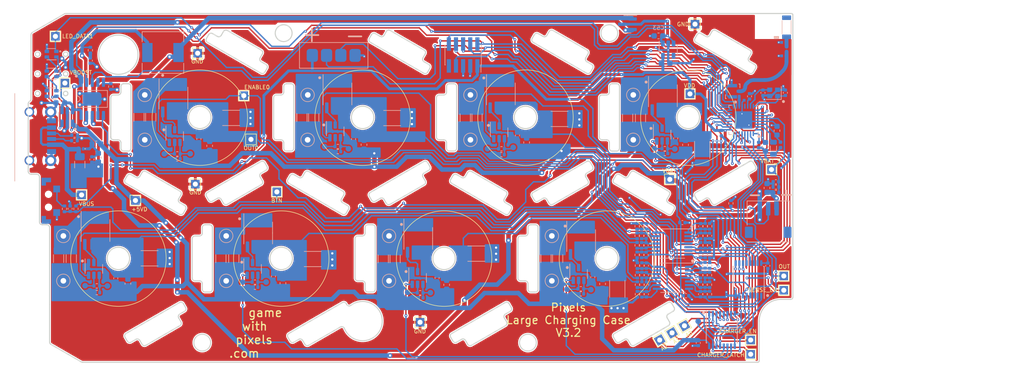
<source format=kicad_pcb>
(kicad_pcb (version 20211014) (generator pcbnew)
  (layers (0 "F.Cu" signal) (31 "B.Cu" signal) (34 "B.Paste" user) (35 "F.Paste" user) (36 "B.SilkS" user "B.Silkscreen") (37 "F.SilkS" user "F.Silkscreen") (38 "B.Mask" user) (39 "F.Mask" user) (44 "Edge.Cuts" user))
  (net 0 "")
  (net 1 "GND")
  (net 2 "VBUS")
  (net 3 "Net-(C1-Pad1)")
  (net 4 "Net-(C3-Pad1)")
  (net 5 "VDD")
  (net 6 "Net-(C4-Pad1)")
  (net 7 "Net-(C6-Pad2)")
  (net 8 "Net-(C5-Pad2)")
  (net 9 "Net-(C7-Pad1)")
  (net 10 "+5V")
  (net 11 "Net-(R3-Pad1)")
  (net 12 "Net-(C13-Pad1)")
  (net 13 "Net-(C17-Pad1)")
  (net 14 "Net-(C21-Pad1)")
  (net 15 "Net-(C25-Pad1)")
  (net 16 "Net-(C29-Pad1)")
  (net 17 "Net-(C33-Pad1)")
  (net 18 "Net-(U4-Pad2)")
  (net 19 "Net-(U6-Pad2)")
  (net 20 "Net-(C37-Pad1)")
  (net 21 "+5VD")
  (net 23 "Net-(D1-Pad1)")
  (net 24 "Net-(D2-Pad1)")
  (net 25 "Net-(D3-Pad1)")
  (net 26 "RXI")
  (net 27 "SWDIO")
  (net 28 "SWDCLK")
  (net 29 "SWO")
  (net 30 "RESET")
  (net 31 "TXO")
  (net 32 "Net-(J23-PadA5)")
  (net 33 "Net-(J23-PadB5)")
  (net 34 "+BATT")
  (net 35 "Net-(L1-Pad1)")
  (net 36 "Net-(C46-Pad1)")
  (net 37 "/Multiplexed Chargers/ENABLE1")
  (net 38 "Net-(R4-Pad2)")
  (net 39 "/Multiplexed Chargers/ENABLE2")
  (net 40 "/Multiplexed Chargers/ENABLE3")
  (net 41 "Net-(R10-Pad2)")
  (net 42 "/Multiplexed Chargers/ENABLE0")
  (net 43 "/Multiplexed Chargers/ENABLE5")
  (net 44 "Net-(R15-Pad1)")
  (net 45 "Net-(R16-Pad2)")
  (net 46 "/Multiplexed Chargers/ENABLE6")
  (net 47 "/Multiplexed Chargers/ENABLE7")
  (net 48 "Net-(R37-Pad1)")
  (net 49 "/Multiplexed Chargers/ENABLE4")
  (net 50 "/Power/VBOOST")
  (net 51 "Net-(C53-Pad1)")
  (net 52 "/Multiplexed Chargers/SENSE_OUT")
  (net 53 "/Multiplexed Chargers/CHARGER_ENL_D")
  (net 54 "/Multiplexed Chargers/~{CHARGER_ENL_EN}")
  (net 55 "Net-(C59-Pad1)")
  (net 56 "/Multiplexed Chargers/CHARGER_SELECT_A0")
  (net 57 "/Multiplexed Chargers/CHARGER_SELECT_A1")
  (net 58 "/Multiplexed Chargers/CHARGER_SELECT_A2")
  (net 60 "Net-(U2-Pad2)")
  (net 61 "Net-(U8-Pad2)")
  (net 62 "Net-(U10-Pad2)")
  (net 63 "Net-(U12-Pad2)")
  (net 64 "Net-(U14-Pad2)")
  (net 65 "/Multiplexed Chargers/SENSE0")
  (net 66 "/Multiplexed Chargers/SENSE1")
  (net 67 "/Multiplexed Chargers/SENSE2")
  (net 68 "/Multiplexed Chargers/SENSE3")
  (net 69 "/Multiplexed Chargers/SENSE5")
  (net 70 "/Multiplexed Chargers/SENSE7")
  (net 71 "/Multiplexed Chargers/SENSE6")
  (net 72 "/Multiplexed Chargers/SENSE4")
  (net 73 "Net-(U23-Pad2)")
  (net 74 "Net-(J24-Pad2)")
  (net 75 "Net-(C57-Pad1)")
  (net 76 "Net-(R2-Pad1)")
  (net 77 "Net-(R5-Pad1)")
  (net 78 "Net-(R6-Pad2)")
  (net 79 "Net-(R8-Pad2)")
  (net 80 "Net-(R11-Pad1)")
  (net 81 "Net-(R12-Pad2)")
  (net 82 "Net-(R13-Pad1)")
  (net 83 "Net-(R14-Pad2)")
  (net 84 "Net-(C60-Pad1)")
  (net 85 "Net-(C61-Pad1)")
  (net 86 "Net-(C62-Pad1)")
  (net 87 "Net-(C63-Pad1)")
  (net 88 "Net-(R38-Pad2)")
  (net 89 "Net-(C64-Pad1)")
  (net 90 "Net-(C50-Pad1)")
  (net 91 "Net-(R7-Pad1)")
  (net 92 "Net-(R10-Pad1)")
  (net 93 "Net-(C65-Pad1)")
  (net 94 "/Multiplexed Chargers/Charger 2/CHARGER_GND")
  (net 95 "/Multiplexed Chargers/Charger 3/CHARGER_GND")
  (net 96 "/Multiplexed Chargers/Charger 4/CHARGER_GND")
  (net 97 "/Multiplexed Chargers/Charger 1/CHARGER_GND")
  (net 98 "/Multiplexed Chargers/Charger 6/CHARGER_GND")
  (net 99 "/Multiplexed Chargers/Charger 7/CHARGER_GND")
  (net 100 "/Multiplexed Chargers/Charger 8/CHARGER_GND")
  (net 101 "/Multiplexed Chargers/Charger 5/CHARGER_GND")
  (net 102 "Net-(L1-Pad2)")
  (net 104 "Net-(C66-Pad1)")
  (net 105 "Net-(C67-Pad1)")
  (net 106 "Net-(C68-Pad1)")
  (net 107 "Net-(C69-Pad1)")
  (net 108 "Net-(C70-Pad1)")
  (net 109 "Net-(C71-Pad1)")
  (net 110 "Net-(C72-Pad1)")
  (net 111 "Net-(L4-Pad1)")
  (net 112 "Net-(R18-Pad1)")
  (net 113 "/VBAT_SENSE")
  (net 114 "/Multiplexed Chargers/~{CHARGER_CLR}")
  (net 115 "Net-(C49-Pad1)")
  (net 116 "/ANT_NRF")
  (net 117 "/ANTENNA")
  (net 119 "/ANT_50")
  (net 121 "/BOOST_EN")
  (net 122 "/BAT_STAT")
  (net 123 "/Multiplexed Chargers/~{SENSE_EN}")
  (footprint "Pixels-dice:TestPoint_1.5x1.5_Drill0.9mm" (layer "F.Cu") (at 106.1 89.14)
    (fp_text reference "W44" hide)
    (fp_text value "GND")
  )
  (footprint "Pixels-dice:TestPoint_1.5x1.5_Drill0.9mm" (layer "F.Cu") (at 95.43 92.05)
    (fp_text reference "W6" hide)
    (fp_text value "+5VD")
  )
  (footprint "Pixels-dice:TestPoint_1.5x1.5_Drill0.9mm" (layer "F.Cu") (at 195.09 60.65)
    (fp_text reference "W3" hide)
    (fp_text value "GND")
  )
  (footprint "Pixels-dice:TestPoint_1.5x1.5_Drill0.9mm" (layer "F.Cu") (at 85.84 91.06)
    (fp_text reference "W61" hide)
    (fp_text value "VBUS")
  )
  (footprint "Pixels-dice:TestPoint_1.5x1.5_Drill0.9mm" (layer "F.Cu") (at 146.12 113.74)
    (fp_text reference "W45" hide)
    (fp_text value "GND")
  )
  (footprint "Pixels-dice:TX Coil" (layer "F.Cu") (at 150.4 102.4 90)
    (fp_text reference "J15" hide)
    (fp_text value "TX_Coil" hide)
  )
  (footprint "Pixels-dice:TestPoint_1.5x1.5_Drill0.9mm" (layer "F.Cu") (at 114.73 73.38)
    (fp_text reference "W39" hide)
    (fp_text value "ENABLE0")
  )
  (footprint "Pixels-dice:TX Coil" (layer "F.Cu") (at 92.4 102.4 90)
    (fp_text reference "J21" hide)
    (fp_text value "TX_Coil" hide)
  )
  (footprint "Pixels-dice:TX Coil" (layer "F.Cu") (at 179.4 102.4 90)
    (fp_text reference "J26" hide)
    (fp_text value "TX_Coil" hide)
  )
  (footprint "Pixels-dice:TestPoint_1.5x1.5_Drill0.9mm" (layer "F.Cu") (at 205 119.44)
    (fp_text reference "W58" hide)
    (fp_text value "CHARGER_LATCH")
  )
  (footprint "Pixels-dice:TestPoint_1.5x1.5_Drill0.9mm" (layer "F.Cu") (at 190.6 88.3)
    (fp_text reference "W11" hide)
    (fp_text value "VBAT")
  )
  (footprint "Pixels-dice:TestPoint_1.5x1.5_Drill0.9mm" (layer "F.Cu") (at 116.01 81.17)
    (fp_text reference "W40" hide)
    (fp_text value "OUT0")
  )
  (footprint "Pixels-dice:TestPoint_1.5x1.5_Drill0.9mm" (layer "F.Cu") (at 210.9 105.5)
    (fp_text reference "W47" hide)
    (fp_text value "OUT")
  )
  (footprint "Pixels-dice:TestPoint_1.5x1.5_Drill0.9mm" (layer "F.Cu") (at 190.9997 115.63 30)
    (fp_text reference "W42" hide)
    (fp_text value "A1")
  )
  (footprint "Pixels-dice:TestPoint_1.5x1.5_Drill0.9mm" (layer "F.Cu") (at 205 116.9)
    (fp_text reference "W57" hide)
    (fp_text value "CHARGER_EN")
  )
  (footprint "Pixels-dice:TestPoint_1.5x1.5_Drill0.9mm" (layer "F.Cu") (at 208.71 86.54)
    (fp_text reference "W70" hide)
    (fp_text value "VBAT_S")
  )
  (footprint "Pixels-dice:TestPoint_1.5x1.5_Drill0.9mm" (layer "F.Cu") (at 106.51 65.83)
    (fp_text reference "W2" hide)
    (fp_text value "GND")
  )
  (footprint "Pixels-dice:TestPoint_1.5x1.5_Drill0.9mm" (layer "F.Cu") (at 120.62 90.52)
    (fp_text reference "W76" hide)
    (fp_text value "BTN")
  )
  (footprint "Pixels-dice:TestPoint_1.5x1.5_Drill0.9mm" (layer "F.Cu") (at 194.19 73.07)
    (fp_text reference "W68" hide)
    (fp_text value "VDD")
  )
  (footprint "Pixels-dice:TX Coil" (layer "F.Cu") (at 135.9 77.3 90)
    (fp_text reference "J3" hide)
    (fp_text value "TX_Coil" hide)
  )
  (footprint "Pixels-dice:TestPoint_1.5x1.5_Drill0.9mm" (layer "F.Cu") (at 82.87 71.14)
    (fp_text reference "W65" hide)
    (fp_text value "VBOOST")
  )
  (footprint "Pixels-dice:TX Coil" (layer "F.Cu") (at 164.9 77.3 90)
    (fp_text reference "J6" hide)
    (fp_text value "TX_Coil" hide)
  )
  (footprint "Pixels-dice:TestPoint_1.5x1.5_Drill0.9mm" (layer "F.Cu") (at 193.1994 114.36 30)
    (fp_text reference "W43" hide)
    (fp_text value "A0")
  )
  (footprint "Pixels-dice:TX Coil" (layer "F.Cu") (at 106.9 77.3 90)
    (fp_text reference "J12" hide)
    (fp_text value "TX_Coil" hide)
  )
  (footprint "Pixels-dice:TestPoint_1.5x1.5_Drill0.9mm" (layer "F.Cu") (at 81.18 62.82)
    (fp_text reference "W1" hide)
    (fp_text value "LED_DATA1")
  )
  (footprint "Pixels-dice:TestPoint_1.5x1.5_Drill0.9mm" (layer "F.Cu") (at 210.9 108.04)
    (fp_text reference "W48" hide)
    (fp_text value "SENSE_EN")
  )
  (footprint "Pixels-dice:TestPoint_1.5x1.5_Drill0.9mm" (layer "F.Cu") (at 188.8 116.9 30)
    (fp_text reference "W41" hide)
    (fp_text value "A2")
  )
  (footprint "Pixels-dice:TX Coil" (layer "F.Cu") (at 193.9 77.3 90)
    (fp_text reference "J9" hide)
    (fp_text value "TX_Coil" hide)
  )
  (footprint "Pixels-dice:TX Coil" (layer "F.Cu") (at 121.4 102.4 90)
    (fp_text reference "J18" hide)
    (fp_text value "TX_Coil" hide)
  )
  (footprint "Capacitor_SMD:C_0402_1005Metric" (layer "B.Cu") (at 186.38 98.34 -90)
    (fp_text reference "C72" hide)
    (fp_text value "0.1uF 10V 20%")
  )
  (footprint "TestPoint:TestPoint_THTPad_D2.0mm_Drill1.0mm" (layer "B.Cu") (at 111.594584 106.366052 180)
    (fp_text reference "J17" hide)
    (fp_text value "Coil B")
  )
  (footprint "Pixels-dice:TEST_PIN" (layer "B.Cu") (at 156.72 71.55 180)
    (fp_text reference "W12" hide)
    (fp_text value "D" hide)
  )
  (footprint "Resistor_SMD:R_0402_1005Metric" (layer "B.Cu") (at 116.725 107.49 180)
    (fp_text reference "R13" hide)
    (fp_text value "200k 1%")
  )
  (footprint "Capacitor_SMD:C_0402_1005Metric" (layer "B.Cu") (at 186.43 108.75 -90)
    (fp_text reference "C61" hide)
    (fp_text value "0.1uF 10V 20%")
  )
  (footprint "Capacitor_SMD:C_0402_1005Metric" (layer "B.Cu") (at 186.38 100.04 90)
    (fp_text reference "C70" hide)
    (fp_text value "0.1uF 10V 20%")
  )
  (footprint "Capacitor_SMD:C_0402_1005Metric" (layer "B.Cu") (at 196.08 108.74 -90)
    (fp_text reference "C49" hide)
    (fp_text value "0.1uF 10V 20%")
  )
  (footprint "Resistor_SMD:R_0402_1005Metric" (layer "B.Cu") (at 196.9 100.04 -90)
    (fp_text reference "R58" hide)
    (fp_text value "100k 0.1%")
  )
  (footprint "Capacitor_SMD:C_0603_1608Metric" (layer "B.Cu") (at 178.63 106.91 90)
    (fp_text reference "C56" hide)
    (fp_text value "10uF 10V 20%")
  )
  (footprint "Resistor_SMD:R_0402_1005Metric" (layer "B.Cu") (at 185.63 105.35 90)
    (fp_text reference "R48" hide)
    (fp_text value "100k 0.1%")
  )
  (footprint "Pixels-dice:CHIP_ANT" (layer "B.Cu") (at 211.4 62.9 180)
    (fp_text reference "AE1" hide)
    (fp_text value "Antenna_Chip" hide)
  )
  (footprint "TestPoint:TestPoint_THTPad_D2.0mm_Drill1.0mm" (layer "B.Cu") (at 82.594584 106.366052 180)
    (fp_text reference "J20" hide)
    (fp_text value "Coil B")
  )
  (footprint "Pixels-dice:TEST_PIN" (layer "B.Cu") (at 158.13 82.84 180)
    (fp_text reference "W10" hide)
    (fp_text value "R" hide)
  )
  (footprint "Pixels-dice:Battery_Socket_1.5mm_3PIN" (layer "B.Cu") (at 208.12 95.94)
    (fp_text reference "J24" hide)
    (fp_text value "Conn_01x03")
  )
  (footprint "Resistor_SMD:R_0402_1005Metric" (layer "B.Cu") (at 84.84 93.54 90)
    (fp_text reference "R1" hide)
    (fp_text value "10k 5%")
  )
  (footprint "TestPoint:TestPoint_THTPad_D2.0mm_Drill1.0mm" (layer "B.Cu") (at 155.094584 81.251316 180)
    (fp_text reference "J5" hide)
    (fp_text value "Coil B")
  )
  (footprint "Resistor_SMD:R_0402_1005Metric" (layer "B.Cu") (at 197.68 108.74 90)
    (fp_text reference "R22" hide)
    (fp_text value "2k 0.1%")
  )
  (footprint "Package_TO_SOT_SMD:SOT-23-6" (layer "B.Cu") (at 145.68 105.85 -90)
    (fp_text reference "U10" hide)
    (fp_text value "XKT001")
  )
  (footprint "Resistor_SMD:R_0402_1005Metric" (layer "B.Cu") (at 131.48 82.44 180)
    (fp_text reference "R4" hide)
    (fp_text value "84.5k 1%")
  )
  (footprint "TestPoint:TestPoint_THTPad_D2.0mm_Drill1.0mm" (layer "B.Cu") (at 140.594584 106.366052 180)
    (fp_text reference "J14" hide)
    (fp_text value "Coil B")
  )
  (footprint "Capacitor_SMD:C_0603_1608Metric" (layer "B.Cu") (at 209.69 79.62 90)
    (fp_text reference "C1" hide)
    (fp_text value "10uF 10V 20%")
  )
  (footprint "Capacitor_SMD:C_0402_1005Metric" (layer "B.Cu") (at 209.49 88.72 180)
    (fp_text reference "C54" hide)
    (fp_text value "10nF 25V 10%")
  )
  (footprint "Pixels-dice:TX1812Z_2020" (layer "B.Cu") (at 80.5 66 90)
    (fp_text reference "D3" hide)
    (fp_text value "TX1812Z_2020")
  )
  (footprint "Capacitor_SMD:C_0402_1005Metric" (layer "B.Cu") (at 87.39 67.14 -90)
    (fp_text reference "C46" hide)
    (fp_text value "3.3nF 10V 20%")
  )
  (footprint "Resistor_SMD:R_0402_1005Metric" (layer "B.Cu") (at 174.75 108.68 180)
    (fp_text reference "R37" hide)
    (fp_text value "200k 1%")
  )
  (footprint "Pixels-dice:TEST_PIN" (layer "B.Cu") (at 170.85 96.34 180)
    (fp_text reference "W74" hide)
    (fp_text value "D" hide)
  )
  (footprint "Capacitor_SMD:C_0402_1005Metric" (layer "B.Cu") (at 196.88 105.35 -90)
    (fp_text reference "C60" hide)
    (fp_text value "0.1uF 10V 20%")
  )
  (footprint "Capacitor_SMD:C_0402_1005Metric" (layer "B.Cu") (at 91.93 105.91 90)
    (fp_text reference "C35" hide)
    (fp_text value "0.1uF 10V 20%")
  )
  (footprint "Capacitor_SMD:C_1206_3216Metric" (layer "B.Cu") (at 156.27 77.32 -90)
    (fp_text reference "C18" hide)
    (fp_text value "56nF 50V NP0")
  )
  (footprint "Package_TO_SOT_SMD:SOT-23" (layer "B.Cu") (at 183.05 60.67 180)
    (fp_text reference "D4" hide)
    (fp_text value "BAT54C")
  )
  (footprint "Pixels-dice:USB-C-SMD_10P-P1.00-L6.8-W8.9" (layer "B.Cu") (at 78.44 80.6 180)
    (fp_text reference "J23" hide)
    (fp_text value "USB_C_Receptacle_USB2.0")
  )
  (footprint "Capacitor_SMD:C_1206_3216Metric" (layer "B.Cu") (at 154.17 77.32 -90)
    (fp_text reference "C17" hide)
    (fp_text value "100nF 50V NP0")
  )
  (footprint "Capacitor_SMD:C_1206_3216Metric" (layer "B.Cu") (at 84 102.4 -90)
    (fp_text reference "C38" hide)
    (fp_text value "56nF 50V NP0")
  )
  (footprint "Capacitor_SMD:C_0603_1608Metric" (layer "B.Cu") (at 165.1 81.72 90)
    (fp_text reference "C16" hide)
    (fp_text value "10uF 10V 20%")
  )
  (footprint "Resistor_SMD:R_0402_1005Metric" (layer "B.Cu") (at 197.68 107.05 -90)
    (fp_text reference "R25" hide)
    (fp_text value "100k 0.1%")
  )
  (footprint "Pixels-dice:TX1812Z_2020" (layer "B.Cu") (at 80.5 73 90)
    (fp_text reference "D1" hide)
    (fp_text value "TX1812Z_2020")
  )
  (footprint "Resistor_SMD:R_0402_1005Metric" (layer "B.Cu") (at 185.58 100.04 -90)
    (fp_text reference "R63" hide)
    (fp_text value "100k 0.1%")
  )
  (footprint "Pixels-dice:TEST_PIN" (layer "B.Cu") (at 86.47 107.23 180)
    (fp_text reference "W35" hide)
    (fp_text value "R" hide)
  )
  (footprint "Resistor_SMD:R_0402_1005Metric" (layer "B.Cu") (at 184.78 100.04 -90)
    (fp_text reference "R62" hide)
    (fp_text value "2k 0.1%")
  )
  (footprint "Package_DFN_QFN:QFN-32-1EP_5x5mm_P0.5mm_EP3.1x3.1mm" (layer "B.Cu") (at 203.72 77.71 90)
    (fp_text reference "U1" hide)
    (fp_text value "N52810_QFN32")
  )
  (footprint "Pixels-dice:DFN" (layer "B.Cu") (at 85.77 82.85 180)
    (fp_text reference "D5" hide)
    (fp_text value "D_TVS")
  )
  (footprint "Resistor_SMD:R_0402_1005Metric" (layer "B.Cu") (at 102.89 84.65 180)
    (fp_text reference "R9" hide)
    (fp_text value "200k 1%")
  )
  (footprint "Resistor_SMD:R_0402_1005Metric" (layer "B.Cu") (at 184.83 108.75 90)
    (fp_text reference "R40" hide)
    (fp_text value "2k 0.1%")
  )
  (footprint "Package_TO_SOT_SMD:SOT-23-6" (layer "B.Cu") (at 102.42 80.58 -90)
    (fp_text reference "U8" hide)
    (fp_text value "XKT001")
  )
  (footprint "Pixels-dice:TEST_PIN" (layer "B.Cu") (at 140.43 108.62 -90)
    (fp_text reference "W24" hide)
    (fp_text value "R" hide)
  )
  (footprint "Capacitor_SMD:C_1206_3216Metric" (layer "B.Cu") (at 125.085 77.285 -90)
    (fp_text reference "C13" hide)
    (fp_text value "100nF 50V NP0")
  )
  (footprint "Inductor_SMD:L_0805_2012Metric" (layer "B.Cu") (at 209.06 82.7425 -90)
    (fp_text reference "L1" hide)
    (fp_text value "10uH 100mA 10%")
  )
  (footprint "Capacitor_SMD:C_0402_1005Metric" (layer "B.Cu") (at 191.66 80.98 90)
    (fp_text reference "C19" hide)
    (fp_text value "0.1uF 10V 20%")
  )
  (footprint "Resistor_SMD:R_0402_1005Metric" (layer "B.Cu") (at 116.725 106.59 180)
    (fp_text reference "R14" hide)
    (fp_text value "84.5k 1%")
  )
  (footprint "Capacitor_SMD:C_0603_1608Metric" (layer "B.Cu") (at 88.47 81.98 180)
    (fp_text reference "C47" hide)
    (fp_text value "10uF 10V 20%")
  )
  (footprint "Resistor_SMD:R_2010_5025Metric" (layer "B.Cu") (at 97.95 102.35 180)
    (fp_text reference "R66" hide)
    (fp_text value "100mR 0.5W 1%")
  )
  (footprint "Resistor_SMD:R_0402_1005Metric" (layer "B.Cu") (at 201.48 92.56 -90)
    (fp_text reference "R17" hide)
    (fp_text value "82K 1%")
  )
  (footprint "Pixels-dice:TEST_PIN" (layer "B.Cu") (at 185.26 71.06 180)
    (fp_text reference "W17" hide)
    (fp_text value "D" hide)
  )
  (footprint "TestPoint:TestPoint_THTPad_D2.0mm_Drill1.0mm" (layer "B.Cu") (at 97.094584 73.251316 180)
    (fp_text reference "J13" hide)
    (fp_text value "Coil A")
  )
  (footprint "TestPoint:TestPoint_THTPad_D2.0mm_Drill1.0mm" (layer "B.Cu") (at 97.094584 81.251316 180)
    (fp_text reference "J11" hide)
    (fp_text value "Coil B")
  )
  (footprint "Pixels-dice:0402_RF" (layer "B.Cu") (at 202.95 73.05 90)
    (fp_text reference "L6" hide)
    (fp_text value "3.9nH 5%")
  )
  (footprint "Capacitor_SMD:C_0402_1005Metric" (layer "B.Cu") (at 193.49 109.01)
    (fp_text reference "C39" hide)
    (fp_text value "0.1uF 10V 20%")
  )
  (footprint "Capacitor_SMD:C_1206_3216Metric" (layer "B.Cu") (at 185.38 77.36 -90)
    (fp_text reference "C22" hide)
    (fp_text value "56nF 50V NP0")
  )
  (footprint "Resistor_SMD:R_0402_1005Metric" (layer "B.Cu") (at 146.14 108.49 180)
    (fp_text reference "R12" hide)
    (fp_text value "84.5k 1%")
  )
  (footprint "Resistor_SMD:R_0402_1005Metric" (layer "B.Cu") (at 84.57 81.39 180)
    (fp_text reference "R27" hide)
    (fp_text value "5.1k 1%")
  )
  (footprint "Capacitor_SMD:C_0603_1608Metric" (layer "B.Cu") (at 108.65 82.32 90)
    (fp_text reference "C24" hide)
    (fp_text value "10uF 10V 20%")
  )
  (footprint "Capacitor_SMD:C_0603_1608Metric" (layer "B.Cu") (at 88.82 84.42 90)
    (fp_text reference "C44" hide)
    (fp_text value "10uF 10V 20%")
  )
  (footprint "Resistor_SMD:R_0402_1005Metric" (layer "B.Cu") (at 197.68 105.35 90)
    (fp_text reference "R32" hide)
    (fp_text value "100k 0.1%")
  )
  (footprint "Capacitor_SMD:C_0603_1608Metric" (layer "B.Cu") (at 94.09 106.85 90)
    (fp_text reference "C36" hide)
    (fp_text value "10uF 10V 20%")
  )
  (footprint "Pixels-dice:SOIC-8_3.9x4.9mm_P1.27mm" (layer "B.Cu") (at 117.29 97.845)
    (fp_text reference "U13" hide)
    (fp_text value "XKT335")
  )
  (footprint "Resistor_SMD:R_2010_5025Metric" (layer "B.Cu") (at 127.01 102.48 180)
    (fp_text reference "R61" hide)
    (fp_text value "100mR 0.5W 1%")
  )
  (footprint "TestPoint:TestPoint_THTPad_D2.0mm_Drill1.0mm" (layer "B.Cu") (at 184.094584 73.251316 180)
    (fp_text reference "J10" hide)
    (fp_text value "Coil A")
  )
  (footprint "Pixels-dice:TEST_PIN" (layer "B.Cu") (at 127.25 83.67 -90)
    (fp_text reference "W4" hide)
    (fp_text value "R" hide)
  )
  (footprint "Resistor_SMD:R_0402_1005Metric" (layer "B.Cu") (at 184.83 105.35 90)
    (fp_text reference "R47" hide)
    (fp_text value "2k 0.1%")
  )
  (footprint "Resistor_SMD:R_0402_1005Metric" (layer "B.Cu") (at 196.08 107.04 -90)
    (fp_text reference "R24" hide)
    (fp_text value "2k 0.1%")
  )
  (footprint "Pixels-dice:SOIC-8_3.9x4.9mm_P1.27mm" (layer "B.Cu") (at 131.41 73.08)
    (fp_text reference "U3" hide)
    (fp_text value "XKT335")
  )
  (footprint "Pixels-dice:0402_RF" (layer "B.Cu") (at 211.4 65.1 90)
    (fp_text reference "L3" hide)
    (fp_text value "1.5nH 5%")
  )
  (footprint "Resistor_SMD:R_0402_1005Metric" (layer "B.Cu") (at 189.71 82.83 180)
    (fp_text reference "R8" hide)
    (fp_text value "84.5k 1%")
  )
  (footprint "Resistor_SMD:R_0402_1005Metric" (layer "B.Cu") (at 184.78 96.64 -90)
    (fp_text reference "R65" hide)
    (fp_text value "2k 0.1%")
  )
  (footprint "Capacitor_SMD:C_0402_1005Metric" (layer "B.Cu") (at 186.43 103.65 90)
    (fp_text reference "C63" hide)
    (fp_text value "0.1uF 10V 20%")
  )
  (footprint "Pixels-dice:SOIC-8_3.9x4.9mm_P1.27mm" (layer "B.Cu") (at 174.81 99.2)
    (fp_text reference "U24" hide)
    (fp_text value "XKT335")
  )
  (footprint "Resistor_SMD:R_0402_1005Metric" (layer "B.Cu") (at 197.7 96.64 -90)
    (fp_text reference "R50" hide)
    (fp_text value "2k 0.1%")
  )
  (footprint "Pixels-dice:TEST_PIN" (layer "B.Cu") (at 113.01 108.06 -90)
    (fp_text reference "W29" hide)
    (fp_text value "R" hide)
  )
  (footprint "Capacitor_SMD:C_0402_1005Metric" (layer "B.Cu") (at 196.88 107.05 90)
    (fp_text reference "C50" hide)
    (fp_text value "0.1uF 10V 20%")
  )
  (footprint "Pixels-dice:4x2.54mm_SMD" (layer "B.Cu") (at 130.74 66.21)
    (fp_text reference "P1" hide)
    (fp_text value "heard4")
  )
  (footprint "Capacitor_SMD:C_0402_1005Metric" (layer "B.Cu") (at 204.8 73.5 90)
    (fp_text reference "C7" hide)
    (fp_text value "100pF NP0 10V 5%")
  )
  (footprint "Resistor_SMD:R_2010_5025Metric" (layer "B.Cu") (at 170.96 77.53 180)
    (fp_text reference "R56" hide)
    (fp_text value "100mR 0.5W 1%")
  )
  (footprint "Resistor_SMD:R_0402_1005Metric" (layer "B.Cu") (at 196.1 98.34 90)
    (fp_text reference "R52" hide)
    (fp_text value "2k 0.1%")
  )
  (footprint "Pixels-dice:TEST_PIN" (layer "B.Cu") (at 195.66 113.56 180)
    (fp_text reference "W59" hide)
    (fp_text value "CHARGER_CLR" hide)
  )
  (footprint "Capacitor_SMD:C_1206_3216Metric" (layer "B.Cu") (at 168.55 102.4 -90)
    (fp_text reference "C57" hide)
    (fp_text value "100nF 50V NP0")
  )
  (footprint "Capacitor_SMD:C_0402_1005Metric" (layer "B.Cu") (at 134.28 81.12 90)
    (fp_text reference "C11" hide)
    (fp_text value "0.1uF 10V 20%")
  )
  (footprint "Resistor_SMD:R_0402_1005Metric" (layer "B.Cu") (at 196.08 105.34 90)
    (fp_text reference "R31" hide)
    (fp_text value "2k 0.1%")
  )
  (footprint "Pixels-dice:TEST_PIN" (layer "B.Cu") (at 172.31 107.86 180)
    (fp_text reference "W72" hide)
    (fp_text value "R" hide)
  )
  (footprint "Pixels-dice:TEST_PIN" (layer "B.Cu") (at 126.15 70.74 180)
    (fp_text reference "W7" hide)
    (fp_text value "D" hide)
  )
  (footprint "Capacitor_SMD:C_0603_1608Metric" (layer "B.Cu") (at 82.05 74.67 180)
    (fp_text reference "C48" hide)
    (fp_text value "10uF 10V 20%")
  )
  (footprint "Pixels-dice:TEST_PIN" (layer "B.Cu") (at 114.52 106.585 180)
    (fp_text reference "W30" hide)
    (fp_text value "R" hide)
  )
  (footprint "Capacitor_SMD:C_1206_3216Metric" (layer "B.Cu") (at 98.16 77.23 -90)
    (fp_text reference "C26" hide)
    (fp_text value "56nF 50V NP0")
  )
  (footprint "Pixels-dice:TEST_PIN" (layer "B.Cu") (at 84.63 89.02 180)
    (fp_text reference "W62" hide)
    (fp_text value "5V" hide)
  )
  (footprint "Capacitor_SMD:C_0402_1005Metric" (layer "B.Cu") (at 186.43 105.35 -90)
    (fp_text reference "C64" hide)
    (fp_text value "0.1uF 10V 20%")
  )
  (footprint "Resistor_SMD:R_0402_1005Metric" (layer "B.Cu") (at 131.48 83.34 180)
    (fp_text reference "R3" hide)
    (fp_text value "200k 1%")
  )
  (footprint "Capacitor_SMD:C_0402_1005Metric" (layer "B.Cu") (at 195.67 117.42 -90)
    (fp_text reference "C42" hide)
    (fp_text value "0.1uF 10V 20%")
  )
  (footprint "Capacitor_SMD:C_0402_1005Metric" (layer "B.Cu") (at 83.8 93.52 90)
    (fp_text reference "C3" hide)
    (fp_text value "0.1uF 10V 20%")
  )
  (footprint "Resistor_SMD:R_0402_1005Metric" (layer "B.Cu") (at 82.79 93.54 -90)
    (fp_text reference "R2" hide)
    (fp_text value "1k 1%")
  )
  (footprint "Package_TO_SOT_SMD:SOT-23-6" (layer "B.Cu") (at 189.23 80.32 -90)
    (fp_text reference "U6" hide)
    (fp_text value "XKT001")
  )
  (footprint "TestPoint:TestPoint_THTPad_D2.0mm_Drill1.0mm" (layer "B.Cu") (at 111.594584 98.366052 180)
    (fp_text reference "J19" hide)
    (fp_text value "Coil A")
  )
  (footprint "Pixels-dice:SOIC-8_3.9x4.9mm_P1.27mm" (layer "B.Cu") (at 88.32 97.4)
    (fp_text reference "U15" hide)
    (fp_text value "XKT335")
  )
  (footprint "Resistor_SMD:R_0402_1005Metric" (layer "B.Cu") (at 196.9 96.64 -90)
    (fp_text reference "R49" hide)
    (fp_text value "100k 0.1%")
  )
  (footprint "Resistor_SMD:R_0402_1005Metric" (layer "B.Cu") (at 146.14 109.39 180)
    (fp_text reference "R11" hide)
    (fp_text value "200k 1%")
  )
  (footprint "Capacitor_SMD:C_0402_1005Metric" (layer "B.Cu") (at 196.08 103.64 90)
    (fp_text reference "C59" hide)
    (fp_text value "0.1uF 10V 20%")
  )
  (footprint "Capacitor_SMD:C_0603_1608Metric" (layer "B.Cu") (at 189.85 67.6)
    (fp_text reference "C52" hide)
    (fp_text value "10uF 10V 20%" hide)
  )
  (footprint "Capacitor_SMD:C_0402_1005Metric" (layer "B.Cu") (at 87.67 84.75 90)
    (fp_text reference "C43" hide)
    (fp_text value "0.1uF 10V 20%")
  )
  (footprint "Pixels-dice:SPM6530" (layer "B.Cu") (at 100.33 65.7)
    (fp_text reference "L4" hide)
    (fp_text value "2.2uH 1.5A 10%")
  )
  (footprint "Capacitor_SMD:C_0402_1005Metric" (layer "B.Cu") (at 207.19 72.87 90)
    (fp_text reference "C6" hide)
    (fp_text value "8pF 10V 10%")
  )
  (footprint "Resistor_SMD:R_0402_1005Metric" (layer "B.Cu") (at 160.62 82.85 180)
    (fp_text reference "R6" hide)
    (fp_text value "84.5k 1%")
  )
  (footprint "Pixels-dice:TEST_PIN" (layer "B.Cu") (at 191.49 82.88 180)
    (fp_text reference "W18" hide)
    (fp_text value "R" hide)
  )
  (footprint "Pixels-dice:SOT-23-5" (layer "B.Cu") (at 190.32 65.19 -90)
    (fp_text reference "U22" hide)
    (fp_text value "ME6215" hide)
  )
  (footprint "Resistor_SMD:R_0402_1005Metric" (layer "B.Cu") (at 185.63 103.65 -90)
    (fp_text reference "R44" hide)
    (fp_text value "100k 0.1%")
  )
  (footprint "Resistor_SMD:R_0402_1005Metric" (layer "B.Cu") (at 185.58 98.34 90)
    (fp_text reference "R68" hide)
    (fp_text value "100k 0.1%")
  )
  (footprint "Capacitor_SMD:C_0402_1005Metric" (layer "B.Cu") (at 211.18 72.87 -90)
    (fp_text reference "C5" hide)
    (fp_text value "8pF 10V 10%")
  )
  (footprint "Resistor_SMD:R_0402_1005Metric" (layer "B.Cu") (at 185.58 101.74 90)
    (fp_text reference "R59" hide)
    (fp_text value "100k 0.1%")
  )
  (footprint "Pixels-dice:TEST_PIN" (layer "B.Cu") (at 100.57 83.74 180)
    (fp_text reference "W20" hide)
    (fp_text value "R" hide)
  )
  (footprint "Resistor_SMD:R_0402_1005Metric" (layer "B.Cu") (at 91.04 71.76 -90)
    (fp_text reference "R18" hide)
    (fp_text value "120k 1%")
  )
  (footprint "Resistor_SMD:R_0402_1005Metric" (layer "B.Cu") (at 185.63 107.05 -90)
    (fp_text reference "R43" hide)
    (fp_text value "100k 0.1%")
  )
  (footprint "Package_SO:TSSOP-14_4.4x5mm_P0.65mm" (layer "B.Cu") (at 191.05 99.72 180)
    (fp_text reference "U20" hide)
    (fp_text value "LM2902")
  )
  (footprint "Capacitor_SMD:C_0402_1005Metric" (layer "B.Cu") (at 186.38 96.64 90)
    (fp_text reference "C71" hide)
    (fp_text value "0.1uF 10V 20%")
  )
  (footprint "Pixels-dice:TSB002" (layer "B.Cu") (at 79.5 92.1 -90)
    (fp_text reference "SW1" hide)
    (fp_text value "SW_Push")
  )
  (footprint "Capacitor_SMD:C_1206_3216Metric" (layer "B.Cu") (at 139.56 102.45 -90)
    (fp_text reference "C29" hide)
    (fp_text value "100nF 50V NP0")
  )
  (footprint "Capacitor_SMD:C_0402_1005Metric" (layer "B.Cu") (at 199.79 80.04 -90)
    (fp_text reference "C10" hide)
    (fp_text value "0.1uF 10V 20%")
  )
  (footprint "TestPoint:TestPoint_THTPad_D2.0mm_Drill1.0mm" (layer "B.Cu") (at 140.594584 98.366052 180)
    (fp_text reference "J16" hide)
    (fp_text value "Coil A")
  )
  (footprint "Capacitor_SMD:C_0402_1005Metric" (layer "B.Cu") (at 186.43 107.05 90)
    (fp_text reference "C62" hide)
    (fp_text value "0.1uF 10V 20%")
  )
  (footprint "Resistor_SMD:R_0402_1005Metric" (layer "B.Cu") (at 102.89 83.75 180)
    (fp_text reference "R10" hide)
    (fp_text value "84.5k 1%")
  )
  (footprint "Pixels-dice:TEST_PIN" (layer "B.Cu") (at 141.69 96.37 180)
    (fp_text reference "W27" hide)
    (fp_text value "D" hide)
  )
  (footprint "Capacitor_SMD:C_0603_1608Metric" (layer "B.Cu") (at 136.14 82.12 90)
    (fp_text reference "C12" hide)
    (fp_text value "10uF 10V 20%")
  )
  (footprint "Pixels-dice:TEST_PIN" (layer "B.Cu") (at 176.55 107.94 180)
    (fp_text reference "W75" hide)
    (fp_text value "R" hide)
  )
  (footprint "Capacitor_SMD:C_1206_3216Metric" (layer "B.Cu") (at 170.63 102.4 -90)
    (fp_text reference "C58" hide)
    (fp_text value "56nF 50V NP0")
  )
  (footprint "Capacitor_SMD:C_0603_1608Metric" (layer "B.Cu") (at 188.59 62.74 180)
    (fp_text reference "C53")
    (fp_text value "10uF 10V 20%")
  )
  (footprint "Package_TO_SOT_SMD:SOT-23-6" (layer "B.Cu") (at 174.35 105.14 -90)
    (fp_text reference "U23" hide)
    (fp_text value "XKT001")
  )
  (footprint "Resistor_SMD:R_0402_1005Metric" (layer "B.Cu") (at 196.1 100.04 -90)
    (fp_text reference "R57" hide)
    (fp_text value "2k 0.1%")
  )
  (footprint "Capacitor_SMD:C_0402_1005Metric" (layer "B.Cu") (at 120.01 105.58 90)
    (fp_text reference "C31" hide)
    (fp_text value "0.1uF 10V 20%")
  )
  (footprint "Pixels-dice:TEST_PIN" (layer "B.Cu") (at 157.43 81.25 -90)
    (fp_text reference "W9" hide)
    (fp_text value "R" hide)
  )
  (footprint "Capacitor_SMD:C_1206_3216Metric" (layer "B.Cu") (at 110.65 102.41 -90)
    (fp_text reference "C33" hide)
    (fp_text value "100nF 50V NP0")
  )
  (footprint "Resistor_SMD:R_0402_1005Metric" (layer "B.Cu") (at 196.88 108.74 90)
    (fp_text reference "R21" hide)
    (fp_text value "100k 0.1%")
  )
  (footprint "TestPoint:TestPoint_THTPad_D2.0mm_Drill1.0mm" (layer "B.Cu") (at 169.594584 98.366052 180)
    (fp_text reference "J27" hide)
    (fp_text value "Coil A")
  )
  (footprint "TestPoint:TestPoint_THTPad_D2.0mm_Drill1.0mm" (layer "B.Cu") (at 155.094584 73.251316 180)
    (fp_text reference "J7" hide)
    (fp_text value "Coil A")
  )
  (footprint "Capacitor_SMD:C_0603_1608Metric" (layer "B.Cu") (at 121.7 106.79 90)
    (fp_text reference "C32" hide)
    (fp_text value "10uF 10V 20%")
  )
  (footprint "Resistor_SMD:R_0402_1005Metric" (layer "B.Cu") (at 184.83 107.05 -90)
    (fp_text reference "R42" hide)
    (fp_text value "2k 0.1%")
  )
  (footprint "Capacitor_SMD:C_0402_1005Metric" (layer "B.Cu") (at 197.7 100.04 90)
    (fp_text reference "C68" hide)
    (fp_text value "0.1uF 10V 20%")
  )
  (footprint "Resistor_SMD:R_0402_1005Metric" (layer "B.Cu") (at 184.83 103.65 -90)
    (fp_text reference "R45" hide)
    (fp_text value "2k 0.1%")
  )
  (footprint "Resistor_SMD:R_0402_1005Metric" (layer "B.Cu") (at 184.78 101.74 90)
    (fp_text reference "R60" hide)
    (fp_text value "2k 0.1%")
  )
  (footprint "Resistor_SMD:R_2010_5025Metric" (layer "B.Cu") (at 141.155 77.375 180)
    (fp_text reference "R30" hide)
    (fp_text value "100mR 0.5W 1%")
  )
  (footprint "Pixels-dice:TEST_PIN" (layer "B.Cu") (at 162.71 82.6 180)
    (fp_text reference "W13" hide)
    (fp_text value "R" hide)
  )
  (footprint "Resistor_SMD:R_0402_1005Metric" (layer "B.Cu") (at 174.75 107.78 180)
    (fp_text reference "R38" hide)
    (fp_text value "84.5k 1%")
  )
  (footprint "Pixels-dice:SOIC-8_3.9x4.9mm_P1.27mm" (layer "B.Cu") (at 102.2 73.82)
    (fp_text reference "U9" hide)
    (fp_text value "XKT335")
  )
  (footprint "Capacitor_SMD:C_0402_1005Metric" (layer "B.Cu") (at 106.73 81.1 90)
    (fp_text reference "C23" hide)
    (fp_text value "0.1uF 10V 20%")
  )
  (footprint "Pixels-dice:TX1812Z_2020" (layer "B.Cu") (at 80.5 69.5 90)
    (fp_text reference "D2" hide)
    (fp_text value "TX1812Z_2020")
  )
  (footprint "Pixels-dice:TEST_PIN" (layer "B.Cu") (at 186.15 82.85 -90)
    (fp_text reference "W14" hide)
    (fp_text value "R" hide)
  )
  (footprint "Inductor_SMD:L_0402_1005Metric" (layer "B.Cu") (at 210.31 82.15 90)
    (fp_text reference "L2" hide)
    (fp_text value "15nH")
  )
  (footprint "Resistor_SMD:R_0402_1005Metric" (layer "B.Cu") (at 209.5 90.63)
    (fp_text reference "R34" hide)
    (fp_text value "4.02M 1%")
  )
  (footprint "Pixels-dice:0402_RF" (layer "B.Cu") (at 210.95 63.9 180)
    (fp_text reference "C73" hide)
    (fp_text value "DNP")
  )
  (footprint "Pixels-dice:TEST_PIN" (layer "B.Cu") (at 133.37 82.84 180)
    (fp_text reference "W8" hide)
    (fp_text value "R" hide)
  )
  (footprint "Pixels-dice:TEST_PIN" (layer "B.Cu") (at 187.84 82.82 180)
    (fp_text reference "W15" hide)
    (fp_text value "R" hide)
  )
  (footprint "Resistor_SMD:R_2010_5025Metric" (layer "B.Cu") (at 156.14 101.52 180)
    (fp_text reference "R46" hide)
    (fp_text value "100mR 0.5W 1%")
  )
  (footprint "Capacitor_SMD:C_0402_1005Metric" (layer "B.Cu") (at 192.84 95.99)
    (fp_text reference "C40" hide)
    (fp_text value "0.1uF 10V 20%")
  )
  (footprint "Resistor_SMD:R_0402_1005Metric" (layer "B.Cu") (at 197.7 101.74 90)
    (fp_text reference "R55" hide)
    (fp_text value "2k 0.1%")
  )
  (footprint "Capacitor_SMD:C_0402_1005Metric" (layer "B.Cu") (at 196.1 96.64 90)
    (fp_text reference "C65" hide)
    (fp_text value "0.1uF 10V 20%")
  )
  (footprint "Pixels-dice:ESSOP10" (layer "B.Cu") (at 87.74 73.96 -90)
    (fp_text reference "U16" hide)
    (fp_text value "ETA9882")
  )
  (footprint "Pixels-dice:SOIC-8_3.9x4.9mm_P1.27mm" (layer "B.Cu") (at 145.8 98.81)
    (fp_text reference "U11" hide)
    (fp_text value "XKT335")
  )
  (footprint "Resistor_SMD:R_0402_1005Metric" (layer "B.Cu") (at 196.88 103.59 -90)
    (fp_text reference "R28" hide)
    (fp_text value "100k 0.1%")
  )
  (footprint "Resistor_SMD:R_0402_1005Metric" (layer "B.Cu") (at 209.5 89.66 180)
    (fp_text reference "R36" hide)
    (fp_text value "10M 1%")
  )
  (footprint "Capacitor_SMD:C_1206_3216Metric" (layer "B.Cu") (at 81.75 102.4 -90)
    (fp_text reference "C37" hide)
    (fp_text value "100nF 50V NP0")
  )
  (footprint "Capacitor_SMD:C_0402_1005Metric" (layer "B.Cu") (at 208.05 103.68 -90)
    (fp_text reference "C41" hide)
    (fp_text value "0.1uF 10V 20%")
  )
  (footprint "Package_SO:TSSOP-14_4.4x5mm_P0.65mm" (layer "B.Cu") (at 191.166463 105.82 180)
    (fp_text reference "U18" hide)
    (fp_text value "LM2902")
  )
  (footprint "Capacitor_SMD:C_1206_3216Metric" (layer "B.Cu") (at 96.06 77.23 -90)
    (fp_text reference "C25" hide)
    (fp_text value "100nF 50V NP0")
  )
  (footprint "Package_TO_SOT_SMD:SOT-23-6" (layer "B.Cu") (at 116.29 104.24 -90)
    (fp_text reference "U12" hide)
    (fp_text value "XKT001")
  )
  (footprint "Pixels-dice:TEST_PIN" (layer "B.Cu") (at 90.44 107.27 180)
    (fp_text reference "W38" hide)
    (fp_text value "R" hide)
  )
  (footprint "Capacitor_SMD:C_1206_3216Metric" (layer "B.Cu") (at 183.09 77.36 -90)
    (fp_text reference "C21" hide)
    (fp_text value "100nF 50V NP0")
  )
  (footprint "Package_TO_SOT_SMD:SOT-23-6" (layer "B.Cu") (at 88.03 104.24 -90)
    (fp_text reference "U14" hide)
    (fp_text value "XKT001")
  )
  (footprint "Resistor_SMD:R_0402_1005Metric" (layer "B.Cu") (at 88.55 107.26 180)
    (fp_text reference "R16" hide)
    (fp_text value "84.5k 1%")
  )
  (footprint "Pixels-dice:TEST_PIN" (layer "B.Cu") (at 84.75 97.67 180)
    (fp_text reference "W37" hide)
    (fp_text value "D" hide)
  )
  (footprint "Capacitor_SMD:C_0402_1005Metric" (layer "B.Cu") (at 163.47 80.47 90)
    (fp_text reference "C15" hide)
    (fp_text value "0.1uF 10V 20%")
  )
  (footprint "Capacitor_SMD:C_0603_1608Metric" (layer "B.Cu") (at 207.64 82.49 -90)
    (fp_text reference "C2" hide)
    (fp_text value "10uF 10V 20%")
  )
  (footprint "Pixels-dice:TEST_PIN" (layer "B.Cu") (at 105.19 83.72 180)
    (fp_text reference "W23" hide)
    (fp_text value "R" hide)
  )
  (footprint "Fuse:Fuse_1206_3216Metric" (layer "B.Cu") (at 85.52 85.66 -90)
    (fp_text reference "F1" hide)
    (fp_text value "1500mA <150mR")
  )
  (footprint "Pixels-dice:TEST_PIN" (layer "B.Cu") (at 169.33 108.89 -90)
    (fp_text reference "W71" hide)
    (fp_text value "R" hide)
  )
  (footprint "Resistor_SMD:R_0402_1005Metric" (layer "B.Cu") (at 84.6 80.41 180)
    (fp_text reference "R26" hide)
    (fp_text value "5.1k 1%")
  )
  (footprint "Resistor_SMD:R_0402_1005Metric" (layer "B.Cu") (at 88.56 108.45 180)
    (fp_text reference "R15" hide)
    (fp_text value "200k 1%")
  )
  (footprint "Pixels-dice:0402_RF" (layer "B.Cu") (at 210.95 66.3 180)
    (fp_text reference "C8" hide)
    (fp_text value "0.8pF 10V 5% NP0")
  )
  (footprint "Resistor_SMD:R_0402_1005Metric" (layer "B.Cu") (at 160.6 83.89 180)
    (fp_text reference "R5" hide)
    (fp_text value "200k 1%")
  )
  (footprint "Package_TO_SOT_SMD:SOT-23-6" (layer "B.Cu") (at 160.2 79.91 -90)
    (fp_text reference "U4" hide)
    (fp_text value "XKT001")
  )
  (footprint "TestPoint:TestPoint_THTPad_D2.0mm_Drill1.0mm" (layer "B.Cu") (at 126.094584 81.251316 180)
    (fp_text reference "J2" hide)
    (fp_text value "Coil B")
  )
  (footprint "Resistor_SMD:R_0402_1005Metric" (layer "B.Cu") (at 185.58 96.64 -90)
    (fp_text reference "R64" hide)
    (fp_text value "100k 0.1%")
  )
  (footprint "Pixels-dice:Crystal_SMD_2016-4Pin_2.0x1.6mm" (layer "B.Cu") (at 209.1 72.9 180)
    (fp_text reference "Y1" hide)
    (fp_text value "32MHz 40ppm")
  )
  (footprint "Connector_PinHeader_1.27mm:PinHeader_2x05_P1.27mm_Vertical_SMD" (layer "B.Cu") (at 153.79 66.14 90)
    (fp_text reference "J1" hide)
    (fp_text value "Conn_02x05_Odd_Even")
  )
  (footprint "Capacitor_SMD:C_0402_1005Metric" (layer "B.Cu") (at 186.38 101.74 -90)
    (fp_text reference "C69" hide)
    (fp_text value "0.1uF 10V 20%")
  )
  (footprint "Capacitor_SMD:C_0402_1005Metric" (layer "B.Cu") (at 206.43 82.18 -90)
    (fp_text reference "C4" hide)
    (fp_text value "0.1uF 10V 20%")
  )
  (footprint "Pixels-dice:TEST_PIN" (layer "B.Cu") (at 82.62 108.7 -90)
    (fp_text reference "W34" hide)
    (fp_text value "R" hide)
  )
  (footprint "Capacitor_SMD:C_0603_1608Metric" (layer "B.Cu") (at 150.86 107.07 90)
    (fp_text reference "C28" hide)
    (fp_text value "10uF 10V 20%")
  )
  (footprint "Resistor_SMD:R_0402_1005Metric" (layer "B.Cu") (at 196.9 101.74 90)
    (fp_text reference "R54" hide)
    (fp_text value "100k 0.1%")
  )
  (footprint "TestPoint:TestPoint_THTPad_D2.0mm_Drill1.0mm" (layer "B.Cu") (at 126.094584 73.251316 180)
    (fp_text reference "J4" hide)
    (fp_text value "Coil A")
  )
  (footprint "Resistor_SMD:R_0402_1005Metric" (layer "B.Cu") (at 196.9 98.34 90)
    (fp_text reference "R53" hide)
    (fp_text value "100k 0.1%")
  )
  (footprint "Resistor_SMD:R_0402_1005Metric" (layer "B.Cu") (at 184.78 98.34 90)
    (fp_text reference "R67" hide)
    (fp_text value "2k 0.1%")
  )
  (footprint "Capacitor_SMD:C_0402_1005Metric" (layer "B.Cu") (at 196.1 101.74 -90)
    (fp_text reference "C67" hide)
    (fp_text value "0.1uF 10V 20%")
  )
  (footprint "Pixels-dice:SOIC-8_3.9x4.9mm_P1.27mm" (layer "B.Cu") (at 160.51 73.07)
    (fp_text reference "U5" hide)
    (fp_text value "XKT335")
  )
  (footprint "Pixels-dice:TEST_PIN" (layer "B.Cu") (at 143.92 108.41 180)
    (fp_text reference "W25" hide)
    (fp_text value "R" hide)
  )
  (footprint "RFFrontEnd:MFH3.RECE.20369.001E.01" (layer "B.Cu") (at 201.7959 72.6 90)
    (fp_text reference "J28" hide)
    (fp_text value "DNP" hide)
  )
  (footprint "Package_TO_SOT_SMD:SOT-23-6" (layer "B.Cu") (at 131.01 79.74 -90)
    (fp_text reference "U2" hide)
    (fp_text value "XKT001")
  )
  (footprint "Resistor_SMD:R_2010_5025Metric" (layer "B.Cu") (at 181.25 107.8 90)
    (fp_text reference "R41" hide)
    (fp_text value "100mR 0.5W 1%")
  )
  (footprint "Resistor_SMD:R_2010_5025Metric" (layer "B.Cu") (at 112.48 77.35 180)
    (fp_text reference "R23" hide)
    (fp_text value "100mR 0.5W 1%")
  )
  (footprint "Package_TO_SOT_SMD:SOT-23-6" (layer "B.Cu") (at 83.3 77.16 90)
    (fp_text reference "U21" hide)
    (fp_text value "DIO7929")
  )
  (footprint "Package_SO:SSOP-16_4.4x5.2mm_P0.65mm" (layer "B.Cu") (at 199.89 115.12 -90)
    (fp_text reference "U19" hide)
    (fp_text value "74HCT259")
  )
  (footprint "TestPoint:TestPoint_THTPad_D2.0mm_Drill1.0mm" (layer "B.Cu") (at 82.594584 98.366052 180)
    (fp_text reference "J22" hide)
    (fp_text value "Coil A")
  )
  (footprint "Resistor_SMD:R_0402_1005Metric" (layer "B.Cu") (at 87.4 65.29 90)
    (fp_text reference "R69" hide)
    (fp_text value "1R 5%")
  )
  (footprint "Pixels-dice:TEST_PIN" (layer "B.Cu") (at 113.79 97.445 180)
    (fp_text reference "W32" hide)
    (fp_text value "D" hide)
  )
  (footprint "Pixels-dice:TEST_PIN" (layer "B.Cu") (at 99.27 80.7 -90)
    (fp_text reference "W19" hide)
    (fp_text value "R" hide)
  )
  (footprint "Pixels-dice:TEST_PIN" (layer "B.Cu") (at 98.15 71.42 180)
    (fp_text reference "W22" hide)
    (fp_text value "D" hide)
  )
  (footprint "Capacitor_SMD:C_0402_1005Metric" (layer "B.Cu") (at 197.7 98.34 -90)
    (fp_text reference "C66" hide)
    (fp_text value "0.1uF 10V 20%")
  )
  (footprint "TestPoint:TestPoint_THTPad_D2.0mm_Drill1.0mm" (layer "B.Cu") (at 184.094584 81.251316 180)
    (fp_text reference "J8" hide)
    (fp_text value "Coil B")
  )
  (footprint "Pixels-dice:TEST_PIN" (layer "B.Cu") (at 147.96 108.47 180)
    (fp_text reference "W28" hide)
    (fp_text value "R" hide)
  )
  (footprint "Capacitor_SMD:C_1206_3216Metric" (layer "B.Cu") (at 141.68 102.45 -90)
    (fp_text reference "C30" hide)
    (fp_text value "56nF 50V NP0")
  )
  (footprint "Capacitor_SMD:C_0603_1608Metric" (layer "B.Cu") (at 207.91 89.82 90)
    (fp_text reference "C45" hide)
    (fp_text value "10uF 10V 20%")
  )
  (footprint "Resistor_SMD:R_0402_1005Metric" (layer "B.Cu") (at 189.73 83.67 180)
    (fp_text reference "R7" hide)
    (fp_text value "200k 1%")
  )
  (footprint "Pixels-dice:TEST_PIN" (layer "B.Cu") (at 129.11 82.45 180)
    (fp_text reference "W5" hide)
    (fp_text value "R" hide)
  )
  (footprint "Capacitor_SMD:C_0402_1005Metric" (layer "B.Cu") (at 149.15 105.87 90)
    (fp_text reference "C27" hide)
    (fp_text value "0.1uF 10V 20%")
  )
  (footprint "Capacitor_SMD:C_1206_3216Metric" (layer "B.Cu") (at 112.95 102.41 -90)
    (fp_text reference "C34" hide)
    (fp_text value "56nF 50V NP0")
  )
  (footprint "TestPoint:TestPoint_THTPad_D2.0mm_Drill1.0mm" (layer "B.Cu") (at 169.594584 106.366052 180)
    (fp_text reference "J25" hide)
    (fp_text value "Coil B")
  )
  (footprint "Resistor_SMD:R_2010_5025Metric" (layer "B.Cu") (at 196.37 83.04 90)
    (fp_text reference "R51" hide)
    (fp_text value "100mR 0.5W 1%")
  )
  (footprint "Pixels-dice:0402_RF" (layer "B.Cu") (at 203.4 74.2)
    (fp_text reference "C9" hide)
    (fp_text value "0.8pF 10V 5% NP0")
  )
  (footprint "Capacitor_SMD:C_1206_3216Metric" (layer "B.Cu") (at 127.185 77.285 -90)
    (fp_text reference "C14" hide)
    (fp_text value "56nF 50V NP0")
  )
  (footprint "Pixels-dice:SOIC-8_3.9x4.9mm_P1.27mm" (layer "B.Cu") (at 189.37 73.41)
    (fp_text reference "U7" hide)
    (fp_text value "XKT335")
  )
  (footprint "Capacitor_SMD:C_0603_1608Metric" (layer "B.Cu") (at 193.4 82.14 90)
    (fp_text reference "C20" hide)
    (fp_text value "10uF 10V 20%")
  )
  (footprint "Package_SO:SSOP-16_4.4x5.2mm_P0.65mm" (layer "B.Cu") (at 204.61 106.1 90)
    (fp_text reference "U17" hide)
    (fp_text value "74HC4051PW")
  )
  (footprint "Resistor_SMD:R_0402_1005Metric" (layer "B.Cu") (at 197.7 103.62 -90)
    (fp_text reference "R29" hide)
    (fp_text value "2k 0.1%")
  )
  (footprint "Pixels-dice:TEST_PIN" (layer "B.Cu") (at 118.71 106.58 180)
    (fp_text reference "W33" hide)
    (fp_text value "R" hide)
  )
  (footprint "Capacitor_SMD:C_0402_1005Metric" (layer "B.Cu") (at 176.89 105.72 90)
    (fp_text reference "C55" hide)
    (fp_text value "0.1uF 10V 20%")
  )
  (footprint "Resistor_SMD:R_0402_1005Metric" (layer "B.Cu") (at 185.63 108.75 90)
    (fp_text reference "R39" hide)
    (fp_text value "100k 0.1%")
  )
  (gr_circle (center 143.63 104.71) (end 143.83 104.71) (layer "B.SilkS") (width 0.12) (fill solid))
  (gr_circle (center 210.84 74.43) (end 211.04 74.43) (layer "B.SilkS") (width 0.12) (fill solid))
  (gr_circle (center 85.29 94.93) (end 85.49 94.93) (layer "B.SilkS") (width 0.12) (fill solid))
  (gr_circle (center 158.29 78.68) (end 158.49 78.68) (layer "B.SilkS") (width 0.12) (fill solid))
  (gr_circle (center 187.24 79.21) (end 187.44 79.21) (layer "B.SilkS") (width 0.12) (fill solid))
  (gr_circle (center 85.99 102.83) (end 86.19 102.83) (layer "B.SilkS") (width 0.12) (fill solid))
  (gr_circle (center 171.96 96.61) (end 172.16 96.61) (layer "B.SilkS") (width 0.12) (fill solid))
  (gr_rect (start 209.19 62.84) (end 209.99 63.19) (layer "B.SilkS") (width 0.12) (fill solid))
  (gr_circle (center 194.65 102.82) (end 194.85 102.82) (layer "B.SilkS") (width 0.12) (fill solid))
  (gr_circle (center 196.6 112.09) (end 196.8 112.09) (layer "B.SilkS") (width 0.12) (fill solid))
  (gr_circle (center 128.25 70.19) (end 128.45 70.19) (layer "B.SilkS") (width 0.12) (fill solid))
  (gr_circle (center 208.02 108.98) (end 208.22 108.98) (layer "B.SilkS") (width 0.12) (fill solid))
  (gr_circle (center 206.48 80.65) (end 206.68 80.65) (layer "B.SilkS") (width 0.12) (fill solid))
  (gr_circle (center 172.34 103.99) (end 172.54 103.99) (layer "B.SilkS") (width 0.12) (fill solid))
  (gr_circle (center 186.38 70.96) (end 186.58 70.96) (layer "B.SilkS") (width 0.12) (fill solid))
  (gr_circle (center 114.37 103.04) (end 114.57 103.04) (layer "B.SilkS") (width 0.12) (fill solid))
  (gr_line (start 211.32 91.9) (end 211.32 90.25) (layer "B.SilkS") (width 0.3))
  (gr_circle (center 84.71 79.35) (end 84.91 79.35) (layer "B.SilkS") (width 0.12) (fill solid))
  (gr_line (start 205 91.12) (end 206.5 91.12) (layer "B.SilkS") (width 0.3))
  (gr_line (start 126.85 63.6875) (end 126.85 61.4325) (layer "B.SilkS") (width 0.3))
  (gr_circle (center 100.49 79.46) (end 100.69 79.46) (layer "B.SilkS") (width 0.12) (fill solid))
  (gr_line (start 133.4125 62.83) (end 135.6675 62.83) (layer "B.SilkS") (width 0.3))
  (gr_circle (center 142.81 96.31) (end 143.01 96.31) (layer "B.SilkS") (width 0.12) (fill solid))
  (gr_circle (center 100.28 69.76) (end 100.48 69.76) (layer "B.SilkS") (width 0.12) (fill solid))
  (gr_circle (center 194.52 96.67) (end 194.72 96.67) (layer "B.SilkS") (width 0.12) (fill solid))
  (gr_line (start 210.54 91.06) (end 212.19 91.06) (layer "B.SilkS") (width 0.3))
  (gr_circle (center 128.97 78.6) (end 129.17 78.6) (layer "B.SilkS") (width 0.12) (fill solid))
  (gr_line (start 125.76 62.59) (end 128.015 62.59) (layer "B.SilkS") (width 0.3))
  (gr_circle (center 113.98 95.31) (end 114.18 95.31) (layer "B.SilkS") (width 0.12) (fill solid))
  (gr_circle (center 157.48 70.23) (end 157.68 70.23) (layer "B.SilkS") (width 0.12) (fill solid))
  (gr_circle (center 84.9 69.89) (end 85.1 69.89) (layer "B.SilkS") (width 0.12) (fill solid))
  (gr_arc (start 175.785224 85.114457) (mid 176.164633 85.064507) (end 176.468236 85.29747) (layer "Edge.Cuts") (width 0.2))
  (gr_line (start 95.52497 116.788039) (end 94.658944 117.288039) (layer "Edge.Cuts") (width 0.2))
  (gr_arc (start 118.468236 69.205162) (mid 118.164634 69.438137) (end 117.785224 69.388174) (layer "Edge.Cuts") (width 0.2))
  (gr_arc (start 195.258944 63.888174) (mid 195.025981 63.584571) (end 195.075932 63.205162) (layer "Edge.Cuts") (width 0.2))
  (gr_line (start 117.853173 89.232148) (end 111.790995 92.732148) (layer "Edge.Cuts") (width 0.2))
  (gr_arc (start 190.968236 94.319898) (mid 190.664633 94.552861) (end 190.285224 94.502911) (layer "Edge.Cuts") (width 0.2))
  (gr_arc (start 104.368236 111.105027) (mid 104.418158 111.484416) (end 104.185224 111.788039) (layer "Edge.Cuts") (width 0.2))
  (gr_line (start 190.285224 110.229194) (end 180.758944 115.729194) (layer "Edge.Cuts") (width 0.2))
  (gr_line (start 155.290995 86.88522) (end 161.353173 90.38522) (layer "Edge.Cuts") (width 0.2))
  (gr_arc (start 122.575932 116.412206) (mid 122.525964 116.032788) (end 122.758944 115.729194) (layer "Edge.Cuts") (width 0.2))
  (gr_arc (start 197.02497 91.673303) (mid 197.404379 91.623352) (end 197.707982 91.856315) (layer "Edge.Cuts") (width 0.2))
  (gr_line (start 105.539584 105.866052) (end 105.539584 98.866052) (layer "Edge.Cuts") (width 0.2))
  (gr_arc (start 106.039584 106.366052) (mid 105.686066 106.21959) (end 105.539584 105.866052) (layer "Edge.Cuts") (width 0.2))
  (gr_circle (center 135.894584 77.251316) (end 133.894584 77.251316) (layer "Edge.Cuts") (width 0.2) (fill none))
  (gr_arc (start 76.839663 73.971009) (mid 76.772736 74.220891) (end 76.589891 74.403889) (layer "Edge.Cuts") (width 0.2))
  (gr_line (start 176.468236 85.29747) (end 176.868236 85.99029) (layer "Edge.Cuts") (width 0.2))
  (gr_arc (start 105.539584 98.866052) (mid 105.68604 98.512506) (end 106.039584 98.366052) (layer "Edge.Cuts") (width 0.2))
  (gr_line (start 78.339664 87.866041) (end 78.339664 95.866041) (layer "Edge.Cuts") (width 0.2))
  (gr_arc (start 107.339584 96.866052) (mid 107.48604 96.512506) (end 107.839584 96.366052) (layer "Edge.Cuts") (width 0.2))
  (gr_arc (start 190.536186 113.663872) (mid 190.586136 114.043282) (end 190.353173 114.346885) (layer "Edge.Cuts") (width 0.2))
  (gr_line (start 136.839584 108.366052) (end 137.639584 108.366052) (layer "Edge.Cuts") (width 0.2))
  (gr_line (start 152.658944 87.444065) (end 153.52497 87.944065) (layer "Edge.Cuts") (width 0.2))
  (gr_arc (start 121.839584 71.751316) (mid 121.986017 71.397729) (end 122.339584 71.251316) (layer "Edge.Cuts") (width 0.2))
  (gr_line (start 198.107982 92.549136) (end 197.707982 91.856315) (layer "Edge.Cuts") (width 0.2))
  (gr_arc (start 110.02497 91.673303) (mid 110.404355 91.623381) (end 110.707982 91.856315) (layer "Edge.Cuts") (width 0.2))
  (gr_arc (start 195.075932 91.29747) (mid 195.025981 90.91806) (end 195.258944 90.614457) (layer "Edge.Cuts") (width 0.2))
  (gr_line (start 78.839664 96.366041) (end 79.639584 96.366041) (layer "Edge.Cuts") (width 0.2))
  (gr_arc (start 176.468236 69.205162) (mid 176.164633 69.438125) (end 175.785224 69.388174) (layer "Edge.Cuts") (width 0.2))
  (gr_line (start 93.975932 117.105027) (end 93.575932 116.412206) (layer "Edge.Cuts") (width 0.2))
  (gr_line (start 206.525581 120.616052) (end 206.525581 113.53121) (layer "Edge.Cuts") (width 0.2))
  (gr_line (start 147.468236 85.29747) (end 147.868236 85.99029) (layer "Edge.Cuts") (width 0.2))
  (gr_arc (start 155.290995 117.846885) (mid 154.911598 117.896819) (end 154.607982 117.663872) (layer "Edge.Cuts") (width 0.2))
  (gr_line (start 190.968236 94.319898) (end 191.368236 93.627078) (layer "Edge.Cuts") (width 0.2))
  (gr_line (start 103.136186 112.971052) (end 103.536186 113.663872) (layer "Edge.Cuts") (width 0.2))
  (gr_line (start 204.636186 66.646316) (end 205.036186 65.953496) (layer "Edge.Cuts") (width 0.2))
  (gr_arc (start 121.339584 81.251316) (mid 121.69315 81.397751) (end 121.839584 81.751316) (layer "Edge.Cuts") (width 0.2))
  (gr_line (start 126.290995 117.846885) (end 131.932973 114.589487) (layer "Edge.Cuts") (width 0.2))
  (gr_line (start 123.639584 71.751316) (end 123.639584 82.751316) (layer "Edge.Cuts") (width 0.2))
  (gr_arc (start 103.285224 110.229194) (mid 103.664631 110.179243) (end 103.968236 110.412206) (layer "Edge.Cuts") (width 0.2))
  (gr_arc (start 179.839584 71.751316) (mid 179.986031 71.397763) (end 180.339584 71.251316) (layer "Edge.Cuts") (width 0.2))
  (gr_arc (start 110.707982 62.646316) (mid 110.404372 62.879296) (end 110.02497 62.829329) (layer "Edge.Cuts") (width 0.2))
  (gr_arc (start 152.139584 71.251316) (mid 152.493135 71.397764) (end 152.639584 71.751316) (layer "Edge.Cuts") (width 0.2))
  (gr_arc (start 151.758944 89.002911) (mid 151.525961 88.699307) (end 151.575932 88.319898) (layer "Edge.Cuts") (width 0.2))
  (gr_line (start 180.339584 71.251316) (end 181.139584 71.251316) (layer "Edge.Cuts") (width 0.2))
  (gr_line (start 166.258944 90.614457) (end 175.785224 85.114457) (layer "Edge.Cuts") (width 0.2))
  (gr_arc (start 162.368236 111.105027) (mid 162.418184 111.484435) (end 162.185224 111.788039) (layer "Edge.Cuts") (width 0.2))
  (gr_arc (start 94.639584 82.751316) (mid 94.493124 83.104836) (end 94.139584 83.251316) (layer "Edge.Cuts") (width 0.2))
  (gr_line (start 132.285224 110.229194) (end 122.758944 115.729194) (layer "Edge.Cuts") (width 0.2))
  (gr_circle (center 164.894584 77.251316) (end 162.894584 77.251316) (layer "Edge.Cuts") (width 0.2) (fill none))
  (gr_line (start 195.475932 62.512341) (end 195.075932 63.205162) (layer "Edge.Cuts") (width 0.2))
  (gr_line (start 182.52497 87.944065) (end 181.658944 87.444065) (layer "Edge.Cuts") (width 0.2))
  (gr_line (start 125.607982 87.068232) (end 125.207982 87.761053) (layer "Edge.Cuts") (width 0.2))
  (gr_arc (start 190.136186 112.971052) (mid 190.086235 112.591642) (end 190.319198 112.288039) (layer "Edge.Cuts") (width 0.2))
  (gr_arc (start 175.853173 65.270483) (mid 176.086136 65.574086) (end 176.036186 65.953496) (layer "Edge.Cuts") (width 0.2))
  (gr_arc (start 183.207982 87.761053) (mid 182.904379 87.994016) (end 182.52497 87.944065) (layer "Edge.Cuts") (width 0.2))
  (gr_line (start 163.539584 105.866052) (end 163.539584 98.866052) (layer "Edge.Cuts") (width 0.2))
  (gr_line (start 96.607982 117.663872) (end 96.207982 116.971052) (layer "Edge.Cuts") (width 0.2))
  (gr_arc (start 139.707982 62.646316) (mid 139.404372 62.879296) (end 139.02497 62.829329) (layer "Edge.Cuts") (width 0.2))
  (gr_line (start 204.853173 89.232148) (end 198.790995 92.732148) (layer "Edge.Cuts") (width 0.2))
  (gr_arc (start 190.319198 92.444065) (mid 190.086235 92.140462) (end 190.136186 91.761053) (layer "Edge.Cuts") (width 0.2))
  (gr_arc (start 179.839584 72.751316) (mid 179.693137 73.104869) (end 179.339584 73.251316) (layer "Edge.Cuts") (width 0.2))
  (gr_line (start 123.139584 83.251316) (end 122.339584 83.251316) (layer "Edge.Cuts") (width 0.2))
  (gr_arc (start 161.968236 94.319898) (mid 161.664632 94.552856) (end 161.285224 94.502911) (layer "Edge.Cuts") (width 0.2))
  (gr_line (start 161.136186 112.971052) (end 161.536186 113.663872) (layer "Edge.Cuts") (width 0.2))
  (gr_arc (start 152.639584 82.751316) (mid 152.493124 83.104836) (end 152.139584 83.251316) (layer "Edge.Cuts") (width 0.2))
  (gr_line (start 92.839584 71.751316) (end 92.839584 72.751316) (layer "Edge.Cuts") (width 0.2))
  (gr_arc (start 117.853173 65.270483) (mid 118.086151 65.574083) (end 118.036186 65.953496) (layer "Edge.Cuts") (width 0.2))
  (gr_line (start 180.975932 87.627078) (end 180.575932 88.319898) (layer "Edge.Cuts") (width 0.2))
  (gr_line (start 183.207982 116.971052) (end 183.607982 117.663872) (layer "Edge.Cuts") (width 0.2))
  (gr_arc (start 78.839664 96.366041) (mid 78.486098 96.219607) (end 78.339664 95.866041) (layer "Edge.Cuts") (width 0.2))
  (gr_arc (start 205.468236 69.205162) (mid 205.164633 69.438125) (end 204.785224 69.388174) (layer "Edge.Cuts") (width 0.2))
  (gr_line (start 166.475932 62.512341) (end 166.075932 63.205162) (layer "Edge.Cuts") (width 0.2))
  (gr_line (start 184.290995 117.846885) (end 190.353173 114.346885) (layer "Edge.Cuts") (width 0.2))
  (gr_line (start 92.339584 73.251316) (end 91.539584 73.251316) (layer "Edge.Cuts") (width 0.2))
  (gr_arc (start 163.539584 98.866052) (mid 163.686031 98.512499) (end 164.039584 98.366052) (layer "Edge.Cuts") (width 0.2))
  (gr_circle (center 92.394584 102.366052) (end 90.394584 102.366052) (layer "Edge.Cuts") (width 0.2) (fill none))
  (gr_arc (start 93.975932 87.627078) (mid 94.279532 87.394134) (end 94.658944 87.444065) (layer "Edge.Cuts") (width 0.2))
  (gr_arc (start 118.036186 88.549136) (mid 118.086173 88.928566) (end 117.853173 89.232148) (layer "Edge.Cuts") (width 0.2))
  (gr_line (start 108.475932 91.99029) (end 108.075932 91.29747) (layer "Edge.Cuts") (width 0.2))
  (gr_arc (start 212.263513 58.751316) (mid 212.44029 58.824539) (end 212.513513 59.001316) (layer "Edge.Cuts") (width 0.2))
  (gr_line (start 147.685224 86.673303) (end 146.819198 87.173303) (layer "Edge.Cuts") (width 0.2))
  (gr_line (start 150.839584 71.751316) (end 150.839584 72.751316) (layer "Edge.Cuts") (width 0.2))
  (gr_line (start 164.839584 106.366052) (end 164.039584 106.366052) (layer "Edge.Cuts") (width 0.2))
  (gr_line (start 91.039584 73.751316) (end 91.039584 80.751316) (layer "Edge.Cuts") (width 0.2))
  (gr_arc (start 137.639584 96.366052) (mid 137.993173 96.512484) (end 138.139584 96.866052) (layer "Edge.Cuts") (width 0.2))
  (gr_line (start 97.290995 86.88522) (end 103.353173 90.38522) (layer "Edge.Cuts") (width 0.2))
  (gr_line (start 162.185224 111.788039) (end 161.319198 112.288039) (layer "Edge.Cuts") (width 0.2))
  (gr_line (start 106.039584 98.366052) (end 106.839584 98.366052) (layer "Edge.Cuts") (width 0.2))
  (gr_arc (start 205.685224 67.829329) (mid 205.918187 68.132932) (end 205.868236 68.512341) (layer "Edge.Cuts") (width 0.2))
  (gr_arc (start 181.139584 71.251316) (mid 181.493137 71.397763) (end 181.639584 71.751316) (layer "Edge.Cuts") (width 0.2))
  (gr_circle (center 179.829554 62.251316) (end 178.329554 62.251316) (layer "Edge.Cuts") (width 0.2) (fill none))
  (gr_line (start 103.353173 114.346885) (end 97.290995 117.846885) (layer "Edge.Cuts") (width 0.2))
  (gr_circle (center 179.394584 102.366052) (end 177.394584 102.366052) (layer "Edge.Cuts") (width 0.2) (fill none))
  (gr_arc (start 180.339584 83.251316) (mid 179.986031 83.104869) (end 179.839584 82.751316) (layer "Edge.Cuts") (width 0.2))
  (gr_line (start 117.636186 66.646316) (end 118.036186 65.953496) (layer "Edge.Cuts") (width 0.2))
  (gr_arc (start 205.036186 88.549136) (mid 205.086136 88.928545) (end 204.853173 89.232148) (layer "Edge.Cuts") (width 0.2))
  (gr_arc (start 137.475932 62.512341) (mid 137.779534 62.279414) (end 138.158944 62.329329) (layer "Edge.Cuts") (width 0.2))
  (gr_line (start 146.636186 66.646316) (end 147.036186 65.953496) (layer "Edge.Cuts") (width 0.2))
  (gr_line (start 179.339584 81.251316) (end 178.539584 81.251316) (layer "Edge.Cuts") (width 0.2))
  (gr_line (start 169.107982 92.549136) (end 168.707982 91.856315) (layer "Edge.Cuts") (width 0.2))
  (gr_arc (start 197.707982 62.646316) (mid 197.404379 62.879279) (end 197.02497 62.829329) (layer "Edge.Cuts") (width 0.2))
  (gr_arc (start 206.525581 113.53121) (mid 207.658785 110.795411) (end 210.394584 109.662207) (layer "Edge.Cuts") (width 0.2))
  (gr_line (start 175.853173 89.232148) (end 169.790995 92.732148) (layer "Edge.Cuts") (width 0.2))
  (gr_arc (start 198.107982 61.953496) (mid 198.411585 61.720533) (end 198.790995 61.770483) (layer "Edge.Cuts") (width 0.2))
  (gr_line (start 110.02497 62.829329) (end 109.158944 62.329329) (layer "Edge.Cuts") (width 0.2))
  (gr_line (start 92.839584 81.751316) (end 92.839584 82.751316) (layer "Edge.Cuts") (width 0.2))
  (gr_circle (center 121.829554 62.251316) (end 120.329554 62.251316) (layer "Edge.Cuts") (width 0.2) (fill none))
  (gr_line (start 103.285224 94.502911) (end 93.758944 89.002911) (layer "Edge.Cuts") (width 0.2))
  (gr_arc (start 190.285224 110.229194) (mid 190.664633 110.179243) (end 190.968236 110.412206) (layer "Edge.Cuts") (width 0.2))
  (gr_arc (start 126.290995 117.846885) (mid 125.911598 117.896819) (end 125.607982 117.663872) (layer "Edge.Cuts") (width 0.2))
  (gr_line (start 124.52497 87.944065) (end 123.658944 87.444065) (layer "Edge.Cuts") (width 0.2))
  (gr_arc (start 146.785224 85.114457) (mid 147.164633 85.06451) (end 147.468236 85.29747) (layer "Edge.Cuts") (width 0.2))
  (gr_line (start 110.02497 91.673303) (end 109.158944 92.173303) (layer "Edge.Cuts") (width 0.2))
  (gr_line (start 212.263513 58.751316) (end 82.975682 58.751316) (layer "Edge.Cuts") (width 0.2))
  (gr_line (start 161.319198 92.444065) (end 162.185224 92.944065) (layer "Edge.Cuts") (width 0.2))
  (gr_arc (start 166.075932 91.29747) (mid 166.025981 90.91806) (end 166.258944 90.614457) (layer "Edge.Cuts") (width 0.2))
  (gr_arc (start 103.968236 94.319898) (mid 103.664632 94.552856) (end 103.285224 94.502911) (layer "Edge.Cuts") (width 0.2))
  (gr_arc (start 169.107982 61.953496) (mid 169.411585 61.720533) (end 169.790995 61.770483) (layer "Edge.Cuts") (width 0.2))
  (gr_line (start 161.536186 91.068232) (end 161.136186 91.761053) (layer "Edge.Cuts") (width 0.2))
  (gr_arc (start 146.636186 87.856315) (mid 146.586218 87.47689) (end 146.819198 87.173303) (layer "Edge.Cuts") (width 0.2))
  (gr_line (start 120.039584 80.751316) (end 120.039584 73.751316) (layer "Edge.Cuts") (width 0.2))
  (gr_line (start 107.339584 97.866052) (end 107.339584 96.866052) (layer "Edge.Cuts") (width 0.2))
  (gr_arc (start 96.207982 87.761053) (mid 95.904375 87.994062) (end 95.52497 87.944065) (layer "Edge.Cuts") (width 0.2))
  (gr_line (start 205.685224 86.673303) (end 204.819198 87.173303) (layer "Edge.Cuts") (width 0.2))
  (gr_line (start 117.636186 87.856315) (end 118.036186 88.549136) (layer "Edge.Cuts") (width 0.2))
  (gr_arc (start 132.285224 110.229194) (mid 132.664631 110.179243) (end 132.968236 110.412206) (layer "Edge.Cuts") (width 0.2))
  (gr_arc (start 166.475932 62.512341) (mid 166.779535 62.279378) (end 167.158944 62.329329) (layer "Edge.Cuts") (width 0.2))
  (gr_line (start 178.039584 80.751316) (end 178.039584 73.751316) (layer "Edge.Cuts") (width 0.2))
  (gr_line (start 76.839663 87.366041) (end 77.839664 87.366041) (layer "Edge.Cuts") (width 0.2))
  (gr_arc (start 122.339584 83.251316) (mid 121.986043 83.104858) (end 121.839584 82.751316) (layer "Edge.Cuts") (width 0.2))
  (gr_arc (start 94.658944 117.288039) (mid 94.279522 117.338) (end 93.975932 117.105027) (layer "Edge.Cuts") (width 0.2))
  (gr_line (start 108.258944 90.614457) (end 117.785224 85.114457) (layer "Edge.Cuts") (width 0.2))
  (gr_arc (start 183.607982 87.068232) (mid 183.911585 86.835269) (end 184.290995 86.88522) (layer "Edge.Cuts") (width 0.2))
  (gr_line (start 76.339663 74.837034) (end 76.339663 86.866041) (layer "Edge.Cuts") (width 0.2))
  (gr_arc (start 135.839584 106.366052) (mid 136.193173 106.512484) (end 136.339584 106.866052) (layer "Edge.Cuts") (width 0.2))
  (gr_line (start 204.853173 65.270483) (end 198.790995 61.770483) (layer "Edge.Cuts") (width 0.2))
  (gr_line (start 180.575932 116.412206) (end 180.975932 117.105027) (layer "Edge.Cuts") (width 0.2))
  (gr_arc (start 165.339584 96.866052) (mid 165.486031 96.512499) (end 165.839584 96.366052) (layer "Edge.Cuts") (width 0.2))
  (gr_arc (start 132.968236 94.319898) (mid 132.664632 94.552856) (end 132.285224 94.502911) (layer "Edge.Cuts") (width 0.2))
  (gr_arc (start 77.839664 87.366041) (mid 78.193205 87.5125) (end 78.339664 87.866041) (layer "Edge.Cuts") (width 0.2))
  (gr_arc (start 123.658944 117.288039) (mid 123.279522 117.338) (end 122.975932 117.105027) (layer "Edge.Cuts") (width 0.2))
  (gr_line (start 104.368236 93.627078) (end 103.968236 94.319898) (layer "Edge.Cuts") (width 0.2))
  (gr_arc (start 146.853173 65.270483) (mid 147.086151 65.574083) (end 147.036186 65.953496) (layer "Edge.Cuts") (width 0.2))
  (gr_circle (center 193.894584 77.251316) (end 191.894584 77.251316) (layer "Edge.Cuts") (width 0.2) (fill none))
  (gr_arc (start 133.185224 92.944065) (mid 133.41819 93.247669) (end 133.368236 93.627078) (layer "Edge.Cuts") (width 0.2))
  (gr_arc (start 103.536186 113.663872) (mid 103.58615 114.043285) (end 103.353173 114.346885) (layer "Edge.Cuts") (width 0.2))
  (gr_line (start 132.968236 94.319898) (end 133.368236 93.627078) (layer "Edge.Cuts") (width 0.2))
  (gr_line (start 118.468236 69.205162) (end 118.868236 68.512341) (layer "Edge.Cuts") (width 0.2))
  (gr_line (start 151.758944 115.729194) (end 161.285224 110.229194) (layer "Edge.Cuts") (width 0.2))
  (gr_arc (start 191.368236 111.105027) (mid 191.418187 111.484436) (end 191.185224 111.788039) (layer "Edge.Cuts") (width 0.2))
  (gr_arc (start 132.319198 92.444065) (mid 132.086267 92.140465) (end 132.136186 91.761053) (layer "Edge.Cuts") (width 0.2))
  (gr_line (start 165.839584 96.366052) (end 166.639584 96.366052) (layer "Edge.Cuts") (width 0.2))
  (gr_arc (start 118.868236 85.99029) (mid 118.918182 86.369697) (end 118.685224 86.673303) (layer "Edge.Cuts") (width 0.2))
  (gr_arc (start 146.819198 67.329329) (mid 146.586235 67.025725) (end 146.636186 66.646316) (layer "Edge.Cuts") (width 0.2))
  (gr_line (start 108.639584 108.366052) (end 107.839584 108.366052) (layer "Edge.Cuts") (width 0.2))
  (gr_line (start 121.839584 72.751316) (end 121.839584 71.751316) (layer "Edge.Cuts") (width 0.2))
  (gr_line (start 183.607982 87.068232) (end 183.207982 87.761053) (layer "Edge.Cuts") (width 0.2))
  (gr_line (start 107.339584 107.866052) (end 107.339584 106.866052) (layer "Edge.Cuts") (width 0.2))
  (gr_circle locked (center 78 73) (end 78.4 73) (layer "Edge.Cuts") (width 0.2) (fill none))
  (gr_arc (start 149.039584 73.751316) (mid 149.186017 73.397729) (end 149.539584 73.251316) (layer "Edge.Cuts") (width 0.2))
  (gr_line (start 175.636186 66.646316) (end 176.036186 65.953496) (layer "Edge.Cuts") (width 0.2))
  (gr_line (start 210.394584 109.662207) (end 212.139213 109.662207) (layer "Edge.Cuts") (width 0.2))
  (gr_line (start 118.468236 85.29747) (end 118.868236 85.99029) (layer "Edge.Cuts") (width 0.2))
  (gr_arc (start 104.185224 92.944065) (mid 104.41819 93.247669) (end 104.368236 93.627078) (layer "Edge.Cuts") (width 0.2))
  (gr_line (start 190.536186 113.663872) (end 190.136186 112.971052) (layer "Edge.Cuts") (width 0.2))
  (gr_arc (start 161.136186 112.971052) (mid 161.086237 112.591644) (end 161.319198 112.288039) (layer "Edge.Cuts") (width 0.2))
  (gr_arc (start 190.353173 90.38522) (mid 190.586136 90.688823) (end 190.536186 91.068232) (layer "Edge.Cuts") (width 0.2))
  (gr_line (start 190.319198 112.288039) (end 191.185224 111.788039) (layer "Edge.Cuts") (width 0.2))
  (gr_line (start 161.285224 94.502911) (end 151.758944 89.002911) (layer "Edge.Cuts") (width 0.2))
  (gr_arc (start 108.475932 62.512341) (mid 108.779534 62.279414) (end 109.158944 62.329329) (layer "Edge.Cuts") (width 0.2))
  (gr_line (start 205.685224 67.829329) (end 204.819198 67.329329) (layer "Edge.Cuts") (width 0.2))
  (gr_arc (start 178.539584 81.251316) (mid 178.186031 81.104869) (end 178.039584 80.751316) (layer "Edge.Cuts") (width 0.2))
  (gr_line (start 111.107982 61.953496) (end 110.707982 62.646316) (layer "Edge.Cuts") (width 0.2))
  (gr_arc (start 92.839584 72.751316) (mid 92.693124 73.104836) (end 92.339584 73.251316) (layer "Edge.Cuts") (width 0.2))
  (gr_line (start 150.839584 81.751316) (end 150.839584 82.751316) (layer "Edge.Cuts") (width 0.2))
  (gr_circle (center 92.394584 66.086158) (end 88.894584 66.086158) (layer "Edge.Cuts") (width 0.2) (fill none))
  (gr_arc (start 122.975932 87.627078) (mid 123.279532 87.394134) (end 123.658944 87.444065) (layer "Edge.Cuts") (width 0.2))
  (gr_arc (start 132.353173 90.38522) (mid 132.586126 90.688815) (end 132.536186 91.068232) (layer "Edge.Cuts") (width 0.2))
  (gr_arc (start 86.036442 120.866052) (mid 85.907031 120.849019) (end 85.786442 120.799065) (layer "Edge.Cuts") (width 0.2))
  (gr_arc (start 117.819198 67.329329) (mid 117.586225 67.025721) (end 117.636186 66.646316) (layer "Edge.Cuts") (width 0.2))
  (gr_arc (start 175.636186 87.856315) (mid 175.586235 87.476906) (end 175.819198 87.173303) (layer "Edge.Cuts") (width 0.2))
  (gr_arc (start 123.139584 71.251316) (mid 123.49315 71.397751) (end 123.639584 71.751316) (layer "Edge.Cuts") (width 0.2))
  (gr_line (start 152.639584 82.751316) (end 152.639584 71.751316) (layer "Edge.Cuts") (width 0.2))
  (gr_line (start 178.539584 73.251316) (end 179.339584 73.251316) (layer "Edge.Cuts") (width 0.2))
  (gr_arc (start 149.539584 81.251316) (mid 149.186043 81.104858) (end 149.039584 80.751316) (layer "Edge.Cuts") (width 0.2))
  (gr_arc (start 176.868236 85.99029) (mid 176.918187 86.3697) (end 176.685224 86.673303) (layer "Edge.Cuts") (width 0.2))
  (gr_line (start 154.607982 117.663872) (end 154.207982 116.971052) (layer "Edge.Cuts") (width 0.2))
  (gr_arc (start 82.850567 58.784875) (mid 82.910911 58.759838) (end 82.975682 58.751316) (layer "Edge.Cuts") (width 0.2))
  (gr_line (start 136.339584 96.866052) (end 136.339584 97.866052) (layer "Edge.Cuts") (width 0.2))
  (gr_arc (start 147.468236 69.205162) (mid 147.164634 69.438137) (end 146.785224 69.388174) (layer "Edge.Cuts") (width 0.2))
  (gr_line (start 175.636186 87.856315) (end 176.036186 88.549136) (layer "Edge.Cuts") (width 0.2))
  (gr_arc (start 133.797173 110.72927) (mid 139.264883 114.475181) (end 132.646925 114.836089) (layer "Edge.Cuts") (width 0.2))
  (gr_arc (start 109.158944 92.173303) (mid 108.779523 92.223268) (end 108.475932 91.99029) (layer "Edge.Cuts") (width 0.2))
  (gr_line (start 166.475932 91.99029) (end 166.075932 91.29747) (layer "Edge.Cuts") (width 0.2))
  (gr_line (start 204.636186 87.856315) (end 205.036186 88.549136) (layer "Edge.Cuts") (width 0.2))
  (gr_arc (start 108.075932 91.29747) (mid 108.025988 90.918068) (end 108.258944 90.614457) (layer "Edge.Cuts") (width 0.2))
  (gr_line (start 93.575932 88.319898) (end 93.975932 87.627078) (layer "Edge.Cuts") (width 0.2))
  (gr_arc (start 204.819198 67.329329) (mid 204.586235 67.025726) (end 204.636186 66.646316) (layer "Edge.Cuts") (width 0.2))
  (gr_arc (start 137.075932 91.29747) (mid 137.025988 90.918068) (end 137.258944 90.614457) (layer "Edge.Cuts") (width 0.2))
  (gr_line (start 118.685224 67.829329) (end 117.819198 67.329329) (layer "Edge.Cuts") (width 0.2))
  (gr_arc (start 206.525581 120.616052) (mid 206.452358 120.792829) (end 206.275581 120.866052) (layer "Edge.Cuts") (width 0.2))
  (gr_arc (start 80.389576 117.683183) (mid 80.206584 117.500163) (end 80.139576 117.25017) (layer "Edge.Cuts") (width 0.2))
  (gr_line (start 91.539584 81.251316) (end 92.339584 81.251316) (layer "Edge.Cuts") (width 0.2))
  (gr_arc (start 91.039584 73.751316) (mid 91.186017 73.397729) (end 91.539584 73.251316) (layer "Edge.Cuts") (width 0.2))
  (gr_line (start 76.589891 74.403889) (end 76.589434 74.404154) (layer "Edge.Cuts") (width 0.2))
  (gr_arc (start 111.107982 61.953496) (mid 111.411588 61.72051) (end 111.790995 61.770483) (layer "Edge.Cuts") (width 0.2))
  (gr_line (start 151.975932 117.105027) (end 151.575932 116.412206) (layer "Edge.Cuts") (width 0.2))
  (gr_arc (start 103.319198 92.444065) (mid 103.086267 92.140465) (end 103.136186 91.761053) (layer "Edge.Cuts") (width 0.2))
  (gr_arc (start 108.639584 96.366052) (mid 108.993173 96.512484) (end 109.139584 96.866052) (layer "Edge.Cuts") (width 0.2))
  (gr_arc (start 140.107982 61.953496) (mid 140.411588 61.72051) (end 140.790995 61.770483) (layer "Edge.Cuts") (width 0.2))
  (gr_arc (start 103.353173 90.38522) (mid 103.586126 90.688815) (end 103.536186 91.068232) (layer "Edge.Cuts") (width 0.2))
  (gr_line (start 135.839584 98.366052) (end 135.039584 98.366052) (layer "Edge.Cuts") (width 0.2))
  (gr_arc (start 93.339584 83.251316) (mid 92.986043 83.104858) (end 92.839584 82.751316) (layer "Edge.Cuts") (width 0.2))
  (gr_line (start 103.968236 110.412206) (end 104.368236 111.105027) (layer "Edge.Cuts") (width 0.2))
  (gr_arc (start 204.853173 65.270483) (mid 205.086136 65.574086) (end 205.036186 65.953496) (layer "Edge.Cuts") (width 0.2))
  (gr_line (start 136.339584 106.866052) (end 136.339584 107.866052) (layer "Edge.Cuts") (width 0.2))
  (gr_arc (start 180.975932 87.627078) (mid 181.279535 87.394115) (end 181.658944 87.444065) (layer "Edge.Cuts") (width 0.2))
  (gr_line (start 140.107982 92.549136) (end 139.707982 91.856315) (layer "Edge.Cuts") (width 0.2))
  (gr_arc (start 120.039584 73.751316) (mid 120.186017 73.397729) (end 120.539584 73.251316) (layer "Edge.Cuts") (width 0.2))
  (gr_arc (start 191.185224 92.944065) (mid 191.418187 93.247668) (end 191.368236 93.627078) (layer "Edge.Cuts") (width 0.2))
  (gr_line (start 121.339584 81.251316) (end 120.539584 81.251316) (layer "Edge.Cuts") (width 0.2))
  (gr_line (start 176.468236 69.205162) (end 176.868236 68.512341) (layer "Edge.Cuts") (width 0.2))
  (gr_arc (start 139.02497 91.673303) (mid 139.404355 91.623381) (end 139.707982 91.856315) (layer "Edge.Cuts") (width 0.2))
  (gr_arc (start 107.839584 108.366052) (mid 107.486066 108.21959) (end 107.339584 107.866052) (layer "Edge.Cuts") (width 0.2))
  (gr_arc (start 166.639584 96.366052) (mid 166.993137 96.512499) (end 167.139584 96.866052) (layer "Edge.Cuts") (width 0.2))
  (gr_line (start 94.639584 82.751316) (end 94.639584 71.751316) (layer "Edge.Cuts") (width 0.2))
  (gr_arc (start 154.207982 87.761053) (mid 153.904379 87.994015) (end 153.52497 87.944065) (layer "Edge.Cuts") (width 0.2))
  (gr_line (start 80.389576 117.683183) (end 85.786442 120.799065) (layer "Edge.Cuts") (width 0.2))
  (gr_circle locked (center 83 66) (end 83.4 66) (layer "Edge.Cuts") (width 0.2) (fill none))
  (gr_arc (start 147.868236 85.99029) (mid 147.918182 86.369697) (end 147.685224 86.673303) (layer "Edge.Cuts") (width 0.2))
  (gr_line (start 109.139584 96.866052) (end 109.139584 107.866052) (layer "Edge.Cuts") (width 0.2))
  (gr_line (start 205.468236 85.29747) (end 205.868236 85.99029) (layer "Edge.Cuts") (width 0.2))
  (gr_line (start 190.353173 90.38522) (end 184.290995 86.88522) (layer "Edge.Cuts") (width 0.2))
  (gr_line (start 195.258944 63.888174) (end 204.785224 69.388174) (layer "Edge.Cuts") (width 0.2))
  (gr_line (start 137.258944 90.614457) (end 146.785224 85.114457) (layer "Edge.Cuts") (width 0.2))
  (gr_arc (start 76.339663 74.837034) (mid 76.406569 74.587136) (end 76.589434 74.404154) (layer "Edge.Cuts") (width 0.2))
  (gr_line (start 104.185224 111.788039) (end 103.319198 112.288039) (layer "Edge.Cuts") (width 0.2))
  (gr_arc (start 92.839584 71.751316) (mid 92.986017 71.397729) (end 93.339584 71.251316) (layer "Edge.Cuts") (width 0.2))
  (gr_circle locked (center 83 69.5) (end 83.4 69.5) (layer "Edge.Cuts") (width 0.2) (fill none))
  (gr_arc (start 136.839584 108.366052) (mid 136.486066 108.21959) (end 136.339584 107.866052) (layer "Edge.Cuts") (width 0.2))
  (gr_line (start 121.839584 82.751316) (end 121.839584 81.751316) (layer "Edge.Cuts") (width 0.2))
  (gr_arc (start 195.475932 62.512341) (mid 195.779535 62.279378) (end 196.158944 62.329329) (layer "Edge.Cuts") (width 0.2))
  (gr_arc (start 176.036186 88.549136) (mid 176.086136 88.928545) (end 175.853173 89.232148) (layer "Edge.Cuts") (width 0.2))
  (gr_arc (start 138.158944 92.173303) (mid 137.779523 92.223268) (end 137.475932 91.99029) (layer "Edge.Cuts") (width 0.2))
  (gr_arc (start 76.839663 87.366041) (mid 76.486098 87.219607) (end 76.339663 86.866041) (layer "Edge.Cuts") (width 0.2))
  (gr_arc (start 154.607982 87.068232) (mid 154.911586 86.835229) (end 155.290995 86.88522) (layer "Edge.Cuts") (width 0.2))
  (gr_line (start 122.575932 116.412206) (end 122.975932 117.105027) (layer "Edge.Cuts") (width 0.2))
  (gr_line (start 161.968236 110.412206) (end 162.368236 111.105027) (layer "Edge.Cuts") (width 0.2))
  (gr_arc (start 179.339584 81.251316) (mid 179.693137 81.397763) (end 179.839584 81.751316) (layer "Edge.Cuts") (width 0.2))
  (gr_line (start 195.258944 90.614457) (end 204.785224 85.114457) (layer "Edge.Cuts") (width 0.2))
  (gr_arc (start 169.790995 92.732148) (mid 169.411585 92.782099) (end 169.107982 92.549136) (layer "Edge.Cuts") (width 0.2))
  (gr_arc (start 107.339584 97.866052) (mid 107.193146 98.219613) (end 106.839584 98.366052) (layer "Edge.Cuts") (width 0.2))
  (gr_arc (start 93.575932 116.412206) (mid 93.525964 116.032788) (end 93.758944 115.729194) (layer "Edge.Cuts") (width 0.2))
  (gr_line (start 96.207982 87.761053) (end 96.607982 87.068232) (layer "Edge.Cuts") (width 0.2))
  (gr_line (start 205.468236 69.205162) (end 205.868236 68.512341) (layer "Edge.Cuts") (width 0.2))
  (gr_line (start 118.685224 86.673303) (end 117.819198 87.173303) (layer "Edge.Cuts") (width 0.2))
  (gr_arc (start 96.607982 87.068232) (mid 96.911586 86.835229) (end 97.290995 86.88522) (layer "Edge.Cuts") (width 0.2))
  (gr_arc (start 151.339584 83.251316) (mid 150.986043 83.104858) (end 150.839584 82.751316) (layer "Edge.Cuts") (width 0.2))
  (gr_arc (start 180.758944 89.002911) (mid 180.525981 88.699308) (end 180.575932 88.319898) (layer "Edge.Cuts") (width 0.2))
  (gr_arc (start 124.52497 116.788039) (mid 124.904358 116.738125) (end 125.207982 116.971052) (layer "Edge.Cuts") (width 0.2))
  (gr_arc (start 93.758944 89.002911) (mid 93.525961 88.699307) (end 93.575932 88.319898) (layer "Edge.Cuts") (width 0.2))
  (gr_line (start 169.107982 61.953496) (end 168.707982 62.646316) (layer "Edge.Cuts") (width 0.2))
  (gr_arc (start 152.658944 117.288039) (mid 152.279522 117.338) (end 151.975932 117.105027) (layer "Edge.Cuts") (width 0.2))
  (gr_arc (start 204.785224 85.114457) (mid 205.164633 85.064507) (end 205.468236 85.29747) (layer "Edge.Cuts") (width 0.2))
  (gr_arc (start 136.339584 97.866052) (mid 136.193146 98.219613) (end 135.839584 98.366052) (layer "Edge.Cuts") (width 0.2))
  (gr_arc (start 109.139584 107.866052) (mid 108.993146 108.219613) (end 108.639584 108.366052) (layer "Edge.Cuts") (width 0.2))
  (gr_line (start 76.839663 62.548007) (end 76.839663 73.971009) (layer "Edge.Cuts") (width 0.2))
  (gr_arc (start 122.758944 89.002911) (mid 122.525961 88.699307) (end 122.575932 88.319898) (layer "Edge.Cuts") (width 0.2))
  (gr_arc (start 103.136186 112.971052) (mid 103.086259 112.591657) (end 103.319198 112.288039) (layer "Edge.Cuts") (width 0.2))
  (gr_line (start 108.475932 62.512341) (end 108.075932 63.205162) (layer "Edge.Cuts") (width 0.2))
  (gr_circle (center 165.329554 117.366052) (end 163.829554 117.366052) (layer "Edge.Cuts") (width 0.2) (fill none))
  (gr_arc (start 138.139584 107.866052) (mid 137.993146 108.219613) (end 137.639584 108.366052) (layer "Edge.Cuts") (width 0.2))
  (gr_line (start 190.136186 91.761053) (end 190.536186 91.068232) (layer "Edge.Cuts") (width 0.2))
  (gr_arc (start 106.839584 106.366052) (mid 107.193173 106.512484) (end 107.339584 106.866052) (layer "Edge.Cuts") (width 0.2))
  (gr_arc (start 168.02497 91.673303) (mid 168.404379 91.623352) (end 168.707982 91.856315) (layer "Edge.Cuts") (width 0.2))
  (gr_arc (start 178.039584 73.751316) (mid 178.186031 73.397763) (end 178.539584 73.251316) (layer "Edge.Cuts") (width 0.2))
  (gr_arc (start 147.036186 88.549136) (mid 147.086173 88.928566) (end 146.853173 89.232148) (layer "Edge.Cuts") (width 0.2))
  (gr_line (start 146.853173 65.270483) (end 140.790995 61.770483) (layer "Edge.Cuts") (width 0.2))
  (gr_line (start 149.539584 81.251316) (end 150.339584 81.251316) (layer "Edge.Cuts") (width 0.2))
  (gr_arc (start 162.185224 92.944065) (mid 162.418187 93.247668) (end 162.368236 93.627078) (layer "Edge.Cuts") (width 0.2))
  (gr_line (start 162.368236 93.627078) (end 161.968236 94.319898) (layer "Edge.Cuts") (width 0.2))
  (gr_line (start 161.353173 114.346885) (end 155.290995 117.846885) (layer "Edge.Cuts") (width 0.2))
  (gr_line (start 179.839584 82.751316) (end 179.839584 81.751316) (layer "Edge.Cuts") (width 0.2))
  (gr_arc (start 182.52497 116.788039) (mid 182.904379 116.738089) (end 183.207982 116.971052) (layer "Edge.Cuts") (width 0.2))
  (gr_line (start 166.258944 63.888174) (end 175.785224 69.388174) (layer "Edge.Cuts") (width 0.2))
  (gr_line (start 122.758944 89.002911) (end 132.285224 94.502911) (layer "Edge.Cuts") (width 0.2))
  (gr_line (start 150.339584 73.251316) (end 149.539584 73.251316) (layer "Edge.Cuts") (width 0.2))
  (gr_line (start 93.758944 115.729194) (end 103.285224 110.229194) (layer "Edge.Cuts") (width 0.2))
  (gr_arc (start 180.575932 116.412206) (mid 180.525981 116.032797) (end 180.758944 115.729194) (layer "Edge.Cuts") (width 0.2))
  (gr_arc (start 181.658944 117.288039) (mid 181.279535 117.33799) (end 180.975932 117.105027) (layer "Edge.Cuts") (width 0.2))
  (gr_arc (start 153.52497 116.788039) (mid 153.90438 116.738088) (end 154.207982 116.971052) (layer "Edge.Cuts") (width 0.2))
  (gr_arc (start 204.636186 87.856315) (mid 204.586235 87.476906) (end 204.819198 87.173303) (layer "Edge.Cuts") (width 0.2))
  (gr_arc (start 118.685224 67.829329) (mid 118.918213 68.132937) (end 118.868236 68.512341) (layer "Edge.Cuts") (width 0.2))
  (gr_line (start 168.02497 62.829329) (end 167.158944 62.329329) (layer "Edge.Cuts") (width 0.2))
  (gr_arc (start 164.839584 106.366052) (mid 165.193137 106.512499) (end 165.339584 106.866052) (layer "Edge.Cuts") (width 0.2))
  (gr_line (start 122.339584 71.251316) (end 123.139584 71.251316) (layer "Edge.Cuts") (width 0.2))
  (gr_line (start 179.839584 72.751316) (end 179.839584 71.751316) (layer "Edge.Cuts") (width 0.2))
  (gr_line (start 80.139586 110.590407) (end 80.139576 117.25017) (layer "Edge.Cuts") (width 0.2))
  (gr_arc (start 164.039584 106.366052) (mid 163.686031 106.219605) (end 163.539584 105.866052) (layer "Edge.Cuts") (width 0.2))
  (gr_arc (start 161.319198 92.444065) (mid 161.086238 92.140462) (end 161.136186 91.761053) (layer "Edge.Cuts") (width 0.2))
  (gr_arc (start 161.536186 113.663872) (mid 161.586137 114.043283) (end 161.353173 114.346885) (layer "Edge.Cuts") (width 0.2))
  (gr_line (start 149.039584 73.751316) (end 149.039584 80.751316) (layer "Edge.Cuts") (width 0.2))
  (gr_line (start 153.52497 116.788039) (end 152.658944 117.288039) (layer "Edge.Cuts") (width 0.2))
  (gr_arc (start 161.353173 90.38522) (mid 161.586136 90.688823) (end 161.536186 91.068232) (layer "Edge.Cuts") (width 0.2))
  (gr_circle (center 107.329554 117.366052) (end 105.829554 117.366052) (layer "Edge.Cuts") (width 0.2) (fill none))
  (gr_arc (start 76.839663 62.548007) (mid 76.906579 62.298119) (end 77.089434 62.115126) (layer "Edge.Cuts") (width 0.2))
  (gr_arc (start 165.339584 97.866052) (mid 165.193137 98.219605) (end 164.839584 98.366052) (layer "Edge.Cuts") (width 0.2))
  (gr_arc (start 198.790995 92.732148) (mid 198.411585 92.782099) (end 198.107982 92.549136) (layer "Edge.Cuts") (width 0.2))
  (gr_line (start 133.06453 110.578992) (end 132.968236 110.412206) (layer "Edge.Cuts") (width 0.2))
  (gr_line (start 181.139584 83.251316) (end 180.339584 83.251316) (layer "Edge.Cuts") (width 0.2))
  (gr_arc (start 117.636186 87.856315) (mid 117.586218 87.47689) (end 117.819198 87.173303) (layer "Edge.Cuts") (width 0.2))
  (gr_arc (start 150.839584 72.751316) (mid 150.693124 73.104836) (end 150.339584 73.251316) (layer "Edge.Cuts") (width 0.2))
  (gr_circle locked (center 78 69.5) (end 78.4 69.5) (layer "Edge.Cuts") (width 0.2) (fill none))
  (gr_arc (start 123.639584 82.751316) (mid 123.493124 83.104836) (end 123.139584 83.251316) (layer "Edge.Cuts") (width 0.2))
  (gr_arc (start 140.790995 92.732148) (mid 140.4116 92.782087) (end 140.107982 92.549136) (layer "Edge.Cuts") (width 0.2))
  (gr_line (start 191.368236 111.105027) (end 190.968236 110.412206) (layer "Edge.Cuts") (width 0.2))
  (gr_arc (start 205.868236 85.99029) (mid 205.918187 86.3697) (end 205.685224 86.673303) (layer "Edge.Cuts") (width 0.2))
  (gr_line (start 82.850567 58.784875) (end 77.089434 62.115126) (layer "Edge.Cuts") (width 0.2))
  (gr_line (start 140.107982 61.953496) (end 139.707982 62.646316) (layer "Edge.Cuts") (width 0.2))
  (gr_line (start 138.139584 107.866052) (end 138.139584 96.866052) (layer "Edge.Cuts") (width 0.2))
  (gr_line (start 176.685224 67.829329) (end 175.819198 67.329329) (layer "Edge.Cuts") (width 0.2))
  (gr_line (start 146.636186 87.856315) (end 147.036186 88.549136) (layer "Edge.Cuts") (width 0.2))
  (gr_line (start 103.319198 92.444065) (end 104.185224 92.944065) (layer "Edge.Cuts") (width 0.2))
  (gr_line (start 181.639584 71.751316) (end 181.639584 82.751316) (layer "Edge.Cuts") (width 0.2))
  (gr_line (start 197.02497 91.673303) (end 196.158944 92.173303) (layer "Edge.Cuts") (width 0.2))
  (gr_line (start 122.975932 87.627078) (end 122.575932 88.319898) (layer "Edge.Cuts") (width 0.2))
  (gr_arc (start 167.139584 107.866052) (mid 166.993137 108.219605) (end 166.639584 108.366052) (layer "Edge.Cuts") (width 0.2))
  (gr_line (start 137.258944 63.888174) (end 146.785224 69.388174) (layer "Edge.Cuts") (width 0.2))
  (gr_arc (start 151.975932 87.627078) (mid 152.279532 87.394134) (end 152.658944 87.444065) (layer "Edge.Cuts") (width 0.2))
  (gr_line (start 133.185224 92.944065) (end 132.319198 92.444065) (layer "Edge.Cuts") (width 0.2))
  (gr_arc (start 166.258944 63.888174) (mid 166.025981 63.584571) (end 166.075932 63.205162) (layer "Edge.Cuts") (width 0.2))
  (gr_arc (start 133.797173 110.72927) (mid 133.397065 110.818809) (end 133.06453 110.578992) (layer "Edge.Cuts") (width 0.2))
  (gr_line (start 176.685224 86.673303) (end 175.819198 87.173303) (layer "Edge.Cuts") (width 0.2))
  (gr_line (start 123.658944 117.288039) (end 124.52497 116.788039) (layer "Edge.Cuts") (width 0.2))
  (gr_circle (center 106.894584 77.251316) (end 104.894584 77.251316) (layer "Edge.Cuts") (width 0.2) (fill none))
  (gr_arc (start 168.707982 62.646316) (mid 168.404379 62.879279) (end 168.02497 62.829329) (layer "Edge.Cuts") (width 0.2))
  (gr_arc (start 151.575932 116.412206) (mid 151.525964 116.032788) (end 151.758944 115.729194) (layer "Edge.Cuts") (width 0.2))
  (gr_arc (start 147.685224 67.829329) (mid 147.918187 68.132932) (end 147.868236 68.512341) (layer "Edge.Cuts") (width 0.2))
  (gr_line (start 147.468236 69.205162) (end 147.868236 68.512341) (layer "Edge.Cuts") (width 0.2))
  (gr_line (start 168.02497 91.673303) (end 167.158944 92.173303) (layer "Edge.Cuts") (width 0.2))
  (gr_line (start 137.639584 96.366052) (end 136.839584 96.366052) (layer "Edge.Cuts") (width 0.2))
  (gr_line (start 191.185224 92.944065) (end 190.319198 92.444065) (layer "Edge.Cuts") (width 0.2))
  (gr_arc (start 137.258944 63.888174) (mid 137.025985 63.584575) (end 137.075932 63.205162) (layer "Edge.Cuts") (width 0.2))
  (gr_line (start 80.139585 96.866052) (end 80.139586 110.590407) (layer "Edge.Cuts") (width 0.2))
  (gr_arc (start 111.790995 92.732148) (mid 111.4116 92.782087) (end 111.107982 92.549136) (layer "Edge.Cuts") (width 0.2))
  (gr_line (start 154.207982 87.761053) (end 154.607982 87.068232) (layer "Edge.Cuts") (width 0.2))
  (gr_line (start 151.575932 88.319898) (end 151.975932 87.627078) (layer "Edge.Cuts") (width 0.2))
  (gr_line (start 152.139584 71.251316) (end 151.339584 71.251316) (layer "Edge.Cuts") (width 0.2))
  (gr_arc (start 92.339584 81.251316) (mid 92.69315 81.397751) (end 92.839584 81.751316) (layer "Edge.Cuts") (width 0.2))
  (gr_arc (start 121.839584 72.751316) (mid 121.693124 73.104836) (end 121.339584 73.251316) (layer "Edge.Cuts") (width 0.2))
  (gr_arc (start 117.785224 85.114457) (mid 118.164633 85.06451) (end 118.468236 85.29747) (layer "Edge.Cuts") (width 0.2))
  (gr_line (start 165.339584 107.866052) (end 165.339584 106.866052) (layer "Edge.Cuts") (width 0.2))
  (gr_arc (start 94.139584 71.251316) (mid 94.49315 71.397751) (end 94.639584 71.751316) (layer "Edge.Cuts") (width 0.2))
  (gr_arc (start 161.285224 110.229194) (mid 161.664632 110.179245) (end 161.968236 110.412206) (layer "Edge.Cuts") (width 0.2))
  (gr_line (start 93.339584 83.251316) (end 94.139584 83.251316) (layer "Edge.Cuts") (width 0.2))
  (gr_line (start 106.839584 106.366052) (end 106.039584 106.366052) (layer "Edge.Cuts") (width 0.2))
  (gr_line (start 198.107982 61.953496) (end 197.707982 62.646316) (layer "Edge.Cuts") (width 0.2))
  (gr_line (start 103.536186 91.068232) (end 103.136186 91.761053) (layer "Edge.Cuts") (width 0.2))
  (gr_line (start 108.258944 63.888174) (end 117.785224 69.388174) (layer "Edge.Cuts") (width 0.2))
  (gr_arc (start 167.158944 92.173303) (mid 166.779535 92.223253) (end 166.475932 91.99029) (layer "Edge.Cuts") (width 0.2))
  (gr_arc (start 131.932973 114.589487) (mid 132.346238 114.549863) (end 132.646925 114.836089) (layer "Edge.Cuts") (width 0.2))
  (gr_line (start 125.207982 116.971052) (end 125.607982 117.663872) (layer "Edge.Cuts") (width 0.2))
  (gr_line (start 197.02497 62.829329) (end 196.158944 62.329329) (layer "Edge.Cuts") (width 0.2))
  (gr_circle locked (center 78 66) (end 78.4 66) (layer "Edge.Cuts") (width 0.2) (fill none))
  (gr_line (start 137.475932 62.512341) (end 137.075932 63.205162) (layer "Edge.Cuts") (width 0.2))
  (gr_line (start 137.475932 91.99029) (end 137.075932 91.29747) (layer "Edge.Cuts") (width 0.2))
  (gr_line (start 175.853173 65.270483) (end 169.790995 61.770483) (layer "Edge.Cuts") (width 0.2))
  (gr_arc (start 91.539584 81.251316) (mid 91.186043 81.104858) (end 91.039584 80.751316) (layer "Edge.Cuts") (width 0.2))
  (gr_line (start 166.639584 108.366052) (end 165.839584 108.366052) (layer "Edge.Cuts") (width 0.2))
  (gr_circle (center 121.394584 102.366052) (end 119.394584 102.366052) (layer "Edge.Cuts") (width 0.2) (fill none))
  (gr_line (start 120.539584 73.251316) (end 121.339584 73.251316) (layer "Edge.Cuts") (width 0.2))
  (gr_line (start 195.475932 91.99029) (end 195.075932 91.29747) (layer "Edge.Cuts") (width 0.2))
  (gr_line (start 132.353173 90.38522) (end 126.290995 86.88522) (layer "Edge.Cuts") (width 0.2))
  (gr_line (start 107.839584 96.366052) (end 108.639584 96.366052) (layer "Edge.Cuts") (width 0.2))
  (gr_line (start 86.036442 120.866052) (end 206.275581 120.866052) (layer "Edge.Cuts") (width 0.2))
  (gr_circle (center 150.394584 102.366052) (end 148.394584 102.366052) (layer "Edge.Cuts") (width 0.2) (fill none))
  (gr_line (start 111.107982 92.549136) (end 110.707982 91.856315) (layer "Edge.Cuts") (width 0.2))
  (gr_arc (start 196.158944 92.173303) (mid 195.779535 92.223253) (end 195.475932 91.99029) (layer "Edge.Cuts") (width 0.2))
  (gr_line (start 181.658944 117.288039) (end 182.52497 116.788039) (layer "Edge.Cuts") (width 0.2))
  (gr_arc (start 181.639584 82.751316) (mid 181.493137 83.104869) (end 181.139584 83.251316) (layer "Edge.Cuts") (width 0.2))
  (gr_arc (start 120.539584 81.251316) (mid 120.186043 81.104858) (end 120.039584 80.751316) (layer "Edge.Cuts") (width 0.2))
  (gr_line (start 117.853173 65.270483) (end 111.790995 61.770483) (layer "Edge.Cuts") (width 0.2))
  (gr_arc (start 184.290995 117.846885) (mid 183.911585 117.896835) (end 183.607982 117.663872) (layer "Edge.Cuts") (width 0.2))
  (gr_arc (start 165.839584 108.366052) (mid 165.486031 108.219605) (end 165.339584 107.866052) (layer "Edge.Cuts") (width 0.2))
  (gr_line (start 94.658944 87.444065) (end 95.52497 87.944065) (layer "Edge.Cuts") (width 0.2))
  (gr_line (start 151.339584 83.251316) (end 152.139584 83.251316) (layer "Edge.Cuts") (width 0.2))
  (gr_line (start 164.039584 98.366052) (end 164.839584 98.366052) (layer "Edge.Cuts") (width 0.2))
  (gr_line (start 167.139584 96.866052) (end 167.139584 107.866052) (layer "Edge.Cuts") (width 0.2))
  (gr_line (start 147.685224 67.829329) (end 146.819198 67.329329) (layer "Edge.Cuts") (width 0.2))
  (gr_arc (start 175.819198 67.329329) (mid 175.586235 67.025726) (end 175.636186 66.646316) (layer "Edge.Cuts") (width 0.2))
  (gr_line (start 139.02497 91.673303) (end 138.158944 92.173303) (layer "Edge.Cuts") (width 0.2))
  (gr_arc (start 212.513513 109.287907) (mid 212.403883 109.552577) (end 212.139213 109.662207) (layer "Edge.Cuts") (width 0.2))
  (gr_arc (start 108.258944 63.888174) (mid 108.025985 63.584575) (end 108.075932 63.205162) (layer "Edge.Cuts") (width 0.2))
  (gr_arc (start 135.039584 106.366052) (mid 134.686066 106.21959) (end 134.539584 105.866052) (layer "Edge.Cuts") (width 0.2))
  (gr_circle locked (center 83 73) (end 83.4 73) (layer "Edge.Cuts") (width 0.2) (fill none))
  (gr_arc (start 97.290995 117.846885) (mid 96.911598 117.896819) (end 96.607982 117.663872) (layer "Edge.Cuts") (width 0.2))
  (gr_arc (start 150.839584 71.751316) (mid 150.986017 71.397729) (end 151.339584 71.251316) (layer "Edge.Cuts") (width 0.2))
  (gr_line (start 139.02497 62.829329) (end 138.158944 62.329329) (layer "Edge.Cuts") (width 0.2))
  (gr_line (start 132.136186 91.761053) (end 132.536186 91.068232) (layer "Edge.Cuts") (width 0.2))
  (gr_arc (start 125.607982 87.068232) (mid 125.911586 86.835229) (end 126.290995 86.88522) (layer "Edge.Cuts") (width 0.2))
  (gr_arc (start 150.339584 81.251316) (mid 150.69315 81.397751) (end 150.839584 81.751316) (layer "Edge.Cuts") (width 0.2))
  (gr_arc (start 176.685224 67.829329) (mid 176.918187 68.132932) (end 176.868236 68.512341) (layer "Edge.Cuts") (width 0.2))
  (gr_line (start 94.139584 71.251316) (end 93.339584 71.251316) (layer "Edge.Cuts") (width 0.2))
  (gr_arc (start 136.339584 96.866052) (mid 136.48604 96.512506) (end 136.839584 96.366052) (layer "Edge.Cuts") (width 0.2))
  (gr_line (start 146.853173 89.232148) (end 140.790995 92.732148) (layer "Edge.Cuts") (width 0.2))
  (gr_line (start 135.039584 106.366052) (end 135.839584 106.366052) (layer "Edge.Cuts") (width 0.2))
  (gr_line (start 165.339584 97.866052) (end 165.339584 96.866052) (layer "Edge.Cuts") (width 0.2))
  (gr_arc (start 134.539584 98.866052) (mid 134.68604 98.512506) (end 135.039584 98.366052) (layer "Edge.Cuts") (width 0.2))
  (gr_line (start 134.539584 98.866052) (end 134.539584 105.866052) (layer "Edge.Cuts") (width 0.2))
  (gr_arc (start 125.207982 87.761053) (mid 124.904375 87.994062) (end 124.52497 87.944065) (layer "Edge.Cuts") (width 0.2))
  (gr_arc (start 79.639584 96.366041) (mid 79.99318 96.512476) (end 80.139585 96.866052) (layer "Edge.Cuts") (width 0.2))
  (gr_arc (start 95.52497 116.788039) (mid 95.904358 116.738125) (end 96.207982 116.971052) (layer "Edge.Cuts") (width 0.2))
  (gr_line (start 180.758944 89.002911) (end 190.285224 94.502911) (layer "Edge.Cuts") (width 0.2))
  (gr_line (start 212.513513 109.287907) (end 212.513513 59.001316) (layer "Edge.Cuts") (width 0.2))
  (gr_text "   game\n  with\n pixels\n.com" (at 111.99 115.66) (layer "F.SilkS") (effects (font (size 1.5 1.5) (thickness 0.214)) (justify left)))
  (gr_text "Pixels\nLarge Charging Case\nV3.2" (at 172.55 113.35) (layer "F.SilkS") (effects (font (size 1.4 1.4) (thickness 0.2))))
  (segment (start 202.28 111.77) (end 202.79 112.28) (width 0.25) (layer "F.Cu") (net 1))
  (segment (start 202.28 107.87) (end 202.28 111.77) (width 0.25) (layer "F.Cu") (net 1))
  (via (at 203.45 76.61) (size 0.5) (drill 0.2) (layers "F.Cu" "B.Cu") (net 1))
  (via (at 200.68 109.18) (size 0.5) (drill 0.2) (layers "F.Cu" "B.Cu") (net 1))
  (via (at 183.77 96.12) (size 0.5) (drill 0.2) (layers "F.Cu" "B.Cu") (net 1))
  (via (at 206.61 95.48) (size 0.8) (drill 0.4) (layers "F.Cu" "B.Cu") (net 1))
  (via (at 130.49 103.62) (size 0.8) (drill 0.4) (layers "F.Cu" "B.Cu") (net 1))
  (via (at 174.49 77.62) (size 0.8) (drill 0.4) (layers "F.Cu" "B.Cu") (net 1))
  (via (at 115.92 78.42) (size 0.8) (drill 0.4) (layers "F.Cu" "B.Cu") (net 1))
  (via (at 85.5 75) (size 0.8) (drill 0.4) (layers "F.Cu" "B.Cu") (net 1))
  (via (at 159.66 100.45) (size 0.8) (drill 0.4) (layers "F.Cu" "B.Cu") (net 1))
  (via (at 200.73 105.18) (size 0.5) (drill 0.2) (layers "F.Cu" "B.Cu") (net 1))
  (via (at 206.59 90.43) (size 0.8) (drill 0.4) (layers "F.Cu" "B.Cu") (net 1))
  (via (at 174.49 78.68) (size 0.8) (drill 0.4) (layers "F.Cu" "B.Cu") (net 1))
  (via (at 200.52 82.23) (size 0.5) (drill 0.2) (layers "F.Cu" "B.Cu") (net 1))
  (via (at 198.43 95.7145) (size 0.5) (drill 0.2) (layers "F.Cu" "B.Cu") (net 1))
  (via (at 136.18 66.39) (size 0.5) (drill 0.2) (layers "F.Cu" "B.Cu") (net 1))
  (via (at 159.66 101.54) (size 0.8) (drill 0.4) (layers "F.Cu" "B.Cu") (net 1))
  (via (at 193.42 87.26) (size 0.5) (drill 0.2) (layers "F.Cu" "B.Cu") (net 1))
  (via (at 188.12 64.78) (size 0.5) (drill 0.2) (layers "F.Cu" "B.Cu") (net 1))
  (via (at 194.09 96.01) (size 0.5) (drill 0.2) (layers "F.Cu" "B.Cu") (net 1))
  (via (at 202.3 91.41) (size 0.5) (drill 0.2) (layers "F.Cu" "B.Cu") (net 1))
  (via (at 210.46 86.27) (size 0.5) (drill 0.2) (layers "F.Cu" "B.Cu") (net 1))
  (via (at 184.16 102.73) (size 0.5) (drill 0.2) (layers "F.Cu" "B.Cu") (net 1))
  (via (at 159.66 102.6) (size 0.8) (drill 0.4) (layers "F.Cu" "B.Cu") (net 1))
  (via (at 115.92 76.27) (size 0.8) (drill 0.4) (layers "F.Cu" "B.Cu") (net 1))
  (via (at 194.65 117.94) (size 0.5) (drill 0.2) (layers "F.Cu" "B.Cu") (net 1))
  (via (at 198.55 106.18) (size 0.5) (drill 0.2) (layers "F.Cu" "B.Cu") (net 1))
  (via (at 180.21 111.23) (size 0.8) (drill 0.4) (layers "F.Cu" "B.Cu") (net 1))
  (via (at 82.77 79.63) (size 0.8) (drill 0.4) (layers "F.Cu" "B.Cu") (net 1))
  (via (at 200.68 108.37) (size 0.5) (drill 0.2) (layers "F.Cu" "B.Cu") (net 1))
  (via (at 85.5 73) (size 0.8) (drill 0.4) (layers "F.Cu" "B.Cu") (net 1))
  (via (at 200.37 83.81) (size 0.5) (drill 0.2) (layers "F.Cu" "B.Cu") (net 1))
  (via (at 210 63.9) (size 0.5) (drill 0.2) (layers "F.Cu" "B.Cu") (net 1))
  (via (at 198.46 99.13) (size 0.5) (drill 0.2) (layers "F.Cu" "B.Cu") (net 1))
  (via (at 82.99 68.35) (size 0.8) (drill 0.4) (layers "F.Cu" "B.Cu") (net 1))
  (via (at 207.44 74.06) (size 0.5) (drill 0.2) (layers "F.Cu" "B.Cu") (net 1))
  (via (at 202.79 112.28) (size 0.5) (drill 0.2) (layers "F.Cu" "B.Cu") (net 1))
  (via (at 81.43 95.44) (size 0.5) (drill 0.2) (layers "F.Cu" "B.Cu") (net 1))
  (via (at 155.02 69.87) (size 0.5) (drill 0.2) (layers "F.Cu" "B.Cu") (net 1))
  (via (at 153.8 69.83) (size 0.5) (drill 0.2) (layers "F.Cu" "B.Cu") (net 1))
  (via (at 187.06 62.75) (size 0.5) (drill 0.2) (layers "F.Cu" "B.Cu") (net 1))
  (via (at 208.02 105.09) (size 0.5) (drill 0.2) (layers "F.Cu" "B.Cu") (net 1))
  (via (at 194.84 66.89) (size 0.5) (drill 0.2) (layers "F.Cu" "B.Cu") (net 1))
  (via (at 144.67 76.3) (size 0.8) (drill 0.4) (layers "F.Cu" "B.Cu") (net 1))
  (via (at 78.97 71.26) (size 0.5) (drill 0.2) (layers "F.Cu" "B.Cu") (net 1))
  (via (at 82.329269 66.779269) (size 0.8) (drill 0.4) (layers "F.Cu" "B.Cu") (net 1))
  (via (at 205.76 72.54) (size 0.5) (drill 0.2) (layers "F.Cu" "B.Cu") (net 1))
  (via (at 79.65 67.82) (size 0.5) (drill 0.2) (layers "F.Cu" "B.Cu") (net 1))
  (via (at 115.92 77.36) (size 0.8) (drill 0.4) (layers "F.Cu" "B.Cu") (net 1))
  (via (at 210 66.3) (size 0.5) (drill 0.2) (layers "F.Cu" "B.Cu") (net 1))
  (via (at 144.67 78.45) (size 0.8) (drill 0.4) (layers "F.Cu" "B.Cu") (net 1))
  (via (at 83.61 92.21) (size 0.5) (drill 0.2) (layers "F.Cu" "B.Cu") (net 1))
  (via (at 204.69 78.63) (size 0.5) (drill 0.2) (layers "F.Cu" "B.Cu") (net 1))
  (via (at 88.55 68.24) (size 0.8) (drill 0.4) (layers "F.Cu" "B.Cu") (net 1))
  (via (at 182.36 111.23) (size 0.8) (drill 0.4) (layers "F.Cu" "B.Cu") (net 1))
  (via (at 190.32 65.25) (size 0.5) (drill 0.2) (layers "F.Cu" "B.Cu") (net 1))
  (via (at 211.78 83.61) (size 0.5) (drill 0.2) (layers "F.Cu" "B.Cu") (net 1))
  (via (at 79.66 64.32) (size 0.5) (drill 0.2) (layers "F.Cu" "B.Cu") (net 1))
  (via (at 187.11 105.86) (size 0.5) (drill 0.2) (layers "F.Cu" "B.Cu") (net 1))
  (via (at 187.11 99.72) (size 0.5) (drill 0.2) (layers "F.Cu" "B.Cu") (net 1))
  (via (at 144.67 77.39) (size 0.8) (drill 0.4) (layers "F.Cu" "B.Cu") (net 1))
  (via (at 208.1 88.26) (size 0.5) (drill 0.2) (layers "F.Cu" "B.Cu") (net 1))
  (via (at 92.15 72.33) (size 0.8) (drill 0.4) (layers "F.Cu" "B.Cu") (net 1))
  (via (at 78.71 74.66) (size 0.8) (drill 0.4) (layers "F.Cu" "B.Cu") (net 1))
  (via (at 202.28 107.87) (size 0.5) (drill 0.2) (layers "F.Cu" "B.Cu") (net 1))
  (via (at 198.45 102.34) (size 0.5) (drill 0.2) (layers "F.Cu" "B.Cu") (net 1))
  (via (at 188.95 94.56) (size 0.5) (drill 0.2) (layers "F.Cu" "B.Cu") (net 1))
  (via (at 89.94 74.02) (size 0.8) (drill 0.4) (layers "F.Cu" "B.Cu") (net 1))
  (via (at 85.85 80.95) (size 0.8) (drill 0.4) (layers "F.Cu" "B.Cu") (net 1))
  (via (at 181.3 111.23) (size 0.8) (drill 0.4) (layers "F.Cu" "B.Cu") (net 1))
  (via (at 210.81 71.69) (size 0.5) (drill 0.2) (layers "F.Cu" "B.Cu") (net 1))
  (via (at 130.49 101.47) (size 0.8) (drill 0.4) (layers "F.Cu" "B.Cu") (net 1))
  (via (at 208.74 78.66) (size 0.5) (drill 0.2) (layers "F.Cu" "B.Cu") (net 1))
  (via (at 194.55 109.69) (size 0.5) (drill 0.2) (layers "F.Cu" "B.Cu") (net 1))
  (via (at 101.53 102.31) (size 0.8) (drill 0.4) (layers "F.Cu" "B.Cu") (net 1))
  (via (at 208.29 85.01) (size 0.5) (drill 0.2) (layers "F.Cu" "B.Cu") (net 1))
  (via (at 101.53 101.22) (size 0.8) (drill 0.4) (layers "F.Cu" "B.Cu") (net 1))
  (via (at 130.49 102.56) (size 0.8) (drill 0.4) (layers "F.Cu" "B.Cu") (net 1))
  (via (at 194.62 85.98) (size 0.5) (drill 0.2) (layers "F.Cu" "B.Cu") (net 1))
  (via (at 101.53 103.37) (size 0.8) (drill 0.4) (layers "F.Cu" "B.Cu") (net 1))
  (via (at 194.64 85.36) (size 0.5) (drill 0.2) (layers "F.Cu" "B.Cu") (net 1))
  (via (at 174.49 76.53) (size 0.8) (drill 0.4) (layers "F.Cu" "B.Cu") (net 1))
  (via (at 201.61 70.64) (size 0.5) (drill 0.2) (layers "F.Cu" "B.Cu") (net 1))
  (via (at 183.41 91.58) (size 0.5) (drill 0.2) (layers "F.Cu" "B.Cu") (net 1))
  (segment (start 78.72 74.67) (end 78.71 74.66) (width 0.4) (layer "B.Cu") (net 1))
  (segment (start 211.14 72.35) (end 211.18 72.39) (width 0.4) (layer "B.Cu") (net 1))
  (segment (start 196.88 105.83) (end 196.88 106.57) (width 0.25) (layer "B.Cu") (net 1))
  (segment (start 203.47 75.2725) (end 203.47 74.57) (width 0.25) (layer "B.Cu") (net 1))
  (segment (start 208.4 73.45) (end 208.67742 73.45) (width 0.4) (layer "B.Cu") (net 1))
  (segment (start 198.43 95.7145) (end 198.43 99.1) (width 0.4) (layer "B.Cu") (net 1))
  (segment (start 87.67 84.27) (end 88.195 84.27) (width 0.4) (layer "B.Cu") (net 1))
  (segment (start 86.095 82.85) (end 87.21 82.85) (width 0.5) (layer "B.Cu") (net 1))
  (segment (start 186.38 98.82) (end 186.38 99.56) (width 0.25) (layer "B.Cu") (net 1))
  (segment (start 83.3 78.1575) (end 83.3 79.1) (width 0.5) (layer "B.Cu") (net 1))
  (segment (start 87.695 82.365) (end 87.695 81.98) (width 0.5) (layer "B.Cu") (net 1))
  (segment (start 206.62 95.47) (end 206.61 95.48) (width 0.8) (layer "B.Cu") (net 1))
  (segment (start 197.7 102.25) (end 197.7 103.11) (width 0.4) (layer "B.Cu") (net 1))
  (segment (start 190.33 67.6) (end 194.13 67.6) (width 0.4) (layer "B.Cu") (net 1))
  (segment (start 207.19 73.81) (end 207.44 74.06) (width 0.4) (layer "B.Cu") (net 1))
  (segment (start 208.74 78.66) (end 209.505 78.66) (width 0.25) (layer "B.Cu") (net 1))
  (segment (start 188.59 94.56) (end 188.95 94.56) (width 0.2) (layer "B.Cu") (net 1))
  (segment (start 200.52 81.25) (end 199.79 80.52) (width 0.4) (layer "B.Cu") (net 1))
  (segment (start 183.78 96.13) (end 183.77 96.12) (width 0.4) (layer "B.Cu") (net 1))
  (segment (start 208.05 104.16) (end 208.05 105.06) (width 0.4) (layer "B.Cu") (net 1))
  (segment (start 85.68 80.78) (end 85.85 80.95) (width 0.4) (layer "B.Cu") (net 1))
  (segment (start 202.225 112.28) (end 202.165 112.22) (width 0.25) (layer "B.Cu") (net 1))
  (segment (start 207.64 83.265) (end 207.64 84.36) (width 0.4) (layer "B.Cu") (net 1))
  (segment (start 197.68 105.86) (end 198.23 105.86) (width 0.25) (layer "B.Cu") (net 1))
  (segment (start 201.7959 73.600001) (end 201.050001 73.600001) (width 0.25) (layer "B.Cu") (net 1))
  (segment (start 198.1155 95.7145) (end 197.7 96.13) (width 0.4) (layer "B.Cu") (net 1))
  (segment (start 79.65 71.94) (end 79.65 72.5) (width 0.4) (layer "B.Cu") (net 1))
  (segment (start 207.19 73.35) (end 208.3 73.35) (width 0.4) (layer "B.Cu") (net 1))
  (segment (start 184.83 109.33) (end 183.95 110.21) (width 0.4) (layer "B.Cu") (net 1))
  (segment (start 79.65 67.82) (end 79.65 69) (width 0.4) (layer "B.Cu") (net 1))
  (segment (start 89.88 73.96) (end 89.94 74.02) (width 0.4) (layer "B.Cu") (net 1))
  (segment (start 181.25 110.1125) (end 181.25 111.18) (width 0.4) (layer "B.Cu") (net 1))
  (segment (start 184.16 102.73) (end 184.64 102.73) (width 0.4) (layer "B.Cu") (net 1))
  (segment (start 204.8 73.02) (end 205.28 73.02) (width 0.4) (layer "B.Cu") (net 1))
  (segment (start 81.45 94.2) (end 81.45 95.42) (width 0.4) (layer "B.Cu") (net 1))
  (segment (start 193.97 109.11) (end 194.55 109.69) (width 0.4) (layer "B.Cu") (net 1))
  (segment (start 208.1 89.025) (end 208.1 88.24) (width 0.4) (layer "B.Cu") (net 1))
  (segment (start 81.45 95.42) (end 81.43 95.44) (width 0.4) (layer "B.Cu") (net 1))
  (segment (start 183.95 110.21) (end 181.3475 110.21) (width 0.4) (layer "B.Cu") (net 1))
  (segment (start 196.9 98.85) (end 198.18 98.85) (width 0.4) (layer "B.Cu") (net 1))
  (segment (start 202.985 109) (end 200.86 109) (width 0.4) (layer "B.Cu") (net 1))
  (segment (start 198.46 102.33) (end 198.45 102.34) (width 0.4) (layer "B.Cu") (net 1))
  (segment (start 88.82 83.44) (end 88.82 83.645) (width 0.4) (layer "B.Cu") (net 1))
  (segment (start 200.52 82.23) (end 200.52 83.66) (width 0.4) (layer "B.Cu") (net 1))
  (segment (start 201.48 92.05) (end 201.66 92.05) (width 0.4) (layer "B.Cu") (net 1))
  (segment (start 206.62 93.54) (end 206.62 95.47) (width 0.8) (layer "B.Cu") (net 1))
  (segment (start 203.47 74.57) (end 203.84 74.2) (width 0.25) (layer "B.Cu") (net 1))
  (segment (start 87.39 67.62) (end 87.93 67.62) (width 0.4) (layer "B.Cu") (net 1))
  (segment (start 200.52 83.66) (end 200.37 83.81) (width 0.4) (layer "B.Cu") (net 1))
  (segment (start 194.13 67.6) (end 194.84 66.89) (width 0.4) (layer "B.Cu") (net 1))
  (segment (start 209.77742 72.35) (end 209.8 72.35) (width 0.4) (layer "B.Cu") (net 1))
  (segment (start 210.81 71.69) (end 210.81 72.02) (width 0.4) (layer "B.Cu") (net 1))
  (segment (start 184.64 102.73) (end 184.78 102.87) (width 0.4) (layer "B.Cu") (net 1))
  (segment (start 86.7 75) (end 87.74 73.96) (width 0.4) (layer "B.Cu") (net 1))
  (segment (start 85.5 73) (end 86.78 73) (width 0.4) (layer "B.Cu") (net 1))
  (segment (start 186.54 99.72) (end 186.38 99.56) (width 0.25) (layer "B.Cu") (net 1))
  (segment (start 194.64 85.96) (end 194.62 85.98) (width 0.4) (layer "B.Cu") (net 1))
  (segment (start 208.3 73.35) (end 208.4 73.45) (width 0.4) (layer "B.Cu") (net 1))
  (segment (start 185.58 99.53) (end 186.35 99.53) (width 0.25) (layer "B.Cu") (net 1))
  (segment (start 210.81 72.02) (end 211.18 72.39) (width 0.4) (layer "B.Cu") (net 1))
  (segment (start 83.8 92.4) (end 83.61 92.21) (width 0.4) (layer "B.Cu") (net 1))
  (segment (start 198.46 99.13) (end 198.46 102.33) (width 0.4) (layer "B.Cu") (net 1))
  (segment (start 85.11 81.36) (end 85.08 81.39) (width 0.4) (layer "B.Cu") (net 1))
  (segment (start 87.695 82.315) (end 88.82 83.44) (width 0.4) (layer "B.Cu") (net 1))
  (segment (start 209.505 78.66) (end 209.69 78.845) (width 0.25) (layer "B.Cu") (net 1))
  (segment (start 185.58 98.85) (end 186.35 98.85) (width 0.25) (layer "B.Cu") (net 1))
  (segment (start 200.7418 73.2918) (end 200.7418 72.6) (width 0.25) (layer "B.Cu") (net 1))
  (segment (start 197.68 109.25) (end 200.61 109.25) (width 0.4) (layer "B.Cu") (net 1))
  (segment (start 134.55 66.21) (end 136 66.21) (width 0.4) (layer "B.Cu") (net 1))
  (segment (start 185.48548 93.65548) (end 187.68548 93.65548) (width 0.2) (layer "B.Cu") (net 1))
  (segment (start 208.05 105.06) (end 208.02 105.09) (width 0.4) (layer "B.Cu") (net 1))
  (segment (start 188.59 65.25) (end 188.12 64.78) (width 0.25) (layer "B.Cu") (net 1))
  (segment (start 87.57 73.96) (end 89.88 73.96) (width 0.4) (layer "B.Cu") (net 1))
  (segment (start 87.1675 80.95) (end 87.695 81.4775) (width 0.4) (layer "B.Cu") (net 1))
  (segment (start 85.11 80.78) (end 85.68 80.78) (width 0.4) (layer "B.Cu") (net 1))
  (segment (start 80.34 77.7) (end 80.49 77.85) (width 0.4) (layer "B.Cu") (net 1))
  (segment (start 206.62 90.46) (end 206.59 90.43) (width 0.8) (layer "B.Cu") (net 1))
  (segment (start 79.66 65.49) (end 79.65 65.5) (width 0.4) (layer "B.Cu") (net 1))
  (segment (start 209.69 78.73) (end 209.69 78.845) (width 0.25) (layer "B.Cu") (net 1))
  (segment (start 203.97 77.96) (end 203.72 77.71) (width 0.25) (layer "B.Cu") (net 1))
  (segment (start 195.67 117.9) (end 194.69 117.9) (width 0.4) (layer "B.Cu") (net 1))
  (segment (start 194.69 117.9) (end 194.65 117.94) (width 0.4) (layer "B.Cu") (net 1))
  (segment (start 187.07 62.74) (end 187.06 62.75) (width 0.4) (layer "B.Cu") (net 1))
  (segment (start 83.3 79.1) (end 82.77 79.63) (width 0.5) (layer "B.Cu") (net 1))
  (segment (start 136 66.21) (end 136.18 66.39) (width 0.4) (layer "B.Cu") (net 1))
  (segment (start 208.67742 73.45) (end 209.77742 72.35) (width 0.4) (layer "B.Cu") (net 1))
  (segment (start 194.09 96.01) (end 194.07 95.99) (width 0.4) (layer "B.Cu") (net 1))
  (segment (start 198.43 95.7145) (end 198.1155 95.7145) (width 0.4) (layer "B.Cu") (net 1))
  (segment (start 207.035 82.66) (end 207.64 83.265) (width 0.4) (layer "B.Cu") (net 1))
  (segment (start 80.49 84.77) (end 80.34 84.92) (width 0.4) (layer "B.Cu") (net 1))
  (segment (start 211.78 84.95) (end 210.46 86.27) (width 0.4) (layer "B.Cu") (net 1))
  (segment (start 194.6475 85.3525) (end 194.64 85.36) (width 0.4) (layer "B.Cu") (net 1))
  (segment (start 85.85 80.95) (end 87.1675 80.95) (width 0.4) (layer "B.Cu") (net 1))
  (segment (start 196.37 85.3525) (end 194.6475 85.3525) (width 0.4) (layer "B.Cu") (net 1))
  (segment (start 187.68548 93.65548) (end 188.59 94.56) (width 0.2) (layer "B.Cu") (net 1))
  (segment (start 207.91 89.045) (end 209.015 89.045) (width 0.4) (layer "B.Cu") (net 1))
  (segment (start 80.49 83.35) (end 80.49 84.77) (width 0.4) (layer "B.Cu") (net 1))
  (segment (start 83.3 75.8825) (end 83.3 78.1575) (width 0.5) (layer "B.Cu") (net 1))
  (segment (start 78.97 71.26) (end 79.65 71.94) (width 0.4) (layer "B.Cu") (net 1))
  (segment (start 206.1575 77.96) (end 203.97 77.96) (width 0.25) (layer "B.Cu") (net 1))
  (segment (start 85.5 75) (end 86.7 75) (width 0.4) (layer "B.Cu") (net 1))
  (segment (start 211.78 83.61) (end 211.78 84.95) (width 0.4) (layer "B.Cu") (net 1))
  (segment (start 206.43 82.66) (end 207.035 82.66) (width 0.4) (layer "B.Cu") (net 1))
  (segment (start 198.18 98.85) (end 198.46 99.13) (width 0.4) (layer "B.Cu") (net 1))
  (segment (start 201.61 70.64) (end 201.61 71.414099) (width 0.4) (layer "B.Cu") (net 1))
  (segment (start 209.01 89.64) (end 208.99 89.66) (width 0.4) (layer "B.Cu") (net 1))
  (segment (start 200.7418 71.9082) (end 200.7418 72.6) (width 0.25) (layer "B.Cu") (net 1))
  (segment (start 190.32 67.59) (end 190.33 67.6) (width 0.4) (layer "B.Cu") (net 1))
  (segment (start 194.62 86.06) (end 193.42 87.26) (width 0.4) (layer "B.Cu") (net 1))
  (segment (start 194.62 85.98) (end 194.62 86.06) (width 0.4) (layer "B.Cu") (net 1))
  (segment (start 184.78 103.09) (end 184.83 103.14) (width 0.4) (layer "B.Cu") (net 1))
  (segment (start 181.25 111.18) (end 181.3 111.23) (width 0.4) (layer "B.Cu") (net 1))
  (segment (start 194.64 85.36) (end 194.64 85.96) (width 0.4) (layer "B.Cu") (net 1))
  (segment (start 188.11 62.74) (end 187.07 62.74) (width 0.4) (layer "B.Cu") (net 1))
  (segment (start 190.32 65.25) (end 188.59 65.25) (width 0.25) (layer "B.Cu") (net 1))
  (segment (start 201.61 71.414099) (end 201.7959 71.599999) (width 0.4) (layer "B.Cu") (net 1))
  (segment (start 198.43 99.1) (end 198.46 99.13) (width 0.4) (layer "B.Cu") (net 1))
  (segment (start 188.1875 99.72) (end 186.54 99.72) (width 0.25) (layer "B.Cu") (net 1))
  (segment (start 203.47 75.2725) (end 203.47 77.46) (width 0.25) (layer "B.Cu") (net 1))
  (segment (start 87.21 82.85) (end 87.695 82.365) (width 0.5) (layer "B.Cu") (net 1))
  (segment (start 197.65 105.83) (end 197.68 105.86) (width 0.25) (layer "B.Cu") (net 1))
  (segment (start 155.06 69.83) (end 155.02 69.87) (width 0.4) (layer "B.Cu") (net 1))
  (segment (start 183.41 91.58) (end 185.48548 93.65548) (width 0.2) (layer "B.Cu") (net 1))
  (segment (start 208.02 105.09) (end 200.82 105.09) (width 0.4) (layer "B.Cu") (net 1))
  (segment (start 87.695 81.4775) (end 87.695 81.98) (width 0.4) (layer "B.Cu") (net 1))
  (segment (start 193.97 109.01) (end 193.97 109.11) (width 0.4) (layer "B.Cu") (net 1))
  (segment (start 200.86 109) (end 200.68 109.18) (width 0.4) (layer "B.Cu") (net 1))
  (segment (start 88.195 84.27) (end 88.82 83.645) (width 0.4) (layer "B.Cu") (net 1))
  (segment (start 86.78 73) (end 87.74 73.96) (width 0.4) (layer "B.Cu") (net 1))
  (segment (start 87.53 74.06) (end 87.63 73.96) (width 0.4) (layer "B.Cu") (net 1))
  (segment (start 88.74 76.9) (end 88.74 74.96) (width 0.4) (layer "B.Cu") (net 1))
  (segment (start 83.8 93.04) (end 83.8 92.4) (width 0.4) (layer "B.Cu") (net 1))
  (segment (start 200.68 108.37) (end 200.68 109.18) (width 0.4) (layer "B.Cu") (net 1))
  (segment (start 186.35 98.85) (end 186.38 98.82) (width 0.25) (layer "B.Cu") (net 1))
  (segment (start 201.050001 73.600001) (end 200.7418 73.2918) (width 0.25) (layer "B.Cu") (net 1))
  (segment (start 79.66 64.32) (end 79.66 65.49) (width 0.4) (layer "B.Cu") (net 1))
  (segment (start 207.64 84.36) (end 208.29 85.01) (width 0.4) (layer "B.Cu") (net 1))
  (segment (start 197.7 102.25) (end 198.36 102.25) (width 0.4) (layer "B.Cu") (net 1))
  (segment (start 209.01 88.72) (end 209.01 89.64) (width 0.4) (layer "B.Cu") (net 1))
  (segment (start 85.11 80.41) (end 85.11 80.78) (width 0.4) (layer "B.Cu") (net 1))
  (segment (start 155.06 68.09) (end 155.06 69.83) (width 0.4) (layer "B.Cu") (net 1))
  (segment (start 196.88 106.57) (end 197.65 106.57) (width 0.25) (layer "B.Cu") (net 1))
  (segment (start 81.275 74.67) (end 78.72 74.67) (width 0.4) (layer "B.Cu") (net 1))
  (segment (start 181.3475 110.21) (end 181.25 110.1125) (width 0.4) (layer "B.Cu") (net 1))
  (segment (start 208.92 77.96) (end 209.69 78.73) (width 0.25) (layer "B.Cu") (net 1))
  (segment (start 196.9 99.53) (end 197.67 99.53) (width 0.4) (layer "B.Cu") (net 1))
  (segment (start 87.93 67.62) (end 88.55 68.24) (width 0.4) (layer "B.Cu") (net 1))
  (segment (start 190.32 65.25) (end 190.32 67.59) (width 0.4) (layer "B.Cu") (net 1))
  (segment (start 200.82 105.09) (end 200.73 105.18) (width 0.4) (layer "B.Cu") (net 1))
  (segment (start 207.19 73.35) (end 207.19 73.81) (width 0.4) (layer "B.Cu") (net 1))
  (segment (start 198.23 105.86) (end 198.55 106.18) (width 0.25) (layer "B.Cu") (net 1))
  (segment (start 200.52 82.23) (end 200.52 81.25) (width 0.4) (layer "B.Cu") (net 1))
  (segment (start 197.65 106.57) (end 197.68 106.54) (width 0.25) (layer "B.Cu") (net 1))
  (segment (start 202.28 107.87) (end 202.28 108.945) (width 0.25) (layer "B.Cu") (net 1))
  (segment (start 91.04 72.27) (end 92.09 72.27) (width 0.4) (layer "B.Cu") (net 1))
  (segment (start 185.63 105.86) (end 188.223108 105.86) (width 0.25) (layer "B.Cu") (net 1))
  (segment (start 206.1575 77.96) (end 208.92 77.96) (width 0.25) (layer "B.Cu") (net 1))
  (segment (start 82.99 67.44) (end 82.329269 66.779269) (width 0.5) (layer "B.Cu") (net 1))
  (segment (start 203.47 77.46) (end 203.72 77.71) (width 0.25) (layer "B.Cu") (net 1))
  (segment (start 209.8 72.35) (end 211.14 72.35) (width 0.4) (layer "B.Cu") (net 1))
  (segment (start 196.9 98.85) (end 196.9 99.53) (width 0.4) (layer "B.Cu") (net 1))
  (segment (start 210.51 66.3) (end 210 66.3) (width 0.25) (layer "B.Cu") (net 1))
  (segment (start 82.99 68.35) (end 82.99 67.44) (width 0.5) (layer "B.Cu") (net 1))
  (segment (start 201.7959 71.599999) (end 201.050001 71.599999) (width 0.25) (layer "B.Cu") (net 1))
  (segment (start 184.78 102.87) (end 184.78 103.09) (width 0.4) (layer "B.Cu") (net 1))
  (segment (start 202.79 112.28) (end 202.225 112.28) (width 0.25) (layer "B.Cu") (net 1))
  (segment (start 198.36 102.25) (end 198.45 102.34) (width 0.4) (layer "B.Cu") (net 1))
  (segment (start 194.07 95.99) (end 193.32 95.99) (width 0.4) (layer "B.Cu") (net 1))
  (segment (start 210.51 63.9) (end 210 63.9) (width 0.25) (layer "B.Cu") (net 1))
  (segment (start 202.28 108.945) (end 202.335 109) (width 0.25) (layer "B.Cu") (net 1))
  (segment (start 201.050001 71.599999) (end 200.7418 71.9082) (width 0.25) (layer "B.Cu") (net 1))
  (segment (start 88.74 74.96) (end 87.74 73.96) (width 0.4) (layer "B.Cu") (net 1))
  (segment (start 153.79 69.82) (end 153.8 69.83) (width 0.4) (layer "B.Cu") (net 1))
  (segment (start 184.78 96.13) (end 183.78 96.13) (width 0.4) (layer "B.Cu") (net 1))
  (segment (start 80.34 76.28) (end 80.34 77.7) (width 0.4) (layer "B.Cu") (net 1))
  (segment (start 205.28 73.02) (end 205.76 72.54) (width 0.4) (layer "B.Cu") (net 1))
  (segment (start 197.67 99.53) (end 197.7 99.56) (width 0.4) (layer "B.Cu") (net 1))
  (segment (start 201.66 92.05) (end 202.3 91.41) (width 0.4) (layer "B.Cu") (net 1))
  (segment (start 184.78 102.25) (end 184.78 102.87) (width 0.4) (layer "B.Cu") (net 1))
  (segment (start 184.83 109.26) (end 184.83 109.33) (width 0.4) (layer "B.Cu") (net 1))
  (segment (start 200.61 109.25) (end 200.68 109.18) (width 0.4) (layer "B.Cu") (net 1))
  (segment (start 208.12 89.045) (end 208.1 89.025) (width 0.4) (layer "B.Cu") (net 1))
  (segment (start 190.32 64.09) (end 190.32 65.25) (width 0.4) (layer "B.Cu") (net 1))
  (segment (start 185.63 106.54) (end 185.63 105.86) (width 0.25) (layer "B.Cu") (net 1))
  (segment (start 92.09 72.27) (end 92.15 72.33) (width 0.4) (layer "B.Cu") (net 1))
  (segment (start 186.43 106.57) (end 186.43 105.83) (width 0.25) (layer "B.Cu") (net 1))
  (segment (start 81.275 74.67) (end 81.275 75.345) (width 0.4) (layer "B.Cu") (net 1))
  (segment (start 85.11 80.78) (end 85.11 81.36) (width 0.4) (layer "B.Cu") (net 1))
  (segment (start 196.88 105.83) (end 197.65 105.83) (width 0.25) (layer "B.Cu") (net 1))
  (segment (start 87.695 81.98) (end 87.695 82.315) (width 0.4) (layer "B.Cu") (net 1))
  (segment (start 153.79 68.09) (end 153.79 69.82) (width 0.4) (layer "B.Cu") (net 1))
  (segment (start 206.62 93.54) (end 206.62 90.46) (width 0.8) (layer "B.Cu") (net 1))
  (segment (start 186.35 99.53) (end 186.38 99.56) (width 0.25) (layer "B.Cu") (net 1))
  (segment (start 81.275 75.345) (end 80.34 76.28) (width 0.4) (layer "B.Cu") (net 1))
  (segment (start 188.223108 105.86) (end 188.303963 105.779145) (width 0.25) (layer "B.Cu") (net 1))
  (segment (start 83.240489 90.070489) (end 84.22 91.05) (width 0.8) (layer "B.Cu") (net 2))
  (segment (start 85.214511 82.920489) (end 85.285 82.85) (width 0.8) (layer "B.Cu") (net 2))
  (segment (start 84.22 91.05) (end 84.23 91.06) (width 0.4) (layer "B.Cu") (net 2))
  (segment (start 83.240489 82.920489) (end 83.240489 90.070489) (width 0.8) (layer "B.Cu") (net 2))
  (segment (start 85.285 82.85) (end 85.32 82.885) (width 0.8) (layer "B.Cu") (net 2))
  (segment (start 83.240489 82.920489) (end 85.214511 82.920489) (width 0.8) (layer "B.Cu") (net 2))
  (segment (start 78.95 82.12) (end 80.49 82.12) (width 0.4) (layer "B.Cu") (net 2))
  (segment (start 80.49 79.08) (end 78.98 79.08) (width 0.4) (layer "B.Cu") (net 2))
  (segment (start 84.22 91.05) (end 85.83 91.05) (width 0.8) (layer "B.Cu") (net 2))
  (segment (start 82.44 82.12) (end 83.240489 82.920489) (width 0.8) (layer "B.Cu") (net 2))
  (segment (start 80.49 82.12) (end 82.44 82.12) (width 0.8) (layer "B.Cu") (net 2))
  (segment (start 78.63 81.8) (end 78.95 82.12) (width 0.4) (layer "B.Cu") (net 2))
  (segment (start 78.98 79.08) (end 78.63 79.43) (width 0.4) (layer "B.Cu") (net 2))
  (segment (start 85.32 82.885) (end 85.32 83.62) (width 0.8) (layer "B.Cu") (net 2))
  (segment (start 85.83 91.05) (end 85.84 91.06) (width 0.8) (layer "B.Cu") (net 2))
  (segment (start 78.63 79.43) (end 78.63 81.8) (width 0.4) (layer "B.Cu") (net 2))
  (segment (start 209.605 80.395) (end 209.69 80.395) (width 0.25) (layer "B.Cu") (net 3))
  (segment (start 206.1575 78.46) (end 207.67 78.46) (width 0.25) (layer "B.Cu") (net 3))
  (segment (start 209.69 80.925) (end 210.43 81.665) (width 0.25) (layer "B.Cu") (net 3))
  (segment (start 209.69 80.395) (end 209.69 80.925) (width 0.25) (layer "B.Cu") (net 3))
  (segment (start 207.67 78.46) (end 209.605 80.395) (width 0.25) (layer "B.Cu") (net 3))
  (segment (start 180.5 85.6) (end 180.2 85.6) (width 0.25) (layer "F.Cu") (net 4))
  (segment (start 192.43 86.18) (end 195.47 83.14) (width 0.25) (layer "F.Cu") (net 4))
  (segment (start 178.2 89.1) (end 176.74 90.56) (width 0.25) (layer "F.Cu") (net 4))
  (segment (start 180.2 85.6) (end 178.2 87.6) (width 0.25) (layer "F.Cu") (net 4))
  (segment (start 207.44 83.14) (end 207.9 82.68) (width 0.25) (layer "F.Cu") (net 4))
  (segment (start 195.47 83.14) (end 207.44 83.14) (width 0.25) (layer "F.Cu") (net 4))
  (segment (start 207.9 77.07) (end 208.15 76.82) (width 0.25) (layer "F.Cu") (net 4))
  (segment (start 178.2 87.6) (end 178.2 89.1) (width 0.25) (layer "F.Cu") (net 4))
  (segment (start 190.43 86.18) (end 192.43 86.18) (width 0.25) (layer "F.Cu") (net 4))
  (segment (start 207.9 82.68) (end 207.9 77.07) (width 0.25) (layer "F.Cu") (net 4))
  (segment (start 208.15 76.82) (end 208.75 76.82) (width 0.25) (layer "F.Cu") (net 4))
  (via (at 208.75 76.82) (size 0.5) (drill 0.2) (layers "F.Cu" "B.Cu") (net 4))
  (via (at 176.74 90.56) (size 0.5) (drill 0.2) (layers "F.Cu" "B.Cu") (net 4))
  (via (at 180.4 85.6) (size 0.5) (drill 0.2) (layers "F.Cu" "B.Cu") (net 4))
  (via (at 190.43 86.18) (size 0.5) (drill 0.2) (layers "F.Cu" "B.Cu") (net 4))
  (segment (start 113.92952 92.30048) (end 120.51048 92.30048) (width 0.25) (layer "B.Cu") (net 4))
  (segment (start 129.1 95.84) (end 133.73 95.84) (width 0.25) (layer "B.Cu") (net 4))
  (segment (start 175.59 93.26) (end 176.74 92.11) (width 0.25) (layer "B.Cu") (net 4))
  (segment (start 164.73 93.26) (end 175.59 93.26) (width 0.25) (layer "B.Cu") (net 4))
  (segment (start 185.79 84.87) (end 187.1 86.18) (width 0.25) (layer "B.Cu") (net 4))
  (segment (start 84.84 94.05) (end 85.28 94.05) (width 0.25) (layer "B.Cu") (net 4))
  (segment (start 106.11952 93.37048) (end 112.85952 93.37048) (width 0.25) (layer "B.Cu") (net 4))
  (segment (start 181.13 84.87) (end 185.79 84.87) (width 0.25) (layer "B.Cu") (net 4))
  (segment (start 82.79 94.05) (end 84.84 94.05) (width 0.25) (layer "B.Cu") (net 4))
  (segment (start 176.74 92.11) (end 176.74 90.56) (width 0.25) (layer "B.Cu") (net 4))
  (segment (start 91.41 95.93) (end 92.81 97.33) (width 0.25) (layer "B.Cu") (net 4))
  (segment (start 133.73 95.84) (end 136.18 93.39) (width 0.25) (layer "B.Cu") (net 4))
  (segment (start 159.63 95.88) (end 162.11 95.88) (width 0.25) (layer "B.Cu") (net 4))
  (segment (start 102.16 97.33) (end 106.11952 93.37048) (width 0.25) (layer "B.Cu") (net 4))
  (segment (start 120.51048 92.30048) (end 125.56048 92.30048) (width 0.25) (layer "B.Cu") (net 4))
  (segment (start 187.1 86.18) (end 190.43 86.18) (width 0.25) (layer "B.Cu") (net 4))
  (segment (start 125.56048 92.30048) (end 129.1 95.84) (width 0.25) (layer "B.Cu") (net 4))
  (segment (start 180.4 85.6) (end 181.13 84.87) (width 0.25) (layer "B.Cu") (net 4))
  (segment (start 91.05 93.22) (end 91.41 93.58) (width 0.25) (layer "B.Cu") (net 4))
  (segment (start 120.6 90.8) (end 120.6 92.21096) (width 0.25) (layer "B.Cu") (net 4))
  (segment (start 91.41 93.58) (end 91.41 95.93) (width 0.25) (layer "B.Cu") (net 4))
  (segment (start 120.6 92.21096) (end 120.51048 92.30048) (width 0.25) (layer "B.Cu") (net 4))
  (segment (start 208.61 76.96) (end 208.75 76.82) (width 0.25) (layer "B.Cu") (net 4))
  (segment (start 85.28 94.05) (end 86.11 93.22) (width 0.25) (layer "B.Cu") (net 4))
  (segment (start 112.85952 93.37048) (end 113.92952 92.30048) (width 0.25) (layer "B.Cu") (net 4))
  (segment (start 162.11 95.88) (end 164.73 93.26) (width 0.25) (layer "B.Cu") (net 4))
  (segment (start 92.81 97.33) (end 102.16 97.33) (width 0.25) (layer "B.Cu") (net 4))
  (segment (start 136.18 93.39) (end 157.14 93.39) (width 0.25) (layer "B.Cu") (net 4))
  (segment (start 157.14 93.39) (end 159.63 95.88) (width 0.25) (layer "B.Cu") (net 4))
  (segment (start 86.11 93.22) (end 91.05 93.22) (width 0.25) (layer "B.Cu") (net 4))
  (segment (start 206.1575 76.96) (end 208.61 76.96) (width 0.25) (layer "B.Cu") (net 4))
  (segment (start 118.3 82.1) (end 118.3 80.6) (width 0.25) (layer "F.Cu") (net 5))
  (segment (start 174.23 74.03) (end 172.81 74.03) (width 0.5) (layer "F.Cu") (net 5))
  (segment (start 174.23 74.03) (end 178.64 69.62) (width 0.5) (layer "F.Cu") (net 5))
  (segment (start 93.08 85.72) (end 93.06 85.74) (width 0.25) (layer "F.Cu") (net 5))
  (segment (start 93.06 85.74) (end 91.06 85.74) (width 0.25) (layer "F.Cu") (net 5))
  (segment (start 206.13 82.52) (end 207.11 81.54) (width 0.5) (layer "F.Cu") (net 5))
  (segment (start 200.47 79.61) (end 200.47 80.85) (width 0.5) (layer "F.Cu") (net 5))
  (segment (start 202.14 82.52) (end 206.13 82.52) (width 0.5) (layer "F.Cu") (net 5))
  (segment (start 207.11 75.38) (end 207.11 81.49) (width 0.5) (layer "F.Cu") (net 5))
  (segment (start 115.3 85.1) (end 114.4 85.1) (width 0.25) (layer "F.Cu") (net 5))
  (segment (start 200.47 80.85) (end 202.14 82.52) (width 0.5) (layer "F.Cu") (net 5))
  (segment (start 178.64 69.62) (end 181.98 69.62) (width 0.5) (layer "F.Cu") (net 5))
  (segment (start 207.11 81.54) (end 207.11 81.49) (width 0.5) (layer "F.Cu") (net 5))
  (segment (start 115.3 85.1) (end 118.3 82.1) (width 0.25) (layer "F.Cu") (net 5))
  (via (at 114.4 85.1) (size 0.5) (drill 0.2) (layers "F.Cu" "B.Cu") (net 5))
  (via (at 200.47 79.61) (size 0.5) (drill 0.2) (layers "F.Cu" "B.Cu") (net 5))
  (via (at 207.12 80.85) (size 0.5) (drill 0.2) (layers "F.Cu" "B.Cu") (net 5))
  (via (at 93.08 85.72) (size 0.5) (drill 0.2) (layers "F.Cu" "B.Cu") (net 5))
  (via (at 203.5 82.53) (size 0.5) (drill 0.2) (layers "F.Cu" "B.Cu") (net 5))
  (via (at 118.3 80.6) (size 0.5) (drill 0.2) (layers "F.Cu" "B.Cu") (net 5))
  (via (at 172.81 74.03) (size 0.5) (drill 0.2) (layers "F.Cu" "B.Cu") (net 5))
  (via (at 207.11 75.38) (size 0.5) (drill 0.2) (layers "F.Cu" "B.Cu") (net 5))
  (via (at 91.06 85.74) (size 0.5) (drill 0.2) (layers "F.Cu" "B.Cu") (net 5))
  (via (at 181.98 69.62) (size 0.5) (drill 0.2) (layers "F.Cu" "B.Cu") (net 5))
  (segment (start 185.78 69.62) (end 186.12 69.28) (width 0.5) (layer "B.Cu") (net 5))
  (segment (start 202.77 98.62) (end 202.77 91.99) (width 0.25) (layer "B.Cu") (net 5))
  (segment (start 86.48 92.72) (end 85.15 92.72) (width 0.25) (layer "B.Cu") (net 5))
  (segment (start 207.12 80.85) (end 207.12 81.195) (width 0.25) (layer "B.Cu") (net 5))
  (segment (start 185.49 83.71) (end 179.96 83.71) (width 0.25) (layer "B.Cu") (net 5))
  (segment (start 156.33 68.09) (end 156.33 69.73) (width 0.5) (layer "B.Cu") (net 5))
  (segment (start 194.2 70.57) (end 194.19 70.58) (width 0.5) (layer "B.Cu") (net 5))
  (segment (start 192.54 108.65) (end 193.01 109.12) (width 0.25) (layer "B.Cu") (net 5))
  (segment (start 126.93 68.87) (end 126.83 68.97) (width 0.5) (layer "B.Cu") (net 5))
  (segment (start 206.33 88.43) (end 206.33 85.37) (width 0.25) (layer "B.Cu") (net 5))
  (segment (start 192.54 96.53) (end 192.54 97.13) (width 0.25) (layer "B.Cu") (net 5))
  (segment (start 204.14 99.99) (end 202.77 98.62) (width 0.25) (layer "B.Cu") (net 5))
  (segment (start 208.05 103.2) (end 206.885 103.2) (width 0.25) (layer "B.Cu") (net 5))
  (segment (start 191.89 86.8) (end 190.66 85.57) (width 0.25) (layer "B.Cu") (net 5))
  (segment (start 201.2825 79.46) (end 200.1 79.46) (width 0.25) (layer "B.Cu") (net 5))
  (segment (start 192.54 105.76) (end 192.54 108.65) (width 0.25) (layer "B.Cu") (net 5))
  (segment (start 208.05 102.3) (end 205.74 99.99) (width 0.25) (layer "B.Cu") (net 5))
  (segment (start 126.83 68.97) (end 137.48 68.97) (width 0.5) (layer "B.Cu") (net 5))
  (segment (start 98.74 85.72) (end 99.72 86.7) (width 0.25) (layer "B.Cu") (net 5))
  (segment (start 192.54 97.13) (end 192.54 96.17) (width 0.25) (layer "B.Cu") (net 5))
  (segment (start 176.91 80.66) (end 176.91 75.68) (width 0.25) (layer "B.Cu") (net 5))
  (segment (start 199.98 79.58) (end 198.63 79.58) (width 0.5) (layer "B.Cu") (net 5))
  (segment (start 162.67 68.09) (end 168.61 74.03) (width 0.5) (layer "B.Cu") (net 5))
  (segment (start 93.08 85.72) (end 98.74 85.72) (width 0.25) (layer "B.Cu") (net 5))
  (segment (start 118.3 73.36) (end 122.69 68.97) (width 0.5) (layer "B.Cu") (net 5))
  (segment (start 175.26 74.03) (end 172.81 74.03) (width 0.25) (layer "B.Cu") (net 5))
  (segment (start 207.12 81.195) (end 207.64 81.715) (width 0.25) (layer "B.Cu") (net 5))
  (segment (start 197.02 74.04) (end 196.05 73.07) (width 0.5) (layer "B.Cu") (net 5))
  (segment (start 206.53 75.96) (end 207.11 75.38) (width 0.25) (layer "B.Cu") (net 5))
  (segment (start 179.96 83.71) (end 176.91 80.66) (width 0.25) (layer "B.Cu") (net 5))
  (segment (start 196.05 73.07) (end 194.19 73.07) (width 0.5) (layer "B.Cu") (net 5))
  (segment (start 207.12 79.74) (end 207.12 80.85) (width 0.25) (layer "B.Cu") (net 5))
  (segment (start 181.98 69.62) (end 185.78 69.62) (width 0.5) (layer "B.Cu") (net 5))
  (segment (start 198.63 79.58) (end 197.02 77.97) (width 0.5) (layer "B.Cu") (net 5))
  (segment (start 206.33 85.37) (end 203.5 82.54) (width 0.25) (layer "B.Cu") (net 5))
  (segment (start 206.1575 75.96) (end 206.53 75.96) (width 0.25) (layer "B.Cu") (net 5))
  (segment (start 192.36 95.25) (end 191.89 94.78) (width 0.25) (layer "B.Cu") (net 5))
  (segment (start 192.36 95.99) (end 192.36 95.25) (width 0.25) (layer "B.Cu") (net 5))
  (segment (start 194.028963 105.82) (end 192.6 105.82) (width 0.25) (layer "B.Cu") (net 5))
  (segment (start 192.55 96.52) (end 192.54 96.53) (width 0.25) (layer "B.Cu") (net 5))
  (segment (start 208.05 103.2) (end 208.05 102.3) (width 0.25) (layer "B.Cu") (net 5))
  (segment (start 126.93 66.21) (end 126.93 68.87) (width 0.5) (layer "B.Cu") (net 5))
  (segment (start 186.12 69.28) (end 192.91 69.28) (width 0.5) (layer "B.Cu") (net 5))
  (segment (start 206.84 79.46) (end 207.12 79.74) (width 0.25) (layer "B.Cu") (net 5))
  (segment (start 205.74 99.99) (end 204.14 99.99) (width 0.25) (layer "B.Cu") (net 5))
  (segment (start 176.91 75.68) (end 175.26 74.03) (width 0.25) (layer "B.Cu") (net 5))
  (segment (start 140.66 72.15) (end 137.48 68.97) (width 0.5) (layer "B.Cu") (net 5))
  (segment (start 189.37 66.29) (end 189.37 69.05) (width 0.5) (layer "B.Cu") (net 5))
  (segment (start 150.62 70.68) (end 149.15 72.15) (width 0.5) (layer "B.Cu") (net 5))
  (segment (start 156.33 68.09) (end 162.67 68.09) (width 0.5) (layer "B.Cu") (net 5))
  (segment (start 168.61 74.03) (end 172.81 74.03) (width 0.5) (layer "B.Cu") (net 5))
  (segment (start 191.89 94.78) (end 191.89 86.8) (width 0.25) (layer "B.Cu") (net 5))
  (segment (start 112.8 86.7) (end 114.4 85.1) (width 0.25) (layer "B.Cu") (net 5))
  (segment (start 118.3 73.36) (end 118.3 80.6) (width 0.5) (layer "B.Cu") (net 5))
  (segment (start 155.38 70.68) (end 150.62 70.68) (width 0.5) (layer "B.Cu") (net 5))
  (segment (start 187.35 85.57) (end 185.49 83.71) (width 0.25) (layer "B.Cu") (net 5))
  (segment (start 156.33 69.73) (end 155.38 70.68) (width 0.5) (layer "B.Cu") (net 5))
  (segment (start 200.1 79.46) (end 199.98 79.58) (width 0.25) (layer "B.Cu") (net 5))
  (segment (start 126.83 68.97) (end 122.69 68.97) (width 0.5) (layer "B.Cu") (net 5))
  (segment (start 192.54 96.17) (end 192.36 95.99) (width 0.25) (layer "B.Cu") (net 5))
  (segment (start 91.06 85.74) (end 91.06 88.14) (width 0.25) (layer "B.Cu") (net 5))
  (segment (start 91.06 88.14) (end 86.48 92.72) (width 0.25) (layer "B.Cu") (net 5))
  (segment (start 203.5 82.54) (end 203.5 82.53) (width 0.25) (layer "B.Cu") (net 5))
  (segment (start 197.02 77.97) (end 197.02 74.04) (width 0.5) (layer "B.Cu") (net 5))
  (segment (start 193.9125 99.72) (end 192.66 99.72) (width 0.25) (layer "B.Cu") (net 5))
  (segment (start 99.72 86.7) (end 112.8 86.7) (width 0.25) (layer "B.Cu") (net 5))
  (segment (start 192.6 105.82) (end 192.54 105.76) (width 0.25) (layer "B.Cu") (net 5))
  (segment (start 206.1575 79.46) (end 206.84 79.46) (width 0.25) (layer "B.Cu") (net 5))
  (segment (start 192.54 97.13) (end 192.54 105.76) (width 0.25) (layer "B.Cu") (net 5))
  (segment (start 194.19 70.58) (end 194.19 73.07) (width 0.5) (layer "B.Cu") (net 5))
  (segment (start 85.15 92.72) (end 84.84 93.03) (width 0.25) (layer "B.Cu") (net 5))
  (segment (start 149.15 72.15) (end 140.66 72.15) (width 0.5) (layer "B.Cu") (net 5))
  (segment (start 192.91 69.28) (end 194.2 70.57) (width 0.5) (layer "B.Cu") (net 5))
  (segment (start 202.77 91.99) (end 206.33 88.43) (width 0.25) (layer "B.Cu") (net 5))
  (segment (start 190.66 85.57) (end 187.35 85.57) (width 0.25) (layer "B.Cu") (net 5))
  (segment (start 206.49 80.35) (end 206.49 81.64) (width 0.25) (layer "B.Cu") (net 6))
  (segment (start 206.2875 80.1475) (end 206.49 80.35) (width 0.25) (layer "B.Cu") (net 6))
  (segment (start 205.47 80.1475) (end 206.2875 80.1475) (width 0.25) (layer "B.Cu") (net 6))
  (segment (start 206.49 81.64) (end 206.43 81.7) (width 0.25) (layer "B.Cu") (net 6))
  (segment (start 205.76 74.07) (end 205.76 73.27) (width 0.25) (layer "B.Cu") (net 7))
  (segment (start 205.76 73.27) (end 206.64 72.39) (width 0.25) (layer "B.Cu") (net 7))
  (segment (start 208.4 72.35) (end 207.23 72.35) (width 0.25) (layer "B.Cu") (net 7))
  (segment (start 206.64 72.39) (end 207.19 72.39) (width 0.25) (layer "B.Cu") (net 7))
  (segment (start 204.97 75.2725) (end 204.97 74.86) (width 0.25) (layer "B.Cu") (net 7))
  (segment (start 204.97 74.86) (end 205.76 74.07) (width 0.25) (layer "B.Cu") (net 7))
  (segment (start 207.23 72.35) (end 207.19 72.39) (width 0.25) (layer "B.Cu") (net 7))
  (segment (start 205.47 75.2725) (end 205.8675 75.2725) (width 0.25) (layer "B.Cu") (net 8))
  (segment (start 209.8 73.45) (end 211.08 73.45) (width 0.25) (layer "B.Cu") (net 8))
  (segment (start 211.08 73.45) (end 211.18 73.35) (width 0.25) (layer "B.Cu") (net 8))
  (segment (start 206.49 74.65) (end 209.43 74.65) (width 0.25) (layer "B.Cu") (net 8))
  (segment (start 205.8675 75.2725) (end 206.49 74.65) (width 0.25) (layer "B.Cu") (net 8))
  (segment (start 209.8 74.28) (end 209.8 73.45) (width 0.25) (layer "B.Cu") (net 8))
  (segment (start 209.43 74.65) (end 209.8 74.28) (width 0.25) (layer "B.Cu") (net 8))
  (segment (start 204.47 75.2725) (end 204.47 74.31) (width 0.25) (layer "B.Cu") (net 9))
  (segment (start 204.47 74.31) (end 204.8 73.98) (width 0.25) (layer "B.Cu") (net 9))
  (segment (start 120.24 60.33) (end 120.6 59.97) (width 0.8) (layer "F.Cu") (net 10))
  (segment (start 88.84 81.48) (end 87.22 79.86) (width 0.5) (layer "F.Cu") (net 10))
  (segment (start 180.97 59.97) (end 182.72 61.72) (width 0.8) (layer "F.Cu") (net 10))
  (segment (start 87.22 79.86) (end 85.47 79.86) (width 0.5) (layer "F.Cu") (net 10))
  (segment (start 84.55 78.94) (end 84.55 71.77) (width 0.5) (layer "F.Cu") (net 10))
  (segment (start 102.92 60.33) (end 120.24 60.33) (width 0.8) (layer "F.Cu") (net 10))
  (segment (start 85.47 79.86) (end 84.55 78.94) (width 0.5) (layer "F.Cu") (net 10))
  (segment (start 88.84 86.03) (end 88.84 81.48) (width 0.5) (layer "F.Cu") (net 10))
  (segment (start 120.6 59.97) (end 180.97 59.97) (width 0.8) (layer "F.Cu") (net 10))
  (via (at 84.55 71.77) (size 0.8) (drill 0.4) (layers "F.Cu" "B.Cu") (net 10))
  (via (at 88.84 86.03) (size 0.8) (drill 0.4) (layers "F.Cu" "B.Cu") (net 10))
  (via (at 182.72 61.72) (size 0.8) (drill 0.4) (layers "F.Cu" "B.Cu") (net 10))
  (via (at 102.92 60.33) (size 0.8) (drill 0.4) (layers "F.Cu" "B.Cu") (net 10))
  (segment (start 84.02 63.77) (end 84.02 68.47) (width 0.8) (layer "B.Cu") (net 10))
  (segment (start 87.67 85.23) (end 88.785 85.23) (width 0.4) (layer "B.Cu") (net 10))
  (segment (start 87.46 60.33) (end 84.02 63.77) (width 0.8) (layer "B.Cu") (net 10))
  (segment (start 84.02 68.47) (end 85.74 70.19) (width 0.8) (layer "B.Cu") (net 10))
  (segment (start 182.72 61.72) (end 183.8875 61.72) (width 0.8) (layer "B.Cu") (net 10))
  (segment (start 85.57 71.45) (end 85.25 71.77) (width 0.4) (layer "B.Cu") (net 10))
  (segment (start 88.84 85.215) (end 88.82 85.195) (width 0.4) (layer "B.Cu") (net 10))
  (segment (start 85.57 71.02) (end 85.57 71.45) (width 0.4) (layer "B.Cu") (net 10))
  (segment (start 85.25 71.77) (end 84.55 71.77) (width 0.4) (layer "B.Cu") (net 10))
  (segment (start 102.92 60.33) (end 87.46 60.33) (width 0.8) (layer "B.Cu") (net 10))
  (segment (start 88.785 85.23) (end 88.82 85.195) (width 0.4) (layer "B.Cu") (net 10))
  (segment (start 85.74 70.19) (end 85.74 71.02) (width 0.8) (layer "B.Cu") (net 10))
  (segment (start 88.84 86.03) (end 88.84 85.215) (width 0.4) (layer "B.Cu") (net 10))
  (segment (start 131.96 80.8775) (end 131.96 83.31) (width 0.25) (layer "B.Cu") (net 11))
  (segment (start 131.99 82.44) (end 132.97 82.44) (width 0.25) (layer "B.Cu") (net 11))
  (segment (start 131.96 83.31) (end 131.99 83.34) (width 0.25) (layer "B.Cu") (net 11))
  (segment (start 132.97 82.44) (end 133.37 82.84) (width 0.25) (layer "B.Cu") (net 11))
  (segment (start 158.605 76.096105) (end 160.2 77.691105) (width 0.25) (layer "B.Cu") (net 18))
  (segment (start 158.605 75.545) (end 158.605 76.096105) (width 0.25) (layer "B.Cu") (net 18))
  (segment (start 160.2 77.691105) (end 160.2 78.7725) (width 0.25) (layer "B.Cu") (net 18))
  (segment (start 189.23 78.63) (end 189.23 79.1825) (width 0.25) (layer "B.Cu") (net 19))
  (segment (start 187.465 75.885) (end 187.465 76.865) (width 0.25) (layer "B.Cu") (net 19))
  (segment (start 187.465 76.865) (end 189.23 78.63) (width 0.25) (layer "B.Cu") (net 19))
  (segment (start 167.82 86.74) (end 167.82 87.12) (width 0.8) (layer "F.Cu") (net 21))
  (segment (start 184.094584 82.985416) (end 184.094584 81.251316) (width 0.8) (layer "F.Cu") (net 21))
  (segment (start 177.63 83.24) (end 178.42 84.03) (width 0.8) (layer "F.Cu") (net 21))
  (segment (start 137.99 83.67) (end 137.97 83.65) (width 0.8) (layer "F.Cu") (net 21))
  (segment (start 81.36 69.71) (end 82.03 69.71) (width 0.25) (layer "F.Cu") (net 21))
  (segment (start 80.65 73.63) (end 80.65 70.42) (width 0.25) (layer "F.Cu") (net 21))
  (segment (start 81.59 73.63) (end 84.03 76.07) (width 0.25) (layer "F.Cu") (net 21))
  (segment (start 171.32 83.24) (end 177.63 83.24) (width 0.8) (layer "F.Cu") (net 21))
  (segment (start 84.03 76.07) (end 84.03 79.49) (width 0.25) (layer "F.Cu") (net 21))
  (segment (start 100.85 96.025) (end 100.85 96.05) (width 0.8) (layer "F.Cu") (net 21))
  (segment (start 171.32 83.24) (end 167.82 86.74) (width 0.8) (layer "F.Cu") (net 21))
  (segment (start 80.65 70.42) (end 81.36 69.71) (width 0.25) (layer "F.Cu") (net 21))
  (segment (start 137.99 86.05) (end 137.99 83.67) (width 0.8) (layer "F.Cu") (net 21))
  (segment (start 178.42 84.03) (end 183.05 84.03) (width 0.8) (layer "F.Cu") (net 21))
  (segment (start 80.65 73.63) (end 81.59 73.63) (width 0.25) (layer "F.Cu") (net 21))
  (segment (start 183.05 84.03) (end 184.094584 82.985416) (width 0.8) (layer "F.Cu") (net 21))
  (segment (start 100.85 96.05) (end 103.5 98.7) (width 0.8) (layer "F.Cu") (net 21))
  (via (at 167.82 87.12) (size 0.8) (drill 0.4) (layers "F.Cu" "B.Cu") (net 21))
  (via (at 100.85 96.025) (size 0.8) (drill 0.4) (layers "F.Cu" "B.Cu") (net 21))
  (via (at 84.03 79.49) (size 0.5) (drill 0.2) (layers "F.Cu" "B.Cu") (net 21))
  (via (at 80.65 73.63) (size 0.5) (drill 0.2) (layers "F.Cu" "B.Cu") (net 21))
  (via (at 82.03 69.71) (size 0.5) (drill 0.2) (layers "F.Cu" "B.Cu") (net 21))
  (via (at 171.32 83.24) (size 0.8) (drill 0.4) (layers "F.Cu" "B.Cu") (net 21))
  (via (at 137.97 83.65) (size 0.8) (drill 0.4) (layers "F.Cu" "B.Cu") (net 21))
  (via (at 103.5 98.7) (size 0.8) (drill 0.4) (layers "F.Cu" "B.Cu") (net 21))
  (via (at 137.99 86.05) (size 0.8) (drill 0.4) (layers "F.Cu" "B.Cu") (net 21))
  (segment (start 137.97 83.65) (end 136.195 83.65) (width 0.8) (layer "B.Cu") (net 21))
  (segment (start 81.65 66.8) (end 81.65 67.82) (width 0.25) (layer "B.Cu") (net 21))
  (segment (start 157.6 108.54) (end 163.62 108.54) (width 0.8) (layer "B.Cu") (net 21))
  (segment (start 165.53 110.45) (end 177.36 110.45) (width 0.8) (layer "B.Cu") (net 21))
  (segment (start 119.54 83.63) (end 114.43 83.63) (width 0.8) (layer "B.Cu") (net 21))
  (segment (start 153.3 86.54) (end 150.038512 86.54) (width 0.8) (layer "B.Cu") (net 21))
  (segment (start 100.49 85.88) (end 99.31 84.7) (width 0.8) (layer "B.Cu") (net 21))
  (segment (start 90.62 104.95) (end 90.62 106.01) (width 0.25) (layer "B.Cu") (net 21))
  (segment (start 84.6 78.92) (end 84.6 78.63) (width 0.25) (layer "B.Cu") (net 21))
  (segment (start 87.08 103.1025) (end 87.08 103.88) (width 0.25) (layer "B.Cu") (net 21))
  (segment (start 97.094584 84.524584) (end 97.27 84.7) (width 0.8) (layer "B.Cu") (net 21))
  (segment (start 112.18 85.88) (end 100.49 85.88) (width 0.8) (layer "B.Cu") (net 21))
  (segment (start 134.12 81.6) (end 134.28 81.6) (width 0.25) (layer "B.Cu") (net 21))
  (segment (start 188.64 80.37) (end 190.66 80.37) (width 0.25) (layer "B.Cu") (net 21))
  (segment (start 188.28 80.01) (end 188.64 80.37) (width 0.25) (layer "B.Cu") (net 21))
  (segment (start 104.6 106.6) (end 103.9 107.3) (width 0.8) (layer "B.Cu") (net 21))
  (segment (start 173.4 104.0025) (end 173.4 104.74) (width 0.25) (layer "B.Cu") (net 21))
  (segment (start 136.195 83.65) (end 136.14 83.595) (width 0.8) (layer "B.Cu") (net 21))
  (segment (start 144.73 105.3) (end 145.25 105.82) (width 0.25) (layer "B.Cu") (net 21))
  (segment (start 130.06 79.4) (end 130.35 79.69) (width 0.25) (layer "B.Cu") (net 21))
  (segment (start 114.43 83.63) (end 112.18 85.88) (width 0.8) (layer "B.Cu") (net 21))
  (segment (start 145.25 105.82) (end 145.26 105.83) (width 0.25) (layer "B.Cu") (net 21))
  (segment (start 81.22 73.63) (end 81.35 73.5) (width 0.25) (layer "B.Cu") (net 21))
  (segment (start 80.65 73.63) (end 81.22 73.63) (width 0.25) (layer "B.Cu") (net 21))
  (segment (start 178.55 111.64) (end 178.55 116.66) (width 0.8) (layer "B.Cu") (net 21))
  (segment (start 163.26 80.95) (end 163.47 80.95) (width 0.25) (layer "B.Cu") (net 21))
  (segment (start 115.63 104.22) (end 117.9 104.22) (width 0.25) (layer "B.Cu") (net 21))
  (segment (start 95.22 92.07) (end 96.895 92.07) (width 0.8) (layer "B.Cu") (net 21))
  (segment (start 147.768512 84.27) (end 143.71 84.27) (width 0.8) (layer "B.Cu") (net 21))
  (segment (start 131.74 108.33) (end 134.38 108.33) (width 0.8) (layer "B.Cu") (net 21))
  (segment (start 193.08 116.94) (end 195.67 116.94) (width 0.8) (layer "B.Cu") (net 21))
  (segment (start 104.6 99.8) (end 103.5 98.7) (width 0.8) (layer "B.Cu") (net 21))
  (segment (start 130.06 78.6025) (end 130.06 79.4) (width 0.25) (layer "B.Cu") (net 21))
  (segment (start 111.594584 106.366052) (end 111.594584 109.464584) (width 0.4) (layer "B.Cu") (net 21))
  (segment (start 107.65 109.65) (end 111.78 109.65) (width 0.8) (layer "B.Cu") (net 21))
  (segment (start 190.99 81.24) (end 191.21 81.46) (width 0.25) (layer "B.Cu") (net 21))
  (segment (start 85.33 79.36) (end 84.6 78.63) (width 0.8) (layer "B.Cu") (net 21))
  (segment (start 140.29 111.18) (end 154.96 111.18) (width 0.8) (layer "B.Cu") (net 21))
  (segment (start 105.12 80.57) (end 106.13 81.58) (width 0.25) (layer "B.Cu") (net 21))
  (segment (start 101.47 80.32) (end 101.72 80.57) (width 0.25) (layer "B.Cu") (net 21))
  (segment (start 119.74 106.06) (end 120.01 106.06) (width 0.25) (layer "B.Cu") (net 21))
  (segment (start 150.038512 86.54) (end 147.768512 84.27) (width 0.8) (layer "B.Cu") (net 21))
  (segment (start 81.35 66.5) (end 81.65 66.8) (width 0.25) (layer "B.Cu") (net 21))
  (segment (start 104.6 99.8) (end 104.6 106.6) (width 0.8) (layer "B.Cu") (net 21))
  (segment (start 138.3 109.19) (end 139.15 110.04) (width 0.8) (layer "B.Cu") (net 21))
  (segment (start 134.38 108.33) (end 135.24 109.19) (width 0.8) (layer "B.Cu") (net 21))
  (segment (start 176.24 105.59) (end 176.24 106.06) (width 0.25) (layer "B.Cu") (net 21))
  (segment (start 87.08 103.88) (end 87.45 104.25) (width 0.25) (layer "B.Cu") (net 21))
  (segment (start 135.24 109.19) (end 138.3 109.19) (width 0.8) (layer "B.Cu") (net 21))
  (segment (start 143.71 84.27) (end 141.95 86.03) (width 0.8) (layer "B.Cu") (net 21))
  (segment (start 159.71 79.95) (end 162.26 79.95) (width 0.25) (layer "B.Cu") (net 21))
  (segment (start 92.05 85.03) (end 92.05 88.9) (width 0.8) (layer "B.Cu") (net 21))
  (segment (start 103.9 107.3) (end 96.7 107.3) (width 0.8) (layer "B.Cu") (net 21))
  (segment (start 190.66 80.37) (end 190.99 80.7) (width 0.25) (layer "B.Cu") (net 21))
  (segment (start 147.8 106.35) (end 147.28 105.83) (width 0.25) (layer "B.Cu") (net 21))
  (segment (start 178.55 116.66) (end 180.63 118.74) (width 0.8) (layer "B.Cu") (net 21))
  (segment (start 180.63 118.74) (end 191.28 118.74) (width 0.8) (layer "B.Cu") (net 21))
  (segment (start 96.7 107.3) (end 95.675 108.325) (width 0.8) (layer "B.Cu") (net 21))
  (segment (start 176.24 106.06) (end 176.38 106.2) (width 0.25) (layer "B.Cu") (net 21))
  (segment (start 132.21 79.69) (end 134.12 81.6) (width 0.25) (layer "B.Cu") (net 21))
  (segment (start 89.245 82.105) (end 89.245 81.98) (width 0.8) (layer "B.Cu") (net 21))
  (segment (start 197.615 117.525) (end 197.615 118.02) (width 0.25) (layer "B.Cu") (net 21))
  (segment (start 159.25 79.49) (end 159.71 79.95) (width 0.25) (layer "B.Cu") (net 21))
  (segment (start 162.26 79.95) (end 163.26 80.95) (width 0.25) (layer "B.Cu") (net 21))
  (segment (start 85.42 79.36) (end 86.625 79.36) (width 0.8) (layer "B.Cu") (net 21))
  (segment (start 177.36 110.45) (end 178.55 111.64) (width 0.8) (layer "B.Cu") (net 21))
  (segment (start 89.92 104.25) (end 90.62 104.95) (width 0.25) (layer "B.Cu") (net 21))
  (segment (start 95.675 108.325) (end 94.09 108.325) (width 0.8) (layer "B.Cu") (net 21))
  (segment (start 144.73 104.7125) (end 144.73 105.3) (width 0.25) (layer "B.Cu") (net 21))
  (segment (start 149.15 106.35) (end 147.8 106.35) (width 0.25) (layer "B.Cu") (net 21))
  (segment (start 87.45 104.25) (end 89.92 104.25) (width 0.25) (layer "B.Cu") (net 21))
  (segment (start 141.95 86.03) (end 121.94 86.03) (width 0.8) (layer "B.Cu") (net 21))
  (segment (start 92.05 88.9) (end 95.22 92.07) (width 0.8) (layer "B.Cu") (net 21))
  (segment (start 188.28 79.1825) (end 188.28 80.01) (width 0.25) (layer "B.Cu") (net 21))
  (segment (start 91 106.39) (end 91.93 106.39) (width 0.25) (layer "B.Cu") (net 21))
  (segment (start 99.31 84.7) (end 97.27 84.7) (width 0.8) (layer "B.Cu") (net 21))
  (segment (start 163.62 108.54) (end 165.53 110.45) (width 0.8) (layer "B.Cu") (net 21))
  (segment (start 139.15 110.04) (end 140.29 111.18) (width 0.8) (layer "B.Cu") (net 21))
  (segment (start 101.72 80.57) (end 105.12 80.57) (width 0.25) (layer "B.Cu") (net 21))
  (segment (start 197.03 116.94) (end 197.615 117.525) (width 0.25) (layer "B.Cu") (net 21))
  (segment (start 81.35 70) (end 81.74 70) (width 0.25) (layer "B.Cu") (net 21))
  (segment (start 115.34 103.93) (end 115.63 104.22) (width 0.25) (layer "B.Cu") (net 21))
  (segment (start 130.42 109.65) (end 131.74 108.33) (width 0.8) (layer "B.Cu") (net 21))
  (segment (start 91.84 84.7) (end 89.245 82.105) (width 0.8) (layer "B.Cu") (net 21))
  (segment (start 157.27 87.12) (end 155.89 85.74) (width 0.8) (layer "B.Cu") (net 21))
  (segment (start 195.66 116.93) (end 195.67 116.94) (width 0.25) (layer "B.Cu") (net 21))
  (segment (start 111.594584 109.464584) (end 111.78 109.65) (width 0.4) (layer "B.Cu") (net 21))
  (segment (start 191.21 81.46) (end 191.66 81.46) (width 0.25) (layer "B.Cu") (net 21))
  (segment (start 101.47 79.4425) (end 101.47 80.32) (width 0.25) (layer "B.Cu") (net 21))
  (segment (start 96.895 92.07) (end 100.85 96.025) (width 0.8) (layer "B.Cu") (net 21))
  (segment (start 97.27 84.7) (end 91.84 84.7) (width 0.8) (layer "B.Cu") (net 21))
  (segment (start 81.74 70) (end 82.03 69.71) (width 0.25) (layer "B.Cu") (net 21))
  (segment (start 82.03 68.2) (end 82.03 69.71) (width 0.25) (layer "B.Cu") (net 21))
  (segment (start 167.82 87.12) (end 157.27 87.12) (width 0.8) (layer "B.Cu") (net 21))
  (segment (start 173.4 104.74) (end 173.8 105.14) (width 0.25) (layer "B.Cu") (net 21))
  (segment (start 86.625 79.36) (end 89.245 81.98) (width 0.8) (layer "B.Cu") (net 21))
  (segment (start 190.99 80.7) (end 190.99 81.24) (width 0.25) (layer "B.Cu") (net 21))
  (segment (start 106.13 81.58) (end 106.73 81.58) (width 0.25) (layer "B.Cu") (net 21))
  (segment (start 191.28 118.74) (end 193.08 116.94) (width 0.8) (layer "B.Cu") (net 21))
  (segment (start 117.9 104.22) (end 119.74 106.06) (width 0.25) (layer "B.Cu") (net 21))
  (segment (start 121.94 86.03) (end 119.54 83.63) (width 0.8) (layer "B.Cu") (net 21))
  (segment (start 145.26 105.83) (end 147.28 105.83) (width 0.25) (layer "B.Cu") (net 21))
  (segment (start 159.25 78.7725) (end 159.25 79.49) (width 0.25) (layer "B.Cu") (net 21))
  (segment (start 115.34 103.1025) (end 115.34 103.93) (width 0.25) (layer "B.Cu") (net 21))
  (segment (start 84.03 79.49) (end 84.6 78.92) (width 0.25) (layer "B.Cu") (net 21))
  (segment (start 140.594584 106.366052) (end 139.15 107.810636) (width 0.4) (layer "B.Cu") (net 21))
  (segment (start 176.38 106.2) (end 176.89 106.2) (width 0.25) (layer "B.Cu") (net 21))
  (segment (start 155.89 85.74) (end 154.1 85.74) (width 0.8) (layer "B.Cu") (net 21))
  (segment (start 97.094584 81.251316) (end 97.094584 84.524584) (width 0.8) (layer "B.Cu") (net 21))
  (segment (start 130.35 79.69) (end 132.21 79.69) (width 0.25) (layer "B.Cu") (net 21))
  (segment (start 139.15 107.810636) (end 139.15 110.04) (width 0.4) (layer "B.Cu") (net 21))
  (segment (start 154.1 85.74) (end 153.3 86.54) (width 0.8) (layer "B.Cu") (net 21))
  (segment (start 175.79 105.14) (end 176.24 105.59) (width 0.25) (layer "B.Cu") (net 21))
  (segment (start 81.65 67.82) (end 82.03 68.2) (width 0.25) (layer "B.Cu") (net 21))
  (segment (start 173.8 105.14) (end 175.79 105.14) (width 0.25) (layer "B.Cu") (net 21))
  (segment (start 195.67 116.94) (end 197.03 116.94) (width 0.25) (layer "B.Cu") (net 21))
  (segment (start 154.96 111.18) (end 157.6 108.54) (width 0.8) (layer "B.Cu") (net 21))
  (segment (start 111.78 109.65) (end 130.42 109.65) (width 0.8) (layer "B.Cu") (net 21))
  (segment (start 104.6 106.6) (end 107.65 109.65) (width 0.8) (layer "B.Cu") (net 21))
  (segment (start 90.62 106.01) (end 91 106.39) (width 0.25) (layer "B.Cu") (net 21))
  (segment (start 81.35 71.7) (end 81.35 72.5) (width 0.25) (layer "B.Cu") (net 23))
  (segment (start 79.65 70) (end 81.35 71.7) (width 0.25) (layer "B.Cu") (net 23))
  (segment (start 79.65 66.5) (end 81.35 68.2) (width 0.25) (layer "B.Cu") (net 24))
  (segment (start 81.35 68.2) (end 81.35 69) (width 0.25) (layer "B.Cu") (net 24))
  (segment (start 207.91 75.12) (end 207.91 76.11) (width 0.25) (layer "F.Cu") (net 25))
  (segment (start 203.65 79.59) (end 205.72 79.59) (width 0.25) (layer "F.Cu") (net 25))
  (segment (start 189.36 64.16) (end 185.04 64.16) (width 0.25) (layer "F.Cu") (net 25))
  (segment (start 205.72 79.59) (end 206.27 79.04) (width 0.25) (layer "F.Cu") (net 25))
  (segment (start 148.12 61.92) (end 147.06 60.86) (width 0.25) (layer "F.Cu") (net 25))
  (segment (start 206.61 74.82) (end 207.61 74.82) (width 0.25) (layer "F.Cu") (net 25))
  (segment (start 148.14 61.92) (end 148.12 61.92) (width 0.25) (layer "F.Cu") (net 25))
  (segment (start 206.27 79.04) (end 206.27 75.16) (width 0.25) (layer "F.Cu") (net 25))
  (segment (start 106.89 62.57) (end 106.83 62.57) (width 0.25) (layer "F.Cu") (net 25))
  (segment (start 199.06 75) (end 203.65 79.59) (width 0.25) (layer "F.Cu") (net 25))
  (segment (start 200.76 71.54) (end 199.06 73.24) (width 0.25) (layer "F.Cu") (net 25))
  (segment (start 206.27 75.16) (end 206.61 74.82) (width 0.25) (layer "F.Cu") (net 25))
  (segment (start 199.06 73.24) (end 199.06 75) (width 0.25) (layer "F.Cu") (net 25))
  (segment (start 192.95 64.65) (end 189.85 64.65) (width 0.25) (layer "F.Cu") (net 25))
  (segment (start 106.74 62.57) (end 105.46 61.29) (width 0.25) (layer "F.Cu") (net 25))
  (segment (start 106.83 62.57) (end 106.74 62.57) (width 0.25) (layer "F.Cu") (net 25))
  (segment (start 194 65.7) (end 192.95 64.65) (width 0.25) (layer "F.Cu") (net 25))
  (segment (start 126.79 60.86) (end 125.73 61.92) (width 0.25) (layer "F.Cu") (net 25))
  (segment (start 185.04 64.16) (end 184.43 64.77) (width 0.25) (layer "F.Cu") (net 25))
  (segment (start 196.41 65.7) (end 194 65.7) (width 0.25) (layer "F.Cu") (net 25))
  (segment (start 200.76 70.46) (end 200.76 71.54) (width 0.25) (layer "F.Cu") (net 25))
  (segment (start 189.85 64.65) (end 189.36 64.16) (width 0.25) (layer "F.Cu") (net 25))
  (segment (start 147.06 60.86) (end 126.79 60.86) (width 0.25) (layer "F.Cu") (net 25))
  (segment (start 196.8 66.09) (end 196.41 65.7) (width 0.25) (layer "F.Cu") (net 25))
  (segment (start 207.61 74.82) (end 207.91 75.12) (width 0.25) (layer "F.Cu") (net 25))
  (via (at 184.43 64.77) (size 0.5) (drill 0.2) (layers "F.Cu" "B.Cu") (net 25))
  (via (at 200.76 70.46) (size 0.5) (drill 0.2) (layers "F.Cu" "B.Cu") (net 25))
  (via (at 105.46 61.29) (size 0.5) (drill 0.2) (layers "F.Cu" "B.Cu") (net 25))
  (via (at 207.91 76.11) (size 0.5) (drill 0.2) (layers "F.Cu" "B.Cu") (net 25))
  (via (at 196.8 66.09) (size 0.5) (drill 0.2) (layers "F.Cu" "B.Cu") (net 25))
  (via (at 125.73 61.92) (size 0.5) (drill 0.2) (layers "F.Cu" "B.Cu") (net 25))
  (via (at 106.83 62.57) (size 0.5) (drill 0.2) (layers "F.Cu" "B.Cu") (net 25))
  (via (at 148.14 61.92) (size 0.5) (drill 0.2) (layers "F.Cu" "B.Cu") (net 25))
  (segment (start 162.85 61.95) (end 170.99 70.09) (width 0.25) (layer "B.Cu") (net 25))
  (segment (start 148.14 61.92) (end 148.17 61.95) (width 0.25) (layer "B.Cu") (net 25))
  (segment (start 81.26 62.08) (end 83.84 59.5) (width 0.25) (layer "B.Cu") (net 25))
  (segment (start 119.72 64.61) (end 122.82 64.61) (width 0.25) (layer "B.Cu") (net 25))
  (segment (start 181.785 66.065) (end 183.08 64.77) (width 0.25) (layer "B.Cu") (net 25))
  (segment (start 200.57 67.87) (end 201.31 68.61) (width 0.25) (layer "B.Cu") (net 25))
  (segment (start 108.68 60.72) (end 115.83 60.72) (width 0.25) (layer "B.Cu") (net 25))
  (segment (start 196.8 66.09) (end 198.29 66.09) (width 0.25) (layer "B.Cu") (net 25))
  (segment (start 103.62 59.5) (end 105.41 61.29) (width 0.25) (layer "B.Cu") (net 25))
  (segment (start 125.5 61.93) (end 125.7 61.93) (width 0.25) (layer "B.Cu") (net 25))
  (segment (start 105.41 61.29) (end 105.46 61.29) (width 0.25) (layer "B.Cu") (net 25))
  (segment (start 183.08 64.77) (end 184.43 64.77) (width 0.25) (layer "B.Cu") (net 25))
  (segment (start 83.84 59.5) (end 103.62 59.5) (width 0.25) (layer "B.Cu") (net 25))
  (segment (start 198.29 66.09) (end 200.07 67.87) (width 0.25) (layer "B.Cu") (net 25))
  (segment (start 148.17 61.95) (end 162.85 61.95) (width 0.25) (layer "B.Cu") (net 25))
  (segment (start 180.435 66.065) (end 181.785 66.065) (width 0.25) (layer "B.Cu") (net 25))
  (segment (start 81.18 62.82) (end 81.18 62.16) (width 0.25) (layer "B.Cu") (net 25))
  (segment (start 176.41 70.09) (end 180.435 66.065) (width 0.25) (layer "B.Cu") (net 25))
  (segment (start 200.07 67.87) (end 200.57 67.87) (width 0.25) (layer "B.Cu") (net 25))
  (segment (start 201.31 68.61) (end 201.31 69.91) (width 0.25) (layer "B.Cu") (net 25))
  (segment (start 115.83 60.72) (end 119.72 64.61) (width 0.25) (layer "B.Cu") (net 25))
  (segment (start 170.99 70.09) (end 176.41 70.09) (width 0.25) (layer "B.Cu") (net 25))
  (segment (start 81.18 62.82) (end 81.18 65.33) (width 0.25) (layer "B.Cu") (net 25))
  (segment (start 81.18 65.33) (end 81.35 65.5) (width 0.25) (layer "B.Cu") (net 25))
  (segment (start 207.91 76.11) (end 207.56 76.46) (width 0.25) (layer "B.Cu") (net 25))
  (segment (start 106.83 62.57) (end 108.68 60.72) (width 0.25) (layer "B.Cu") (net 25))
  (segment (start 207.56 76.46) (end 206.1575 76.46) (width 0.25) (layer "B.Cu") (net 25))
  (segment (start 122.82 64.61) (end 125.5 61.93) (width 0.25) (layer "B.Cu") (net 25))
  (segment (start 201.31 69.91) (end 200.76 70.46) (width 0.25) (layer "B.Cu") (net 25))
  (segment (start 196.37 69.83) (end 197.43 69.83) (width 0.25) (layer "F.Cu") (net 26))
  (segment (start 188.36 67.72) (end 187.97 67.33) (width 0.25) (layer "F.Cu") (net 26))
  (segment (start 191.84 67.72) (end 188.36 67.72) (width 0.25) (layer "F.Cu") (net 26))
  (segment (start 195.92 69.38) (end 193.5 69.38) (width 0.25) (layer "F.Cu") (net 26))
  (segment (start 196.37 69.83) (end 195.92 69.38) (width 0.25) (layer "F.Cu") (net 26))
  (segment (start 197.43 69.83) (end 197.6 70) (width 0.25) (layer "F.Cu") (net 26))
  (segment (start 187.97 67.33) (end 186.76 67.33) (width 0.25) (layer "F.Cu") (net 26))
  (segment (start 193.5 69.38) (end 191.84 67.72) (width 0.25) (layer "F.Cu") (net 26))
  (via (at 197.6 70) (size 0.5) (drill 0.2) (layers "F.Cu" "B.Cu") (net 26))
  (via (at 186.76 67.33) (size 0.5) (drill 0.2) (layers "F.Cu" "B.Cu") (net 26))
  (segment (start 200.78 76.46) (end 200.31 75.99) (width 0.25) (layer "B.Cu") (net 26))
  (segment (start 198 71.14) (end 198 70.4) (width 0.25) (layer "B.Cu") (net 26))
  (segment (start 183.68 68.08) (end 184.43 67.33) (width 0.25) (layer "B.Cu") (net 26))
  (segment (start 198.69 75.33) (end 198.69 71.83) (width 0.25) (layer "B.Cu") (net 26))
  (segment (start 169.61 72.2) (end 177.05 72.2) (width 0.25) (layer "B.Cu") (net 26))
  (segment (start 159.07 65.31) (end 161.95 65.31) (width 0.25) (layer "B.Cu") (net 26))
  (segment (start 199.35 75.99) (end 200.31 75.99) (width 0.25) (layer "B.Cu") (net 26))
  (segment (start 152.52 68.09) (end 152.52 66.71) (width 0.25) (layer "B.Cu") (net 26))
  (segment (start 161.95 65.31) (end 163.06 66.42) (width 0.25) (layer "B.Cu") (net 26))
  (segment (start 199.35 75.99) (end 198.69 75.33) (width 0.25) (layer "B.Cu") (net 26))
  (segment (start 201.2825 76.46) (end 200.78 76.46) (width 0.25) (layer "B.Cu") (net 26))
  (segment (start 198 70.4) (end 197.6 70) (width 0.25) (layer "B.Cu") (net 26))
  (segment (start 157.95 66.43) (end 159.07 65.31) (width 0.25) (layer "B.Cu") (net 26))
  (segment (start 163.06 66.42) (end 163.83 66.42) (width 0.25) (layer "B.Cu") (net 26))
  (segment (start 152.8 66.43) (end 157.95 66.43) (width 0.25) (layer "B.Cu") (net 26))
  (segment (start 152.52 66.71) (end 152.8 66.43) (width 0.25) (layer "B.Cu") (net 26))
  (segment (start 177.05 72.2) (end 181.17 68.08) (width 0.25) (layer "B.Cu") (net 26))
  (segment (start 163.83 66.42) (end 169.61 72.2) (width 0.25) (layer "B.Cu") (net 26))
  (segment (start 181.17 68.08) (end 183.68 68.08) (width 0.25) (layer "B.Cu") (net 26))
  (segment (start 184.43 67.33) (end 186.76 67.33) (width 0.25) (layer "B.Cu") (net 26))
  (segment (start 198.69 71.83) (end 198 71.14) (width 0.25) (layer "B.Cu") (net 26))
  (segment (start 194.51 67.9) (end 192.74 66.13) (width 0.25) (layer "F.Cu") (net 27))
  (segment (start 189.32 66.13) (end 188.58 65.39) (width 0.25) (layer "F.Cu") (net 27))
  (segment (start 188.58 65.39) (end 187.24 65.39) (width 0.25) (layer "F.Cu") (net 27))
  (segment (start 156.83 63.63) (end 157.29 64.09) (width 0.25) (layer "F.Cu") (net 27))
  (segment (start 149.73 63.63) (end 156.83 63.63) (width 0.25) (layer "F.Cu") (net 27))
  (segment (start 197.2 67.9) (end 194.51 67.9) (width 0.25) (layer "F.Cu") (net 27))
  (segment (start 197.5 68.2) (end 197.2 67.9) (width 0.25) (layer "F.Cu") (net 27))
  (segment (start 192.74 66.13) (end 189.32 66.13) (width 0.25) (layer "F.Cu") (net 27))
  (via (at 197.5 68.2) (size 0.5) (drill 0.2) (layers "F.Cu" "B.Cu") (net 27))
  (via (at 187.24 65.39) (size 0.5) (drill 0.2) (layers "F.Cu" "B.Cu") (net 27))
  (via (at 157.27 64.05) (size 0.5) (drill 0.2) (layers "F.Cu" "B.Cu") (net 27))
  (via (at 149.73 63.63) (size 0.5) (drill 0.2) (layers "F.Cu" "B.Cu") (net 27))
  (segment (start 170.59 70.64) (end 164.14 64.19) (width 0.25) (layer "B.Cu") (net 27))
  (segment (start 182.03 66.58) (end 180.61 66.58) (width 0.25) (layer "B.Cu") (net 27))
  (segment (start 149.71 70.26) (end 149.71 63.65) (width 0.25) (layer "B.Cu") (net 27))
  (segment (start 187.24 65.39) (end 183.22 65.39) (width 0.25) (layer "B.Cu") (net 27))
  (segment (start 149.71 63.65) (end 149.73 63.63) (width 0.25) (layer "B.Cu") (net 27))
  (segment (start 180.61 66.58) (end 176.55 70.64) (width 0.25) (layer "B.Cu") (net 27))
  (segment (start 202.28 74.46) (end 202.47 74.65) (width 0.25) (layer "B.Cu") (net 27))
  (segment (start 199.45 69.75) (end 199.45 70.39) (width 0.25) (layer "B.Cu") (net 27))
  (segment (start 164.14 64.19) (end 156.33 64.19) (width 0.25) (layer "B.Cu") (net 27))
  (segment (start 183.22 65.39) (end 182.03 66.58) (width 0.25) (layer "B.Cu") (net 27))
  (segment (start 140.8 71.27) (end 148.7 71.27) (width 0.25) (layer "B.Cu") (net 27))
  (segment (start 148.7 71.27) (end 149.71 70.26) (width 0.25) (layer "B.Cu") (net 27))
  (segment (start 200.05 70.99) (end 200.05 74.08) (width 0.25) (layer "B.Cu") (net 27))
  (segment (start 200.05 74.08) (end 200.43 74.46) (width 0.25) (layer "B.Cu") (net 27))
  (segment (start 176.55 70.64) (end 170.59 70.64) (width 0.25) (layer "B.Cu") (net 27))
  (segment (start 129.84 68.24) (end 137.77 68.24) (width 0.25) (layer "B.Cu") (net 27))
  (segment (start 200.43 74.46) (end 202.28 74.46) (width 0.25) (layer "B.Cu") (net 27))
  (segment (start 199.45 70.39) (end 200.05 70.99) (width 0.25) (layer "B.Cu") (net 27))
  (segment (start 197.9 68.2) (end 199.45 69.75) (width 0.25) (layer "B.Cu") (net 27))
  (segment (start 197.5 68.2) (end 197.9 68.2) (width 0.25) (layer "B.Cu") (net 27))
  (segment (start 129.47 67.87) (end 129.84 68.24) (width 0.25) (layer "B.Cu") (net 27))
  (segment (start 137.77 68.24) (end 140.8 71.27) (width 0.25) (layer "B.Cu") (net 27))
  (segment (start 129.47 66.21) (end 129.47 67.87) (width 0.25) (layer "B.Cu") (net 27))
  (segment (start 202.47 74.65) (end 202.47 75.2725) (width 0.25) (layer "B.Cu") (net 27))
  (segment (start 197 68.7) (end 196.7 68.4) (width 0.25) (layer "F.Cu") (net 28))
  (segment (start 196.7 68.4) (end 194.05 68.4) (width 0.25) (layer "F.Cu") (net 28))
  (segment (start 194.05 68.4) (end 192.34 66.69) (width 0.25) (layer "F.Cu") (net 28))
  (segment (start 154.61 64.91) (end 157.716481 64.91) (width 0.25) (layer "F.Cu") (net 28))
  (segment (start 154.19 64.49) (end 154.61 64.91) (width 0.25) (layer "F.Cu") (net 28))
  (segment (start 188.29 66.03) (end 186.76 66.03) (width 0.25) (layer "F.Cu") (net 28))
  (segment (start 188.95 66.69) (end 188.29 66.03) (width 0.25) (layer "F.Cu") (net 28))
  (segment (start 157.716481 64.91) (end 157.763339 64.863142) (width 0.25) (layer "F.Cu") (net 28))
  (segment (start 148.8 64.49) (end 154.19 64.49) (width 0.25) (layer "F.Cu") (net 28))
  (segment (start 192.34 66.69) (end 188.95 66.69) (width 0.25) (layer "F.Cu") (net 28))
  (via (at 148.8 64.49) (size 0.5) (drill 0.2) (layers "F.Cu" "B.Cu") (net 28))
  (via (at 197 68.7) (size 0.5) (drill 0.2) (layers "F.Cu" "B.Cu") (net 28))
  (via (at 157.763339 64.863142) (size 0.5) (drill 0.2) (layers "F.Cu" "B.Cu") (net 28))
  (via (at 186.76 66.03) (size 0.5) (drill 0.2) (layers "F.Cu" "B.Cu") (net 28))
  (segment (start 182.48 67.1) (end 180.75 67.1) (width 0.25) (layer "B.Cu") (net 28))
  (segment (start 180.75 67.1) (end 176.7 71.15) (width 0.25) (layer "B.Cu") (net 28))
  (segment (start 163.86 64.77) (end 157.96 64.77) (width 0.25) (layer "B.Cu") (net 28))
  (segment (start 183.55 66.03) (end 182.48 67.1) (width 0.25) (layer "B.Cu") (net 28))
  (segment (start 132.01 66.21) (end 132.01 65.06) (width 0.25) (layer "B.Cu") (net 28))
  (segment (start 198.97 69.87) (end 198.97 70.62) (width 0.25) (layer "B.Cu") (net 28))
  (segment (start 156.81 65.92) (end 155.73 65.92) (width 0.25) (layer "B.Cu") (net 28))
  (segment (start 157.96 64.77) (end 156.81 65.92) (width 0.25) (layer "B.Cu") (net 28))
  (segment (start 136.01 64.21) (end 142.17 70.37) (width 0.25) (layer "B.Cu") (net 28))
  (segment (start 132.01 65.06) (end 132.86 64.21) (width 0.25) (layer "B.Cu") (net 28))
  (segment (start 198.97 70.62) (end 199.56 71.21) (width 0.25) (layer "B.Cu") (net 28))
  (segment (start 148.8 69.47) (end 148.8 64.49) (width 0.25) (layer "B.Cu") (net 28))
  (segment (start 199.56 71.21) (end 199.56 74.6) (width 0.25) (layer "B.Cu") (net 28))
  (segment (start 197.1 68.8) (end 197.9 68.8) (width 0.25) (layer "B.Cu") (net 28))
  (segment (start 176.7 71.15) (end 170.24 71.15) (width 0.25) (layer "B.Cu") (net 28))
  (segment (start 200.02048 75.06048) (end 201.75798 75.06048) (width 0.25) (layer "B.Cu") (net 28))
  (segment (start 155.73 65.92) (end 155.06 65.25) (width 0.25) (layer "B.Cu") (net 28))
  (segment (start 197.9 68.8) (end 198.97 69.87) (width 0.25) (layer "B.Cu") (net 28))
  (segment (start 186.76 66.03) (end 183.55 66.03) (width 0.25) (layer "B.Cu") (net 28))
  (segment (start 201.75798 75.06048) (end 201.97 75.2725) (width 0.25) (layer "B.Cu") (net 28))
  (segment (start 132.86 64.21) (end 136.01 64.21) (width 0.25) (layer "B.Cu") (net 28))
  (segment (start 197 68.7) (end 197.1 68.8) (width 0.25) (layer "B.Cu") (net 28))
  (segment (start 155.06 65.25) (end 155.06 64.19) (width 0.25) (layer "B.Cu") (net 28))
  (segment (start 147.9 70.37) (end 148.8 69.47) (width 0.25) (layer "B.Cu") (net 28))
  (segment (start 199.56 74.6) (end 200.02048 75.06048) (width 0.25) (layer "B.Cu") (net 28))
  (segment (start 170.24 71.15) (end 163.86 64.77) (width 0.25) (layer "B.Cu") (net 28))
  (segment (start 142.17 70.37) (end 147.9 70.37) (width 0.25) (layer "B.Cu") (net 28))
  (segment (start 147.29 62.61) (end 157.78 62.61) (width 0.25) (layer "F.Cu") (net 29))
  (segment (start 197.27 70.69) (end 197.08 70.5) (width 0.25) (layer "F.Cu") (net 29))
  (segment (start 80 70.02) (end 88.8 61.22) (width 0.25) (layer "F.Cu") (net 29))
  (segment (start 158.89 65.46) (end 159.48 66.05) (width 0.25) (layer "F.Cu") (net 29))
  (segment (start 81.99 75.06) (end 81.55 74.62) (width 0.25) (layer "F.Cu") (net 29))
  (segment (start 157.78 62.61) (end 158.89 63.72) (width 0.25) (layer "F.Cu") (net 29))
  (segment (start 191.45 68.15) (end 186.6 68.15) (width 0.25) (layer "F.Cu") (net 29))
  (segment (start 80.83 74.62) (end 80 73.79) (width 0.25) (layer "F.Cu") (net 29))
  (segment (start 158.89 63.72) (end 158.89 65.46) (width 0.25) (layer "F.Cu") (net 29))
  (segment (start 80 73.79) (end 80 70.02) (width 0.25) (layer "F.Cu") (net 29))
  (segment (start 153.83 65.46) (end 158.89 65.46) (width 0.25) (layer "F.Cu") (net 29))
  (segment (start 103.22 61.22) (end 105.71 63.71) (width 0.25) (layer "F.Cu") (net 29))
  (segment (start 193.08 69.78) (end 191.45 68.15) (width 0.25) (layer "F.Cu") (net 29))
  (segment (start 197.08 70.5) (end 196.3 70.5) (width 0.25) (layer "F.Cu") (net 29))
  (segment (start 108.97 61.31) (end 115.64 61.31) (width 0.25) (layer "F.Cu") (net 29))
  (segment (start 81.55 74.62) (end 80.83 74.62) (width 0.25) (layer "F.Cu") (net 29))
  (segment (start 106.57 63.71) (end 108.97 61.31) (width 0.25) (layer "F.Cu") (net 29))
  (segment (start 88.8 61.22) (end 103.22 61.22) (width 0.25) (layer "F.Cu") (net 29))
  (segment (start 119.265 64.935) (end 123.615 64.935) (width 0.25) (layer "F.Cu") (net 29))
  (segment (start 105.71 63.71) (end 106.57 63.71) (width 0.25) (layer "F.Cu") (net 29))
  (segment (start 115.64 61.31) (end 119.265 64.935) (width 0.25) (layer "F.Cu") (net 29))
  (segment (start 186.6 68.15) (end 186.36 67.91) (width 0.25) (layer "F.Cu") (net 29))
  (segment (start 195.58 69.78) (end 193.08 69.78) (width 0.25) (layer "F.Cu") (net 29))
  (segment (start 127.24 61.31) (end 145.99 61.31) (width 0.25) (layer "F.Cu") (net 29))
  (segment (start 196.3 70.5) (end 195.58 69.78) (width 0.25) (layer "F.Cu") (net 29))
  (segment (start 145.99 61.31) (end 147.29 62.61) (width 0.25) (layer "F.Cu") (net 29))
  (segment (start 81.99 79.14) (end 81.99 75.06) (width 0.25) (layer "F.Cu") (net 29))
  (segment (start 123.615 64.935) (end 127.24 61.31) (width 0.25) (layer "F.Cu") (net 29))
  (via (at 159.48 66.05) (size 0.5) (drill 0.2) (layers "F.Cu" "B.Cu") (net 29))
  (via (at 186.36 67.91) (size 0.5) (drill 0.2) (layers "F.Cu" "B.Cu") (net 29))
  (via (at 153.83 65.46) (size 0.5) (drill 0.2) (layers "F.Cu" "B.Cu") (net 29))
  (via (at 81.99 79.14) (size 0.5) (drill 0.2) (layers "F.Cu" "B.Cu") (net 29))
  (via (at 197.27 70.69) (size 0.5) (drill 0.2) (layers "F.Cu" "B.Cu") (net 29))
  (segment (start 163.51 66.88) (end 169.36 72.73) (width 0.25) (layer "B.Cu") (net 29))
  (segment (start 186.27 67.82) (end 186.36 67.91) (width 0.25) (layer "B.Cu") (net 29))
  (segment (start 197.27 71.29) (end 197.27 70.69) (width 0.25) (layer "B.Cu") (net 29))
  (segment (start 200.05 76.44) (end 200.57 76.96) (width 0.25) (layer "B.Cu") (net 29))
  (segment (start 183.89 68.55) (end 184.62 67.82) (width 0.25) (layer "B.Cu") (net 29))
  (segment (start 181.44 68.55) (end 183.89 68.55) (width 0.25) (layer "B.Cu") (net 29))
  (segment (start 169.36 72.73) (end 177.26 72.73) (width 0.25) (layer "B.Cu") (net 29))
  (segment (start 177.26 72.73) (end 181.44 68.55) (width 0.25) (layer "B.Cu") (net 29))
  (segment (start 162.64 66.88) (end 163.51 66.88) (width 0.25) (layer "B.Cu") (net 29))
  (segment (start 197.27 71.29) (end 198.18 72.2) (width 0.25) (layer "B.Cu") (net 29))
  (segment (start 184.62 67.82) (end 186.27 67.82) (width 0.25) (layer "B.Cu") (net 29))
  (segment (start 198.99 76.44) (end 200.05 76.44) (width 0.25) (layer "B.Cu") (net 29))
  (segment (start 82.35 78.1575) (end 82.35 78.78) (width 0.25) (layer "B.Cu") (net 29))
  (segment (start 198.18 72.2) (end 198.18 75.63) (width 0.25) (layer "B.Cu") (net 29))
  (segment (start 200.57 76.96) (end 201.2825 76.96) (width 0.25) (layer "B.Cu") (net 29))
  (segment (start 161.81 66.05) (end 162.64 66.88) (width 0.25) (layer "B.Cu") (net 29))
  (segment (start 82.35 78.78) (end 81.99 79.14) (width 0.25) (layer "B.Cu") (net 29))
  (segment (start 198.18 75.63) (end 198.99 76.44) (width 0.25) (layer "B.Cu") (net 29))
  (segment (start 159.48 66.05) (end 161.81 66.05) (width 0.25) (layer "B.Cu") (net 29))
  (segment (start 196.6 69.3) (end 196.2 68.9) (width 0.25) (layer "F.Cu") (net 30))
  (segment (start 196.2 68.9) (end 193.81 68.9) (width 0.25) (layer "F.Cu") (net 30))
  (segment (start 188.53 67.21) (end 188.07 66.75) (width 0.25) (layer "F.Cu") (net 30))
  (segment (start 192.12 67.21) (end 188.53 67.21) (width 0.25) (layer "F.Cu") (net 30))
  (segment (start 163.02 63.4) (end 163.02 65.19) (width 0.25) (layer "F.Cu") (net 30))
  (segment (start 163.02 65.19) (end 163.26 65.43) (width 0.25) (layer "F.Cu") (net 30))
  (segment (start 188.07 66.75) (end 187.23 66.75) (width 0.25) (layer "F.Cu") (net 30))
  (segment (start 193.81 68.9) (end 192.12 67.21) (width 0.25) (layer "F.Cu") (net 30))
  (via (at 163.02 63.4) (size 0.5) (drill 0.2) (layers "F.Cu" "B.Cu") (net 30))
  (via (at 196.6 69.3) (size 0.5) (drill 0.2) (layers "F.Cu" "B.Cu") (net 30))
  (via (at 163.26 65.43) (size 0.5) (drill 0.2) (layers "F.Cu" "B.Cu") (net 30))
  (via (at 187.23 66.75) (size 0.5) (drill 0.2) (layers "F.Cu" "B.Cu") (net 30))
  (segment (start 198.51 70.01) (end 198.51 70.86) (width 0.25) (layer "B.Cu") (net 30))
  (segment (start 201.2825 75.6125) (end 201.2825 75.96) (width 0.25) (layer "B.Cu") (net 30))
  (segment (start 183.26 67.61) (end 180.93 67.61) (width 0.25) (layer "B.Cu") (net 30))
  (segment (start 199.65 75.43) (end 201.1 75.43) (width 0.25) (layer "B.Cu") (net 30))
  (segment (start 169.94 71.68) (end 163.69 65.43) (width 0.25) (layer "B.Cu") (net 30))
  (segment (start 151.59 62.59) (end 162.19 62.59) (width 0.25) (layer "B.Cu") (net 30))
  (segment (start 187.23 66.75) (end 184.12 66.75) (width 0.25) (layer "B.Cu") (net 30))
  (segment (start 151.25 62.93) (end 151.59 62.59) (width 0.25) (layer "B.Cu") (net 30))
  (segment (start 176.86 71.68) (end 169.94 71.68) (width 0.25) (layer "B.Cu") (net 30))
  (segment (start 198.51 70.86) (end 199.15 71.5) (width 0.25) (layer "B.Cu") (net 30))
  (segment (start 151.25 64.19) (end 151.25 62.93) (width 0.25) (layer "B.Cu") (net 30))
  (segment (start 163.69 65.43) (end 163.26 65.43) (width 0.25) (layer "B.Cu") (net 30))
  (segment (start 199.15 71.5) (end 199.15 74.93) (width 0.25) (layer "B.Cu") (net 30))
  (segment (start 180.93 67.61) (end 176.86 71.68) (width 0.25) (layer "B.Cu") (net 30))
  (segment (start 184.12 66.75) (end 183.26 67.61) (width 0.25) (layer "B.Cu") (net 30))
  (segment (start 197.8 69.3) (end 198.51 70.01) (width 0.25) (layer "B.Cu") (net 30))
  (segment (start 162.19 62.59) (end 163.02 63.42) (width 0.25) (layer "B.Cu") (net 30))
  (segment (start 201.1 75.43) (end 201.2825 75.6125) (width 0.25) (layer "B.Cu") (net 30))
  (segment (start 199.15 74.93) (end 199.65 75.43) (width 0.25) (layer "B.Cu") (net 30))
  (segment (start 196.6 69.3) (end 197.8 69.3) (width 0.25) (layer "B.Cu") (net 30))
  (segment (start 153.18 66.13) (end 158.22 66.13) (width 0.25) (layer "F.Cu") (net 31))
  (segment (start 185.95 68.57) (end 185.77 68.39) (width 0.25) (layer "F.Cu") (net 31))
  (segment (start 192.78 70.31) (end 191.04 68.57) (width 0.25) (layer "F.Cu") (net 31))
  (segment (start 195.41 70.31) (end 192.78 70.31) (width 0.25) (layer "F.Cu") (net 31))
  (segment (start 196.2 71.1) (end 195.41 70.31) (width 0.25) (layer "F.Cu") (net 31))
  (segment (start 191.04 68.57) (end 185.95 68.57) (width 0.25) (layer "F.Cu") (net 31))
  (segment (start 196.64 71.1) (end 196.2 71.1) (width 0.25) (layer "F.Cu") (net 31))
  (segment (start 152.54 65.49) (end 153.18 66.13) (width 0.25) (layer "F.Cu") (net 31))
  (segment (start 158.22 66.13) (end 158.94 66.85) (width 0.25) (layer "F.Cu") (net 31))
  (via (at 196.64 71.1) (size 0.5) (drill 0.2) (layers "F.Cu" "B.Cu") (net 31))
  (via (at 158.94 66.85) (size 0.5) (drill 0.2) (layers "F.Cu" "B.Cu") (net 31))
  (via (at 185.77 68.39) (size 0.5) (drill 0.2) (layers "F.Cu" "B.Cu") (net 31))
  (via (at 152.54 65.49) (size 0.5) (drill 0.2) (layers "F.Cu" "B.Cu") (net 31))
  (segment (start 158.94 66.85) (end 161.69 66.85) (width 0.25) (layer "B.Cu") (net 31))
  (segment (start 199.89 76.91) (end 200.44 77.46) (width 0.25) (layer "B.Cu") (net 31))
  (segment (start 181.68 69.04) (end 184.14 69.04) (width 0.25) (layer "B.Cu") (net 31))
  (segment (start 184.14 69.04) (end 184.79 68.39) (width 0.25) (layer "B.Cu") (net 31))
  (segment (start 161.69 66.85) (end 162.24 67.4) (width 0.25) (layer "B.Cu") (net 31))
  (segment (start 162.24 67.4) (end 163.26 67.4) (width 0.25) (layer "B.Cu") (net 31))
  (segment (start 196.64 71.42) (end 197.68 72.46) (width 0.25) (layer "B.Cu") (net 31))
  (segment (start 197.68 75.89) (end 198.7 76.91) (width 0.25) (layer "B.Cu") (net 31))
  (segment (start 184.79 68.39) (end 185.77 68.39) (width 0.25) (layer "B.Cu") (net 31))
  (segment (start 200.44 77.46) (end 201.2825 77.46) (width 0.25) (layer "B.Cu") (net 31))
  (segment (start 197.68 72.46) (end 197.68 75.89) (width 0.25) (layer "B.Cu") (net 31))
  (segment (start 163.26 67.4) (end 169.11 73.25) (width 0.25) (layer "B.Cu") (net 31))
  (segment (start 169.11 73.25) (end 177.47 73.25) (width 0.25) (layer "B.Cu") (net 31))
  (segment (start 177.47 73.25) (end 181.68 69.04) (width 0.25) (layer "B.Cu") (net 31))
  (segment (start 198.7 76.91) (end 199.89 76.91) (width 0.25) (layer "B.Cu") (net 31))
  (segment (start 196.64 71.1) (end 196.64 71.42) (width 0.25) (layer "B.Cu") (net 31))
  (segment (start 84.06 81.39) (end 82.93 81.39) (width 0.25) (layer "B.Cu") (net 32))
  (segment (start 82.64 81.1) (end 80.49 81.1) (width 0.25) (layer "B.Cu") (net 32))
  (segment (start 82.93 81.39) (end 82.64 81.1) (width 0.25) (layer "B.Cu") (net 32))
  (segment (start 82.06 80.55) (end 83.95 80.55) (width 0.25) (layer "B.Cu") (net 33))
  (segment (start 80.49 80.1) (end 81.61 80.1) (width 0.25) (layer "B.Cu") (net 33))
  (segment (start 81.61 80.1) (end 82.06 80.55) (width 0.25) (layer "B.Cu") (net 33))
  (segment (start 83.95 80.55) (end 84.09 80.41) (width 0.25) (layer "B.Cu") (net 33))
  (segment (start 145.15 119.67) (end 154.03 110.79) (width 0.8) (layer "F.Cu") (net 34))
  (segment (start 173.85 94.7) (end 179.1 89.45) (width 0.8) (layer "F.Cu") (net 34))
  (segment (start 207.94 91.67) (end 209.59 91.67) (width 0.8) (layer "F.Cu") (net 34))
  (segment (start 161.87 98.05) (end 165.22 94.7) (width 0.8) (layer "F.Cu") (net 34))
  (segment (start 192.85 91.68) (end 195.87 94.7) (width 0.8) (layer "F.Cu") (net 34))
  (segment (start 195.87 94.7) (end 204.91 94.7) (width 0.8) (layer "F.Cu") (net 34))
  (segment (start 191.75 88.5) (end 192.85 89.6) (width 0.8) (layer "F.Cu") (net 34))
  (segment (start 87.97 78.4) (end 89.46 78.4) (width 0.8) (layer "F.Cu") (net 34))
  (segment (start 179.1 87.8) (end 180.5 86.4) (width 0.8) (layer "F.Cu") (net 34))
  (segment (start 192.85 89.6) (end 192.85 91.68) (width 0.8) (layer "F.Cu") (net 34))
  (segment (start 93.82 70.53) (end 94.32 70.03) (width 0.8) (layer "F.Cu") (net 34))
  (segment (start 87.97 71.68) (end 89.12 70.53) (width 0.8) (layer "F.Cu") (net 34))
  (segment (start 179.1 89.45) (end 179.1 87.8) (width 0.8) (layer "F.Cu") (net 34))
  (segment (start 161.87 99.16) (end 161.87 98.05) (width 0.8) (layer "F.Cu") (net 34))
  (segment (start 87.97 78.4) (end 87.97 71.68) (width 0.8) (layer "F.Cu") (net 34))
  (segment (start 154.03 110.79) (end 154.03 109.8) (width 0.8) (layer "F.Cu") (net 34))
  (segment (start 90.2 89.1) (end 90.2 79.14) (width 0.8) (layer "F.Cu") (net 34))
  (segment (start 190.92 88.5) (end 191.75 88.5) (width 0.8) (layer "F.Cu") (net 34))
  (segment (start 102.9 108.4) (end 102.9 106.2) (width 0.8) (layer "F.Cu") (net 34))
  (segment (start 90.2 79.14) (end 89.685 78.625) (width 0.8) (layer "F.Cu") (net 34))
  (segment (start 98.02 70.03) (end 101.51 66.54) (width 0.8) (layer "F.Cu") (net 34))
  (segment (start 91.4 89.9) (end 91 89.9) (width 0.8) (layer "F.Cu") (net 34))
  (segment (start 99.7 96.5) (end 102.7 99.5) (width 0.8) (layer "F.Cu") (net 34))
  (segment (start 91 89.9) (end 90.2 89.1) (width 0.8) (layer "F.Cu") (net 34))
  (segment (start 165.22 94.7) (end 173.85 94.7) (width 0.8) (layer "F.Cu") (net 34))
  (segment (start 140.78 119.67) (end 145.15 119.67) (width 0.8) (layer "F.Cu") (net 34))
  (segment (start 89.685 78.625) (end 89.46 78.4) (width 0.8) (layer "F.Cu") (net 34))
  (segment (start 204.91 94.7) (end 207.94 91.67) (width 0.8) (layer "F.Cu") (net 34))
  (segment (start 101.51 66.54) (end 101.51 66.46) (width 0.8) (layer "F.Cu") (net 34))
  (segment (start 89.12 70.53) (end 93.82 70.53) (width 0.8) (layer "F.Cu") (net 34))
  (segment (start 180.5 86.4) (end 180.6 86.4) (width 0.8) (layer "F.Cu") (net 34))
  (segment (start 94.32 70.03) (end 98.02 70.03) (width 0.8) (layer "F.Cu") (net 34))
  (via (at 102.9 106.2) (size 0.8) (drill 0.4) (layers "F.Cu" "B.Cu") (net 34))
  (via (at 180.6 86.4) (size 0.8) (drill 0.4) (layers "F.Cu" "B.Cu") (net 34))
  (via (at 99.7 96.5) (size 0.8) (drill 0.4) (layers "F.Cu" "B.Cu") (net 34))
  (via (at 140.78 119.67) (size 0.8) (drill 0.4) (layers "F.Cu" "B.Cu") (net 34))
  (via (at 102.7 99.5) (size 0.8) (drill 0.4) (layers "F.Cu" "B.Cu") (net 34))
  (via (at 102.9 108.4) (size 0.8) (drill 0.4) (layers "F.Cu" "B.Cu") (net 34))
  (via (at 87.97 78.4) (size 0.8) (drill 0.4) (layers "F.Cu" "B.Cu") (net 34))
  (via (at 161.87 99.16) (size 0.8) (drill 0.4) (layers "F.Cu" "B.Cu") (net 34))
  (via (at 209.59 91.67) (size 0.8) (drill 0.4) (layers "F.Cu" "B.Cu") (net 34))
  (via (at 91.4 89.9) (size 0.8) (drill 0.4) (layers "F.Cu" "B.Cu") (net 34))
  (via (at 154.03 109.8) (size 0.8) (drill 0.4) (layers "F.Cu" "B.Cu") (net 34))
  (via (at 101.51 66.46) (size 0.8) (drill 0.4) (layers "F.Cu" "B.Cu") (net 34))
  (segment (start 156.795 107.035) (end 154.03 109.8) (width 0.8) (layer "B.Cu") (net 34))
  (segment (start 104.7 108.4) (end 115.97 119.67) (width 0.8) (layer "B.Cu") (net 34))
  (segment (start 102.9 106.2) (end 102.9 99.7) (width 0.8) (layer "B.Cu") (net 34))
  (segment (start 96.1 96.5) (end 99.7 96.5) (width 0.8) (layer "B.Cu") (net 34))
  (segment (start 209.59 93.51) (end 209.62 93.54) (width 0.8) (layer "B.Cu") (net 34))
  (segment (start 93.4 93.8) (end 96.1 96.5) (width 0.8) (layer "B.Cu") (net 34))
  (segment (start 101.51 66.46) (end 102.345 66.46) (width 0.8) (layer "B.Cu") (net 34))
  (segment (start 182.04 85.76) (end 181.4 86.4) (width 0.8) (layer "B.Cu") (net 34))
  (segment (start 87.74 78.17) (end 87.97 78.4) (width 0.5) (layer "B.Cu") (net 34))
  (segment (start 93.4 91.9) (end 93.4 93.8) (width 0.8) (layer "B.Cu") (net 34))
  (segment (start 102.345 66.46) (end 103.105 65.7) (width 0.8) (layer "B.Cu") (net 34))
  (segment (start 208.99 91.07) (end 209.59 91.67) (width 0.8) (layer "B.Cu") (net 34))
  (segment (start 208.99 90.63) (end 208.99 91.07) (width 0.8) (layer "B.Cu") (net 34))
  (segment (start 186.72 87.2) (end 185.28 85.76) (width 0.8) (layer "B.Cu") (net 34))
  (segment (start 161.87 99.16) (end 161.86 99.17) (width 0.8) (layer "B.Cu") (net 34))
  (segment (start 115.97 119.67) (end 140.78 119.67) (width 0.8) (layer "B.Cu") (net 34))
  (segment (start 189.62 87.2) (end 186.72 87.2) (width 0.8) (layer "B.Cu") (net 34))
  (segment (start 207.91 90.595) (end 208.955 90.595) (width 0.8) (layer "B.Cu") (net 34))
  (segment (start 159.845 107.035) (end 156.795 107.035) (width 0.8) (layer "B.Cu") (net 34))
  (segment (start 161.86 105.02) (end 159.845 107.035) (width 0.8) (layer "B.Cu") (net 34))
  (segment (start 102.9 108.4) (end 104.7 108.4) (width 0.8) (layer "B.Cu") (net 34))
  (segment (start 209.59 91.67) (end 209.59 93.51) (width 0.8) (layer "B.Cu") (net 34))
  (segment (start 108.51 59.55) (end 183.8175 59.55) (width 0.8) (layer "B.Cu") (net 34))
  (segment (start 103.105 64.955) (end 108.51 59.55) (width 0.8) (layer "B.Cu") (net 34))
  (segment (start 91.4 89.9) (end 93.4 91.9) (width 0.8) (layer "B.Cu") (net 34))
  (segment (start 87.74 76.9) (end 87.74 78.17) (width 0.5) (layer "B.Cu") (net 34))
  (segment (start 181.4 86.4) (end 180.6 86.4) (width 0.8) (layer "B.Cu") (net 34))
  (segment (start 208.955 90.595) (end 208.99 90.63) (width 0.8) (layer "B.Cu") (net 34))
  (segment (start 190.92 88.5) (end 189.62 87.2) (width 0.8) (layer "B.Cu") (net 34))
  (segment (start 102.9 99.7) (end 102.7 99.5) (width 0.8) (layer "B.Cu") (net 34))
  (segment (start 185.28 85.76) (end 182.04 85.76) (width 0.8) (layer "B.Cu") (net 34))
  (segment (start 103.105 65.7) (end 103.105 64.955) (width 0.8) (layer "B.Cu") (net 34))
  (segment (start 161.86 99.17) (end 161.86 105.02) (width 0.8) (layer "B.Cu") (net 34))
  (segment (start 206.1575 78.96) (end 207.27 78.96) (width 0.25) (layer "B.Cu") (net 35))
  (segment (start 208.46 80.15) (end 208.46 81.08) (width 0.25) (layer "B.Cu") (net 35))
  (segment (start 208.46 81.08) (end 209.06 81.68) (width 0.25) (layer "B.Cu") (net 35))
  (segment (start 207.27 78.96) (end 208.46 80.15) (width 0.25) (layer "B.Cu") (net 35))
  (segment (start 87.4 65.8) (end 87.4 66.65) (width 0.6) (layer "B.Cu") (net 36))
  (segment (start 87.4 66.65) (end 87.39 66.66) (width 0.6) (layer "B.Cu") (net 36))
  (segment (start 198.66 111.46) (end 193.825 111.46) (width 0.25) (layer "F.Cu") (net 37))
  (segment (start 185.8 95.02) (end 184.41 95.02) (width 0.25) (layer "F.Cu") (net 37))
  (segment (start 188.92 98.14) (end 185.8 95.02) (width 0.25) (layer "F.Cu") (net 37))
  (segment (start 193.825 111.46) (end 192.29048 109.92548) (width 0.25) (layer "F.Cu") (net 37))
  (segment (start 200.21 113.27) (end 200.21 113.01) (width 0.25) (layer "F.Cu") (net 37))
  (segment (start 184.41 95.02) (end 183.18 93.79) (width 0.25) (layer "F.Cu") (net 37))
  (segment (start 192.29048 109.92548) (end 192.29048 108.52048) (width 0.25) (layer "F.Cu") (net 37))
  (segment (start 192.29048 108.52048) (end 188.92 105.15) (width 0.25) (layer "F.Cu") (net 37))
  (segment (start 200.21 113.01) (end 198.66 111.46) (width 0.25) (layer "F.Cu") (net 37))
  (segment (start 188.92 105.15) (end 188.92 98.14) (width 0.25) (layer "F.Cu") (net 37))
  (via (at 200.21 113.27) (size 0.5) (drill 0.2) (layers "F.Cu" "B.Cu") (net 37))
  (via (at 183.18 93.79) (size 0.5) (drill 0.2) (layers "F.Cu" "B.Cu") (net 37))
  (segment (start 152.61 83.57) (end 156.88308 83.57) (width 0.25) (layer "B.Cu") (net 37))
  (segment (start 145.92 72.94) (end 148 75.02) (width 0.25) (layer "B.Cu") (net 37))
  (segment (start 178.91 84.73) (end 178.91 90.65) (width 0.25) (layer "B.Cu") (net 37))
  (segment (start 158.42308 85.11) (end 171.86 85.11) (width 0.25) (layer "B.Cu") (net 37))
  (segment (start 152.14 84.04) (end 152.61 83.57) (width 0.25) (layer "B.Cu") (net 37))
  (segment (start 148 80.87) (end 151.17 84.04) (width 0.25) (layer "B.Cu") (net 37))
  (segment (start 177.32 83.14) (end 178.91 84.73) (width 0.25) (layer "B.Cu") (net 37))
  (segment (start 182.22 93.16) (end 182.85 93.79) (width 0.25) (layer "B.Cu") (net 37))
  (segment (start 148 75.02) (end 148 80.87) (width 0.25) (layer "B.Cu") (net 37))
  (segment (start 173.83 83.14) (end 177.32 83.14) (width 0.25) (layer "B.Cu") (net 37))
  (segment (start 129.43 72.94) (end 145.92 72.94) (width 0.25) (layer "B.Cu") (net 37))
  (segment (start 129.3275 80.8775) (end 128.78 80.33) (width 0.25) (layer "B.Cu") (net 37))
  (segment (start 130.06 80.8775) (end 129.3275 80.8775) (width 0.25) (layer "B.Cu") (net 37))
  (segment (start 200.215 112.22) (end 200.215 113.265) (width 0.25) (layer "B.Cu") (net 37))
  (segment (start 181.42 93.16) (end 182.22 93.16) (width 0.25) (layer "B.Cu") (net 37))
  (segment (start 178.91 90.65) (end 181.42 93.16) (width 0.25) (layer "B.Cu") (net 37))
  (segment (start 182.85 93.79) (end 183.18 93.79) (width 0.25) (layer "B.Cu") (net 37))
  (segment (start 128.78 73.59) (end 129.43 72.94) (width 0.25) (layer "B.Cu") (net 37))
  (segment (start 156.88308 83.57) (end 158.42308 85.11) (width 0.25) (layer "B.Cu") (net 37))
  (segment (start 171.86 85.11) (end 173.83 83.14) (width 0.25) (layer "B.Cu") (net 37))
  (segment (start 128.78 80.33) (end 128.78 73.59) (width 0.25) (layer "B.Cu") (net 37))
  (segment (start 151.17 84.04) (end 152.14 84.04) (width 0.25) (layer "B.Cu") (net 37))
  (segment (start 200.215 113.265) (end 200.21 113.27) (width 0.25) (layer "B.Cu") (net 37))
  (segment (start 130.96 82.45) (end 130.97 82.44) (width 0.25) (layer "B.Cu") (net 38))
  (segment (start 131.01 80.8775) (end 131.01 82.4) (width 0.25) (layer "B.Cu") (net 38))
  (segment (start 129.11 82.45) (end 130.96 82.45) (width 0.25) (layer "B.Cu") (net 38))
  (segment (start 131.01 82.4) (end 130.97 82.44) (width 0.25) (layer "B.Cu") (net 38))
  (segment (start 189.44 105) (end 189.44 97.96) (width 0.25) (layer "F.Cu") (net 39))
  (segment (start 194.18 111.03) (end 199.13 111.03) (width 0.25) (layer "F.Cu") (net 39))
  (segment (start 189.44 105) (end 192.8 108.36) (width 0.25) (layer "F.Cu") (net 39))
  (segment (start 183.045 93.255) (end 183.485 93.255) (width 0.25) (layer "F.Cu") (net 39))
  (segment (start 200.86 112.76) (end 199.13 111.03) (width 0.25) (layer "F.Cu") (net 39))
  (segment (start 184.71 94.48) (end 183.485 93.255) (width 0.25) (layer "F.Cu") (net 39))
  (segment (start 192.8 108.36) (end 192.8 109.65) (width 0.25) (layer "F.Cu") (net 39))
  (segment (start 185.96 94.48) (end 184.71 94.48) (width 0.25) (layer "F.Cu") (net 39))
  (segment (start 181.84 92.05) (end 183.045 93.255) (width 0.25) (layer "F.Cu") (net 39))
  (segment (start 189.44 97.96) (end 185.96 94.48) (width 0.25) (layer "F.Cu") (net 39))
  (segment (start 200.86 113.29) (end 200.86 112.76) (width 0.25) (layer "F.Cu") (net 39))
  (segment (start 192.8 109.65) (end 194.18 111.03) (width 0.25) (layer "F.Cu") (net 39))
  (via (at 181.84 92.05) (size 0.5) (drill 0.2) (layers "F.Cu" "B.Cu") (net 39))
  (via (at 200.86 113.29) (size 0.5) (drill 0.2) (layers "F.Cu" "B.Cu") (net 39))
  (segment (start 158.33 73.1) (end 165.9 73.1) (width 0.25) (layer "B.Cu") (net 39))
  (segment (start 165.9 73.1) (end 168.02 75.22) (width 0.25) (layer "B.Cu") (net 39))
  (segment (start 200.865 112.22) (end 200.865 113.285) (width 0.25) (layer "B.Cu") (net 39))
  (segment (start 159.25 81.0475) (end 157.84 79.6375) (width 0.25) (layer "B.Cu") (net 39))
  (segment (start 181.63 92.05) (end 181.84 92.05) (width 0.25) (layer "B.Cu") (net 39))
  (segment (start 176.08 76.11) (end 176.08 80.56) (width 0.25) (layer "B.Cu") (net 39))
  (segment (start 157.84 79.6375) (end 157.84 73.59) (width 0.25) (layer "B.Cu") (net 39))
  (segment (start 179.9 84.38) (end 179.9 90.32) (width 0.25) (layer "B.Cu") (net 39))
  (segment (start 157.84 73.59) (end 158.33 73.1) (width 0.25) (layer "B.Cu") (net 39))
  (segment (start 176.08 80.56) (end 179.9 84.38) (width 0.25) (layer "B.Cu") (net 39))
  (segment (start 175.19 75.22) (end 176.08 76.11) (width 0.25) (layer "B.Cu") (net 39))
  (segment (start 200.865 113.285) (end 200.86 113.29) (width 0.25) (layer "B.Cu") (net 39))
  (segment (start 179.9 90.32) (end 181.63 92.05) (width 0.25) (layer "B.Cu") (net 39))
  (segment (start 168.02 75.22) (end 175.19 75.22) (width 0.25) (layer "B.Cu") (net 39))
  (segment (start 201.52 111.92) (end 202.7 113.1) (width 0.25) (layer "F.Cu") (net 40))
  (segment (start 202.7 113.1) (end 202.7 113.28) (width 0.25) (layer "F.Cu") (net 40))
  (segment (start 187.52 81.54) (end 188.07 82.09) (width 0.25) (layer "F.Cu") (net 40))
  (segment (start 188.07 82.09) (end 188.07 84.97) (width 0.25) (layer "F.Cu") (net 40))
  (segment (start 201.52 100.11) (end 201.52 111.92) (width 0.25) (layer "F.Cu") (net 40))
  (segment (start 200.07 99.51) (end 200.92 99.51) (width 0.25) (layer "F.Cu") (net 40))
  (segment (start 200.92 99.51) (end 201.52 100.11) (width 0.25) (layer "F.Cu") (net 40))
  (via (at 188.07 84.97) (size 0.5) (drill 0.2) (layers "F.Cu" "B.Cu") (net 40))
  (via (at 202.7 113.28) (size 0.5) (drill 0.2) (layers "F.Cu" "B.Cu") (net 40))
  (via (at 187.52 81.54) (size 0.5) (drill 0.2) (layers "F.Cu" "B.Cu") (net 40))
  (via (at 200.07 99.51) (size 0.5) (drill 0.2) (layers "F.Cu" "B.Cu") (net 40))
  (segment (start 201.515 112.915) (end 201.88 113.28) (width 0.25) (layer "B.Cu") (net 40))
  (segment (start 192.38 86.62) (end 192.38 93.95) (width 0.25) (layer "B.Cu") (net 40))
  (segment (start 190.73 84.97) (end 192.38 86.62) (width 0.25) (layer "B.Cu") (net 40))
  (segment (start 201.515 112.22) (end 201.515 112.915) (width 0.25) (layer "B.Cu") (net 40))
  (segment (start 193.77 95.34) (end 195.53 95.34) (width 0.25) (layer "B.Cu") (net 40))
  (segment (start 188.28 81.4575) (end 187.6025 81.4575) (width 0.25) (layer "B.Cu") (net 40))
  (segment (start 199.19 94.73) (end 200.07 95.61) (width 0.25) (layer "B.Cu") (net 40))
  (segment (start 201.88 113.28) (end 202.7 113.28) (width 0.25) (layer "B.Cu") (net 40))
  (segment (start 200.07 95.61) (end 200.07 99.51) (width 0.25) (layer "B.Cu") (net 40))
  (segment (start 196.14 94.73) (end 199.19 94.73) (width 0.25) (layer "B.Cu") (net 40))
  (segment (start 190.73 84.97) (end 188.07 84.97) (width 0.25) (layer "B.Cu") (net 40))
  (segment (start 187.6025 81.4575) (end 187.52 81.54) (width 0.25) (layer "B.Cu") (net 40))
  (segment (start 192.38 93.95) (end 193.77 95.34) (width 0.25) (layer "B.Cu") (net 40))
  (segment (start 195.53 95.34) (end 196.14 94.73) (width 0.25) (layer "B.Cu") (net 40))
  (segment (start 102.42 81.7175) (end 102.42 83.71) (width 0.25) (layer "B.Cu") (net 41))
  (segment (start 100.57 83.74) (end 102.37 83.74) (width 0.25) (layer "B.Cu") (net 41))
  (segment (start 102.42 83.71) (end 102.38 83.75) (width 0.25) (layer "B.Cu") (net 41))
  (segment (start 102.37 83.74) (end 102.38 83.75) (width 0.25) (layer "B.Cu") (net 41))
  (segment (start 188.37 98.33) (end 185.59 95.55) (width 0.25) (layer "F.Cu") (net 42))
  (segment (start 199.56 113.24) (end 198.26 111.94) (width 0.25) (layer "F.Cu") (net 42))
  (segment (start 193.52 111.94) (end 191.76 110.18) (width 0.25) (layer "F.Cu") (net 42))
  (segment (start 191.76 110.18) (end 191.76 108.69) (width 0.25) (layer "F.Cu") (net 42))
  (segment (start 191.76 108.69) (end 188.37 105.3) (width 0.25) (layer "F.Cu") (net 42))
  (segment (start 188.37 105.3) (end 188.37 98.33) (width 0.25) (layer "F.Cu") (net 42))
  (segment (start 198.26 111.94) (end 193.52 111.94) (width 0.25) (layer "F.Cu") (net 42))
  (segment (start 182.78 95.55) (end 181.46 94.23) (width 0.25) (layer "F.Cu") (net 42))
  (segment (start 185.59 95.55) (end 182.78 95.55) (width 0.25) (layer "F.Cu") (net 42))
  (via (at 181.46 94.23) (size 0.5) (drill 0.2) (layers "F.Cu" "B.Cu") (net 42))
  (via (at 199.56 113.24) (size 0.5) (drill 0.2) (layers "F.Cu" "B.Cu") (net 42))
  (segment (start 153.27 84.51) (end 156.44 84.51) (width 0.25) (layer "B.Cu") (net 42))
  (segment (start 111.54 74.03) (end 112.17 73.4) (width 0.25) (layer "B.Cu") (net 42))
  (segment (start 117.19 73.4) (end 117.68 73.89) (width 0.25) (layer "B.Cu") (net 42))
  (segment (start 148.61 83.12) (end 150.6 85.11) (width 0.25) (layer "B.Cu") (net 42))
  (segment (start 152.67 85.11) (end 153.27 84.51) (width 0.25) (layer "B.Cu") (net 42))
  (segment (start 199.565 112.22) (end 199.565 113.235) (width 0.25) (layer "B.Cu") (net 42))
  (segment (start 177.95 85.2) (end 177.95 91.01) (width 0.25) (layer "B.Cu") (net 42))
  (segment (start 140.94 84.82) (end 142.64 83.12) (width 0.25) (layer "B.Cu") (net 42))
  (segment (start 174.38 84.06) (end 176.81 84.06) (width 0.25) (layer "B.Cu") (net 42))
  (segment (start 199.565 113.235) (end 199.56 113.24) (width 0.25) (layer "B.Cu") (net 42))
  (segment (start 181.17 94.23) (end 181.46 94.23) (width 0.25) (layer "B.Cu") (net 42))
  (segment (start 117.68 73.89) (end 117.68 80.679356) (width 0.25) (layer "B.Cu") (net 42))
  (segment (start 176.81 84.06) (end 177.95 85.2) (width 0.25) (layer "B.Cu") (net 42))
  (segment (start 100.12 74.03) (end 111.54 74.03) (width 0.25) (layer "B.Cu") (net 42))
  (segment (start 156.44 84.51) (end 157.89 85.96) (width 0.25) (layer "B.Cu") (net 42))
  (segment (start 119.22 81.3) (end 122.74 84.82) (width 0.25) (layer "B.Cu") (net 42))
  (segment (start 118.300644 81.3) (end 119.22 81.3) (width 0.25) (layer "B.Cu") (net 42))
  (segment (start 99.52 74.63) (end 100.12 74.03) (width 0.25) (layer "B.Cu") (net 42))
  (segment (start 172.48 85.96) (end 174.38 84.06) (width 0.25) (layer "B.Cu") (net 42))
  (segment (start 122.74 84.82) (end 140.94 84.82) (width 0.25) (layer "B.Cu") (net 42))
  (segment (start 101.47 81.7175) (end 101.47 81.58) (width 0.25) (layer "B.Cu") (net 42))
  (segment (start 177.95 91.01) (end 181.17 94.23) (width 0.25) (layer "B.Cu") (net 42))
  (segment (start 112.17 73.4) (end 117.19 73.4) (width 0.25) (layer "B.Cu") (net 42))
  (segment (start 101.47 81.58) (end 99.52 79.63) (width 0.25) (layer "B.Cu") (net 42))
  (segment (start 157.89 85.96) (end 172.48 85.96) (width 0.25) (layer "B.Cu") (net 42))
  (segment (start 150.6 85.11) (end 152.67 85.11) (width 0.25) (layer "B.Cu") (net 42))
  (segment (start 142.64 83.12) (end 148.61 83.12) (width 0.25) (layer "B.Cu") (net 42))
  (segment (start 117.68 80.679356) (end 118.300644 81.3) (width 0.25) (layer "B.Cu") (net 42))
  (segment (start 99.52 79.63) (end 99.52 74.63) (width 0.25) (layer "B.Cu") (net 42))
  (segment (start 114.55 110.7) (end 114.54 110.69) (width 0.25) (layer "F.Cu") (net 43))
  (segment (start 114.54 110.69) (end 114.54 105.36) (width 0.25) (layer "F.Cu") (net 43))
  (via (at 114.54 105.36) (size 0.5) (drill 0.2) (layers "F.Cu" "B.Cu") (net 43))
  (via (at 114.55 110.7) (size 0.5) (drill 0.2) (layers "F.Cu" "B.Cu") (net 43))
  (segment (start 122.04 117.3) (end 123.22 118.48) (width 0.25) (layer "B.Cu") (net 43))
  (segment (start 201.515 119.455) (end 201.515 118.02) (width 0.25) (layer "B.Cu") (net 43))
  (segment (start 114.5575 105.3775) (end 114.54 105.36) (width 0.25) (layer "B.Cu") (net 43))
  (segment (start 141.99 118.48) (end 143.78 120.27) (width 0.25) (layer "B.Cu") (net 43))
  (segment (start 114.55 110.7) (end 114.53 110.72) (width 0.25) (layer "B.Cu") (net 43))
  (segment (start 143.78 120.27) (end 200.7 120.27) (width 0.25) (layer "B.Cu") (net 43))
  (segment (start 200.7 120.27) (end 201.515 119.455) (width 0.25) (layer "B.Cu") (net 43))
  (segment (start 116.63 117.3) (end 122.04 117.3) (width 0.25) (layer "B.Cu") (net 43))
  (segment (start 114.53 115.2) (end 116.63 117.3) (width 0.25) (layer "B.Cu") (net 43))
  (segment (start 114.53 110.72) (end 114.53 115.2) (width 0.25) (layer "B.Cu") (net 43))
  (segment (start 123.22 118.48) (end 141.99 118.48) (width 0.25) (layer "B.Cu") (net 43))
  (segment (start 115.34 105.3775) (end 114.5575 105.3775) (width 0.25) (layer "B.Cu") (net 43))
  (segment (start 88.98 107.18) (end 89.06 107.26) (width 0.25) (layer "B.Cu") (net 44))
  (segment (start 90.43 107.26) (end 90.44 107.27) (width 0.25) (layer "B.Cu") (net 44))
  (segment (start 88.98 105.3775) (end 88.98 107.18) (width 0.25) (layer "B.Cu") (net 44))
  (segment (start 89.06 107.26) (end 90.43 107.26) (width 0.25) (layer "B.Cu") (net 44))
  (segment (start 89.06 107.26) (end 89.06 108.44) (width 0.25) (layer "B.Cu") (net 44))
  (segment (start 89.06 108.44) (end 89.07 108.45) (width 0.25) (layer "B.Cu") (net 44))
  (segment (start 88.04 107.26) (end 86.5 107.26) (width 0.25) (layer "B.Cu") (net 45))
  (segment (start 86.5 107.26) (end 86.47 107.23) (width 0.25) (layer "B.Cu") (net 45))
  (segment (start 88.03 107.25) (end 88.04 107.26) (width 0.25) (layer "B.Cu") (net 45))
  (segment (start 88.03 105.3775) (end 88.03 107.25) (width 0.25) (layer "B.Cu") (net 45))
  (segment (start 143.6 112.54) (end 143.61 112.55) (width 0.25) (layer "F.Cu") (net 46))
  (segment (start 143.6 106.97) (end 143.6 112.54) (width 0.25) (layer "F.Cu") (net 46))
  (via (at 143.6 106.97) (size 0.5) (drill 0.2) (layers "F.Cu" "B.Cu") (net 46))
  (via (at 143.61 112.55) (size 0.5) (drill 0.2) (layers "F.Cu" "B.Cu") (net 46))
  (segment (start 143.61 112.55) (end 143.61 118.75) (width 0.25) (layer "B.Cu") (net 46))
  (segment (start 144.73 119.87) (end 200.16 119.87) (width 0.25) (layer "B.Cu") (net 46))
  (segment (start 143.6175 106.9875) (end 143.6 106.97) (width 0.25) (layer "B.Cu") (net 46))
  (segment (start 143.61 118.75) (end 144.73 119.87) (width 0.25) (layer "B.Cu") (net 46))
  (segment (start 144.73 106.9875) (end 143.6175 106.9875) (width 0.25) (layer "B.Cu") (net 46))
  (segment (start 200.16 119.87) (end 200.865 119.165) (width 0.25) (layer "B.Cu") (net 46))
  (segment (start 200.865 119.165) (end 200.865 118.02) (width 0.25) (layer "B.Cu") (net 46))
  (segment (start 172.16 111.57) (end 172.17 111.58) (width 0.25) (layer "F.Cu") (net 47))
  (segment (start 172.16 106.25) (end 172.16 111.57) (width 0.25) (layer "F.Cu") (net 47))
  (via (at 172.16 106.25) (size 0.5) (drill 0.2) (layers "F.Cu" "B.Cu") (net 47))
  (via (at 172.17 111.58) (size 0.5) (drill 0.2) (layers "F.Cu" "B.Cu") (net 47))
  (segment (start 200.215 118.02) (end 200.215 118.825) (width 0.25) (layer "B.Cu") (net 47))
  (segment (start 200.215 118.825) (end 199.6 119.44) (width 0.25) (layer "B.Cu") (net 47))
  (segment (start 173.71 119.44) (end 172.17 117.9) (width 0.25) (layer "B.Cu") (net 47))
  (segment (start 172.1875 106.2775) (end 172.16 106.25) (width 0.25) (layer "B.Cu") (net 47))
  (segment (start 173.4 106.2775) (end 172.1875 106.2775) (width 0.25) (layer "B.Cu") (net 47))
  (segment (start 172.17 117.9) (end 172.17 111.58) (width 0.25) (layer "B.Cu") (net 47))
  (segment (start 199.6 119.44) (end 173.71 119.44) (width 0.25) (layer "B.Cu") (net 47))
  (segment (start 176.39 107.78) (end 176.55 107.94) (width 0.25) (layer "B.Cu") (net 48))
  (segment (start 175.3 108.64) (end 175.26 108.68) (width 0.25) (layer "B.Cu") (net 48))
  (segment (start 175.3 106.2775) (end 175.3 108.64) (width 0.25) (layer "B.Cu") (net 48))
  (segment (start 175.26 107.78) (end 176.39 107.78) (width 0.25) (layer "B.Cu") (net 48))
  (segment (start 186.896985 97.556985) (end 187.8 98.46) (width 0.25) (layer "F.Cu") (net 49))
  (segment (start 183.41561 97.556985) (end 186.896985 97.556985) (width 0.25) (layer "F.Cu") (net 49))
  (segment (start 187.8 105.81) (end 190.1 108.11) (width 0.25) (layer "F.Cu") (net 49))
  (segment (start 187.8 98.46) (end 187.8 105.81) (width 0.25) (layer "F.Cu") (net 49))
  (segment (start 190.1 108.11) (end 190.1 109.01) (width 0.25) (layer "F.Cu") (net 49))
  (via (at 183.41561 97.556985) (size 0.5) (drill 0.2) (layers "F.Cu" "B.Cu") (net 49))
  (via (at 190.1 109.01) (size 0.5) (drill 0.2) (layers "F.Cu" "B.Cu") (net 49))
  (segment (start 136.64 93.84) (end 156.76 93.84) (width 0.25) (layer "B.Cu") (net 49))
  (segment (start 156.76 93.84) (end 159.29 96.37) (width 0.25) (layer "B.Cu") (net 49))
  (segment (start 196.72 114.48) (end 198.39 116.15) (width 0.25) (layer "B.Cu") (net 49))
  (segment (start 133.96 96.52) (end 136.64 93.84) (width 0.25) (layer "B.Cu") (net 49))
  (segment (start 125.39 92.84) (end 129.07 96.52) (width 0.25) (layer "B.Cu") (net 49))
  (segment (start 106.49 93.74) (end 113.32 93.74) (width 0.25) (layer "B.Cu") (net 49))
  (segment (start 198.39 116.15) (end 201.66 116.15) (width 0.25) (layer "B.Cu") (net 49))
  (segment (start 201.66 116.15) (end 202.165 116.655) (width 0.25) (layer "B.Cu") (net 49))
  (segment (start 195.84 111.86) (end 196.72 112.74) (width 0.25) (layer "B.Cu") (net 49))
  (segment (start 129.07 96.52) (end 133.96 96.52) (width 0.25) (layer "B.Cu") (net 49))
  (segment (start 202.165 116.655) (end 202.165 118.02) (width 0.25) (layer "B.Cu") (net 49))
  (segment (start 162.32258 96.37) (end 164.98258 93.71) (width 0.25) (layer "B.Cu") (net 49))
  (segment (start 159.29 96.37) (end 162.32258 96.37) (width 0.25) (layer "B.Cu") (net 49))
  (segment (start 86.4275 105.3775) (end 85.6 104.55) (width 0.25) (layer "B.Cu") (net 49))
  (segment (start 182.98 97.54) (end 183.34 97.54) (width 0.25) (layer "B.Cu") (net 49))
  (segment (start 193.29 111.86) (end 195.84 111.86) (width 0.25) (layer "B.Cu") (net 49))
  (segment (start 113.32 93.74) (end 114.22 92.84) (width 0.25) (layer "B.Cu") (net 49))
  (segment (start 85.6 104.55) (end 85.6 98.6) (width 0.25) (layer "B.Cu") (net 49))
  (segment (start 85.6 98.6) (end 86.31 97.89) (width 0.25) (layer "B.Cu") (net 49))
  (segment (start 114.22 92.84) (end 125.39 92.84) (width 0.25) (layer "B.Cu") (net 49))
  (segment (start 196.72 112.74) (end 196.72 114.48) (width 0.25) (layer "B.Cu") (net 49))
  (segment (start 102.34 97.89) (end 106.49 93.74) (width 0.25) (layer "B.Cu") (net 49))
  (segment (start 190.1 109.01) (end 190.44 109.01) (width 0.25) (layer "B.Cu") (net 49))
  (segment (start 86.31 97.89) (end 102.34 97.89) (width 0.25) (layer "B.Cu") (net 49))
  (segment (start 164.98258 93.71) (end 179.15 93.71) (width 0.25) (layer "B.Cu") (net 49))
  (segment (start 190.44 109.01) (end 193.29 111.86) (width 0.25) (layer "B.Cu") (net 49))
  (segment (start 179.15 93.71) (end 182.98 97.54) (width 0.25) (layer "B.Cu") (net 49))
  (segment (start 87.08 105.3775) (end 86.4275 105.3775) (width 0.25) (layer "B.Cu") (net 49))
  (segment (start 84.25 75.8825) (end 85.5025 75.8825) (width 0.5) (layer "B.Cu") (net 50))
  (segment (start 82.2 73.6) (end 82.2 71.81) (width 0.25) (layer "B.Cu") (net 50))
  (segment (start 82.2 71.81) (end 82.87 71.14) (width 0.25) (layer "B.Cu") (net 50))
  (segment (start 82.35 75.145) (end 82.825 74.67) (width 0.5) (layer "B.Cu") (net 50))
  (segment (start 82.825 74.225) (end 82.2 73.6) (width 0.25) (layer "B.Cu") (net 50))
  (segment (start 83.77 74.67) (end 84.25 75.15) (width 0.5) (layer "B.Cu") (net 50))
  (segment (start 84.25 75.15) (end 84.25 75.8825) (width 0.5) (layer "B.Cu") (net 50))
  (segment (start 85.74 76.12) (end 85.74 76.9) (width 0.5) (layer "B.Cu") (net 50))
  (segment (start 82.35 76.0225) (end 82.35 75.145) (width 0.5) (layer "B.Cu") (net 50))
  (segment (start 82.825 74.67) (end 82.825 74.225) (width 0.25) (layer "B.Cu") (net 50))
  (segment (start 82.825 74.67) (end 83.77 74.67) (width 0.5) (layer "B.Cu") (net 50))
  (segment (start 85.5025 75.8825) (end 85.74 76.12) (width 0.5) (layer "B.Cu") (net 50))
  (segment (start 190.2 60.14) (end 190.2 62.7) (width 0.5) (layer "F.Cu") (net 51))
  (via (at 190.2 60.14) (size 0.5) (drill 0.2) (layers "F.Cu" "B.Cu") (net 51))
  (via (at 190.2 62.7) (size 0.5) (drill 0.2) (layers "F.Cu" "B.Cu") (net 51))
  (segment (start 185.47 60.67) (end 186.02 60.12) (width 0.5) (layer "B.Cu") (net 51))
  (segment (start 189.07 62.74) (end 190.16 62.74) (width 0.4) (layer "B.Cu") (net 51))
  (segment (start 182.1125 60.67) (end 185.47 60.67) (width 0.5) (layer "B.Cu") (net 51))
  (segment (start 186.02 60.12) (end 190.22 60.12) (width 0.5) (layer "B.Cu") (net 51))
  (segment (start 190.16 62.74) (end 190.2 62.7) (width 0.4) (layer "B.Cu") (net 51))
  (segment (start 190.2 62.7) (end 191.27 63.77) (width 0.25) (layer "B.Cu") (net 51))
  (segment (start 189.07 63.79) (end 189.37 64.09) (width 0.4) (layer "B.Cu") (net 51))
  (segment (start 189.07 62.74) (end 189.07 63.79) (width 0.4) (layer "B.Cu") (net 51))
  (segment (start 191.27 63.77) (end 191.27 64.09) (width 0.25) (layer "B.Cu") (net 51))
  (segment (start 204.42 99.52) (end 203.27 98.37) (width 0.25) (layer "B.Cu") (net 52))
  (segment (start 206.77 88.56) (end 206.77 85.09) (width 0.25) (layer "B.Cu") (net 52))
  (segment (start 210.9 105.5) (end 208.94 105.5) (width 0.25) (layer "B.Cu") (net 52))
  (segment (start 203.27 98.37) (end 203.27 92.06) (width 0.25) (layer "B.Cu") (net 52))
  (segment (start 203.97 82.29) (end 203.97 80.1475) (width 0.25) (layer "B.Cu") (net 52))
  (segment (start 203.27 92.06) (end 206.77 88.56) (width 0.25) (layer "B.Cu") (net 52))
  (segment (start 208.82 106.77) (end 208.82 102.38) (width 0.25) (layer "B.Cu") (net 52))
  (segment (start 206.77 85.09) (end 203.97 82.29) (width 0.25) (layer "B.Cu") (net 52))
  (segment (start 205.585 109) (end 205.585 107.915) (width 0.25) (layer "B.Cu") (net 52))
  (segment (start 205.585 107.915) (end 206.15 107.35) (width 0.25) (layer "B.Cu") (net 52))
  (segment (start 208.24 107.35) (end 208.82 106.77) (width 0.25) (layer "B.Cu") (net 52))
  (segment (start 205.96 99.52) (end 204.42 99.52) (width 0.25) (layer "B.Cu") (net 52))
  (segment (start 208.82 102.38) (end 205.96 99.52) (width 0.25) (layer "B.Cu") (net 52))
  (segment (start 206.15 107.35) (end 208.24 107.35) (width 0.25) (layer "B.Cu") (net 52))
  (segment (start 204.25 116.9) (end 205 116.9) (width 0.25) (layer "F.Cu") (net 53))
  (segment (start 199.57 116.08) (end 201.28 114.37) (width 0.25) (layer "F.Cu") (net 53))
  (segment (start 205.83 112.18) (end 203.64 114.37) (width 0.25) (layer "F.Cu") (net 53))
  (segment (start 200.6 85.4) (end 200.59 85.41) (width 0.25) (layer "F.Cu") (net 53))
  (segment (start 201.28 114.37) (end 203.64 114.37) (width 0.25) (layer "F.Cu") (net 53))
  (segment (start 210.68048 83.59048) (end 201.40952 83.59048) (width 0.25) (layer "F.Cu") (net 53))
  (segment (start 204.04 117.11) (end 204.25 116.9) (width 0.25) (layer "F.Cu") (net 53))
  (segment (start 199.57 117.11) (end 199.57 116.08) (width 0.25) (layer "F.Cu") (net 53))
  (segment (start 205.83 102.08) (end 207.01 100.9) (width 0.25) (layer "F.Cu") (net 53))
  (segment (start 201.40952 83.59048) (end 200.6 84.4) (width 0.25) (layer "F.Cu") (net 53))
  (segment (start 199.57 117.11) (end 204.04 117.11) (width 0.25) (layer "F.Cu") (net 53))
  (segment (start 210.82 100.9) (end 211.96 99.76) (width 0.25) (layer "F.Cu") (net 53))
  (segment (start 207.01 100.9) (end 210.82 100.9) (width 0.25) (layer "F.Cu") (net 53))
  (segment (start 211.96 99.76) (end 211.96 84.87) (width 0.25) (layer "F.Cu") (net 53))
  (segment (start 211.96 84.87) (end 210.68048 83.59048) (width 0.25) (layer "F.Cu") (net 53))
  (segment (start 205.83 112.18) (end 205.83 102.08) (width 0.25) (layer "F.Cu") (net 53))
  (segment (start 200.6 84.4) (end 200.6 85.4) (width 0.25) (layer "F.Cu") (net 53))
  (via (at 199.57 117.11) (size 0.5) (drill 0.2) (layers "F.Cu" "B.Cu") (net 53))
  (via (at 200.59 85.41) (size 0.5) (drill 0.2) (layers "F.Cu" "B.Cu") (net 53))
  (segment (start 201.23 84.77) (end 200.59 85.41) (width 0.25) (layer "B.Cu") (net 53))
  (segment (start 201.99 81) (end 201.23 81.76) (width 0.25) (layer "B.Cu") (net 53))
  (segment (start 199.57 117.11) (end 199.57 118.015) (width 0.25) (layer "B.Cu") (net 53))
  (segment (start 201.99 80.1675) (end 201.99 81) (width 0.25) (layer "B.Cu") (net 53))
  (segment (start 201.23 81.76) (end 201.23 84.77) (width 0.25) (layer "B.Cu") (net 53))
  (segment (start 199.57 118.015) (end 199.565 118.02) (width 0.25) (layer "B.Cu") (net 53))
  (segment (start 201.97 80.1475) (end 201.99 80.1675) (width 0.25) (layer "B.Cu") (net 53))
  (segment (start 201.74 85.46) (end 201.74 84.34) (width 0.25) (layer "F.Cu") (net 54))
  (segment (start 205 119.4) (end 205 119.44) (width 0.25) (layer "F.Cu") (net 54))
  (segment (start 210.48 100.4) (end 206.59 100.4) (width 0.25) (layer "F.Cu") (net 54))
  (segment (start 203.39 113.92) (end 200.86 113.92) (width 0.25) (layer "F.Cu") (net 54))
  (segment (start 198.93 115.85) (end 198.93 116.89) (width 0.25) (layer "F.Cu") (net 54))
  (segment (start 210.32 84.02) (end 211.49 85.19) (width 0.25) (layer "F.Cu") (net 54))
  (segment (start 206.59 100.4) (end 205.28 101.71) (width 0.25) (layer "F.Cu") (net 54))
  (segment (start 211.49 85.19) (end 211.49 99.39) (width 0.25) (layer "F.Cu") (net 54))
  (segment (start 205.28 112.03) (end 203.39 113.92) (width 0.25) (layer "F.Cu") (net 54))
  (segment (start 203.81 118.21) (end 205 119.4) (width 0.25) (layer "F.Cu") (net 54))
  (segment (start 201.74 84.34) (end 202.06 84.02) (width 0.25) (layer "F.Cu") (net 54))
  (segment (start 198.93 116.89) (end 198.93 117.71) (width 0.25) (layer "F.Cu") (net 54))
  (segment (start 211.49 99.39) (end 210.48 100.4) (width 0.25) (layer "F.Cu") (net 54))
  (segment (start 198.93 117.71) (end 199.43 118.21) (width 0.25) (layer "F.Cu") (net 54))
  (segment (start 199.43 118.21) (end 203.81 118.21) (width 0.25) (layer "F.Cu") (net 54))
  (segment (start 202.06 84.02) (end 210.32 84.02) (width 0.25) (layer "F.Cu") (net 54))
  (segment (start 205.28 101.71) (end 205.28 112.03) (width 0.25) (layer "F.Cu") (net 54))
  (segment (start 200.86 113.92) (end 198.93 115.85) (width 0.25) (layer "F.Cu") (net 54))
  (via (at 201.74 85.46) (size 0.5) (drill 0.2) (layers "F.Cu" "B.Cu") (net 54))
  (via (at 198.93 116.89) (size 0.5) (drill 0.2) (layers "F.Cu" "B.Cu") (net 54))
  (segment (start 201.73 81.91) (end 202.47 81.17) (width 0.25) (layer "B.Cu") (net 54))
  (segment (start 202.47 81.17) (end 202.47 80.1475) (width 0.25) (layer "B.Cu") (net 54))
  (segment (start 201.74 85.46) (end 201.73 85.45) (width 0.25) (layer "B.Cu") (net 54))
  (segment (start 201.73 85.45) (end 201.73 81.91) (width 0.25) (layer "B.Cu") (net 54))
  (segment (start 198.93 118.005) (end 198.915 118.02) (width 0.25) (layer "B.Cu") (net 54))
  (segment (start 198.93 116.89) (end 198.93 118.005) (width 0.25) (layer "B.Cu") (net 54))
  (segment (start 194.993687 104.13) (end 197.7 104.13) (width 0.25) (layer "B.Cu") (net 55))
  (segment (start 194.603687 104.52) (end 194.993687 104.13) (width 0.25) (layer "B.Cu") (net 55))
  (segment (start 194.028963 104.52) (end 194.603687 104.52) (width 0.25) (layer "B.Cu") (net 55))
  (segment (start 203.75 108.25) (end 204.67 109.17) (width 0.25) (layer "F.Cu") (net 56))
  (segment (start 198.99 78.62) (end 198.99 79.39) (width 0.25) (layer "F.Cu") (net 56))
  (segment (start 203.75 104.39) (end 203.75 108.25) (width 0.25) (layer "F.Cu") (net 56))
  (segment (start 199.73 80.13) (end 199.73 81.46) (width 0.25) (layer "F.Cu") (net 56))
  (segment (start 198.99 79.39) (end 199.73 80.13) (width 0.25) (layer "F.Cu") (net 56))
  (segment (start 202.11 98.49) (end 203.65 100.03) (width 0.25) (layer "F.Cu") (net 56))
  (segment (start 203.65 100.03) (end 203.65 104.29) (width 0.25) (layer "F.Cu") (net 56))
  (segment (start 204.67 109.17) (end 204.67 111.68) (width 0.25) (layer "F.Cu") (net 56))
  (segment (start 194.4794 113.08) (end 197.51 113.08) (width 0.25) (layer "F.Cu") (net 56))
  (segment (start 203.65 104.29) (end 203.75 104.39) (width 0.25) (layer "F.Cu") (net 56))
  (segment (start 193.1994 114.36) (end 194.4794 113.08) (width 0.25) (layer "F.Cu") (net 56))
  (segment (start 197.51 113.08) (end 197.61 113.18) (width 0.25) (layer "F.Cu") (net 56))
  (via (at 198.99 78.62) (size 0.5) (drill 0.2) (layers "F.Cu" "B.Cu") (net 56))
  (via (at 203.65 104.29) (size 0.5) (drill 0.2) (layers "F.Cu" "B.Cu") (net 56))
  (via (at 199.73 81.46) (size 0.5) (drill 0.2) (layers "F.Cu" "B.Cu") (net 56))
  (via (at 197.61 113.18) (size 0.5) (drill 0.2) (layers "F.Cu" "B.Cu") (net 56))
  (via (at 204.67 111.68) (size 0.5) (drill 0.2) (layers "F.Cu" "B.Cu") (net 56))
  (via (at 202.11 98.49) (size 0.5) (drill 0.2) (layers "F.Cu" "B.Cu") (net 56))
  (segment (start 195 88.39) (end 197.34 88.39) (width 0.25) (layer "B.Cu") (net 56))
  (segment (start 195.6 93.22) (end 194.54 92.16) (width 0.25) (layer "B.Cu") (net 56))
  (segment (start 194.54 92.16) (end 194.54 88.85) (width 0.25) (layer "B.Cu") (net 56))
  (segment (start 194.54 88.85) (end 195 88.39) (width 0.25) (layer "B.Cu") (net 56))
  (segment (start 197.615 112.22) (end 197.615 114.525) (width 0.25) (layer "B.Cu") (net 56))
  (segment (start 199.68 78.62) (end 200.02 78.96) (width 0.25) (layer "B.Cu") (net 56))
  (segment (start 202.86 115.45) (end 204.67 113.64) (width 0.25) (layer "B.Cu") (net 56))
  (segment (start 197.34 88.39) (end 199.73 86) (width 0.25) (layer "B.Cu") (net 56))
  (segment (start 202.11 98.49) (end 202.11 95.31) (width 0.25) (layer "B.Cu") (net 56))
  (segment (start 198.99 78.62) (end 199.68 78.62) (width 0.25) (layer "B.Cu") (net 56))
  (segment (start 197.615 114.525) (end 198.54 115.45) (width 0.25) (layer "B.Cu") (net 56))
  (segment (start 202.11 95.31) (end 200.02 93.22) (width 0.25) (layer "B.Cu") (net 56))
  (segment (start 203.635 103.2) (end 203.635 104.275) (width 0.25) (layer "B.Cu") (net 56))
  (segment (start 198.54 115.45) (end 202.86 115.45) (width 0.25) (layer "B.Cu") (net 56))
  (segment (start 203.635 104.275) (end 203.65 104.29) (width 0.25) (layer "B.Cu") (net 56))
  (segment (start 200.02 78.96) (end 201.2825 78.96) (width 0.25) (layer "B.Cu") (net 56))
  (segment (start 200.02 93.22) (end 195.6 93.22) (width 0.25) (layer "B.Cu") (net 56))
  (segment (start 199.73 86) (end 199.73 81.46) (width 0.25) (layer "B.Cu") (net 56))
  (segment (start 204.67 113.64) (end 204.67 111.68) (width 0.25) (layer "B.Cu") (net 56))
  (segment (start 193.4 116.71) (end 196.095 114.015) (width 0.25) (layer "F.Cu") (net 57))
  (segment (start 190.9997 115.63) (end 192.0797 116.71) (width 0.25) (layer "F.Cu") (net 57))
  (segment (start 196.095 114.015) (end 196.31 113.8) (width 0.25) (layer "F.Cu") (net 57))
  (segment (start 202.98 100.14) (end 202.98 104.26) (width 0.25) (layer "F.Cu") (net 57))
  (segment (start 194.99 115.14) (end 194.1 116.03) (width 0.25) (layer "F.Cu") (net 57))
  (segment (start 196.31 113.8) (end 198.07 113.8) (width 0.25) (layer "F.Cu") (net 57))
  (segment (start 203.34 108.54) (end 203.93 109.13) (width 0.25) (layer "F.Cu") (net 57))
  (segment (start 197.98 79.61) (end 199 80.63) (width 0.25) (layer "F.Cu") (net 57))
  (segment (start 202.98 104.26) (end 202.98 106.96) (width 0.25) (layer "F.Cu") (net 57))
  (segment (start 198.43 78.07) (end 198.43 78.09) (width 0.25) (layer "F.Cu") (net 57))
  (segment (start 199 80.63) (end 199 81.44) (width 0.25) (layer "F.Cu") (net 57))
  (segment (start 201.42 98.58) (end 202.98 100.14) (width 0.25) (layer "F.Cu") (net 57))
  (segment (start 198.07 113.8) (end 198.28 113.59) (width 0.25) (layer "F.Cu") (net 57))
  (segment (start 203.34 107.32) (end 203.34 108.54) (width 0.25) (layer "F.Cu") (net 57))
  (segment (start 198.43 78.09) (end 197.98 78.54) (width 0.25) (layer "F.Cu") (net 57))
  (segment (start 202.98 106.96) (end 203.34 107.32) (width 0.25) (layer "F.Cu") (net 57))
  (segment (start 201.42 97.94) (end 201.42 98.58) (width 0.25) (layer "F.Cu") (net 57))
  (segment (start 196.095 114.015) (end 196.18 113.93) (width 0.25) (layer "F.Cu") (net 57))
  (segment (start 196.18 113.93) (end 194.99 115.12) (width 0.25) (layer "F.Cu") (net 57))
  (segment (start 197.98 78.54) (end 197.98 79.61) (width 0.25) (layer "F.Cu") (net 57))
  (segment (start 194.99 115.12) (end 194.99 115.14) (width 0.25) (layer "F.Cu") (net 57))
  (segment (start 203.93 109.13) (end 203.93 111.68) (width 0.25) (layer "F.Cu") (net 57))
  (segment (start 192.0797 116.71) (end 193.4 116.71) (width 0.25) (layer "F.Cu") (net 57))
  (via (at 202.98 104.26) (size 0.5) (drill 0.2) (layers "F.Cu" "B.Cu") (net 57))
  (via (at 203.93 111.68) (size 0.5) (drill 0.2) (layers "F.Cu" "B.Cu") (net 57))
  (via (at 198.43 78.07) (size 0.5) (drill 0.2) (layers "F.Cu" "B.Cu") (net 57))
  (via (at 198.28 113.59) (size 0.5) (drill 0.2) (layers "F.Cu" "B.Cu") (net 57))
  (via (at 201.42 97.94) (size 0.5) (drill 0.2) (layers "F.Cu" "B.Cu") (net 57))
  (via (at 199 81.44) (size 0.5) (drill 0.2) (layers "F.Cu" "B.Cu") (net 57))
  (segment (start 202.64 114.98) (end 199 114.98) (width 0.25) (layer "B.Cu") (net 57))
  (segment (start 204.05 111.8) (end 204.05 113.57) (width 0.25) (layer "B.Cu") (net 57))
  (segment (start 199 85.91) (end 199 81.44) (width 0.25) (layer "B.Cu") (net 57))
  (segment (start 200.14258 78.46) (end 201.2825 78.46) (width 0.25) (layer "B.Cu") (net 57))
  (segment (start 201.42 95.4) (end 199.81 93.79) (width 0.25) (layer "B.Cu") (net 57))
  (segment (start 199 114.98) (end 198.265 114.245) (width 0.25) (layer "B.Cu") (net 57))
  (segment (start 198.43 78.07) (end 199.75258 78.07) (width 0.25) (layer "B.Cu") (net 57))
  (segment (start 199.75258 78.07) (end 200.14258 78.46) (width 0.25) (layer "B.Cu") (net 57))
  (segment (start 203.93 111.68) (end 204.05 111.8) (width 0.25) (layer "B.Cu") (net 57))
  (segment (start 195.28 93.79) (end 193.97 92.48) (width 0.25) (layer "B.Cu") (net 57))
  (segment (start 204.05 113.57) (end 202.64 114.98) (width 0.25) (layer "B.Cu") (net 57))
  (segment (start 194.52 87.92) (end 196.99 87.92) (width 0.25) (layer "B.Cu") (net 57))
  (segment (start 196.99 87.92) (end 199 85.91) (width 0.25) (layer "B.Cu") (net 57))
  (segment (start 202.985 104.255) (end 202.98 104.26) (width 0.25) (layer "B.Cu") (net 57))
  (segment (start 201.42 97.94) (end 201.42 95.4) (width 0.25) (layer "B.Cu") (net 57))
  (segment (start 193.97 88.47) (end 194.52 87.92) (width 0.25) (layer "B.Cu") (net 57))
  (segment (start 202.985 103.2) (end 202.985 104.255) (width 0.25) (layer "B.Cu") (net 57))
  (segment (start 198.265 114.245) (end 198.265 112.22) (width 0.25) (layer "B.Cu") (net 57))
  (segment (start 193.97 92.48) (end 193.97 88.47) (width 0.25) (layer "B.Cu") (net 57))
  (segment (start 199.81 93.79) (end 195.28 93.79) (width 0.25) (layer "B.Cu") (net 57))
  (segment (start 198.98 114.37) (end 196.65 114.37) (width 0.25) (layer "F.Cu") (net 58))
  (segment (start 197.89 81.42) (end 198.27 81.42) (width 0.25) (layer "F.Cu") (net 58))
  (segment (start 203.18 109.12) (end 203.18 111.66) (width 0.25) (layer "F.Cu") (net 58))
  (segment (start 197.28 78) (end 197.28 80.81) (width 0.25) (layer "F.Cu") (net 58))
  (segment (start 197.28 80.81) (end 197.89 81.42) (width 0.25) (layer "F.Cu") (net 58))
  (segment (start 189.95 118.05) (end 188.8 116.9) (width 0.25) (layer "F.Cu") (net 58))
  (segment (start 200.75 98.63) (end 202.3 100.18) (width 0.25) (layer "F.Cu") (net 58))
  (segment (start 198.21 77.44) (end 197.84 77.44) (width 0.25) (layer "F.Cu") (net 58))
  (segment (start 202.90048 107.71048) (end 202.90048 108.84048) (width 0.25) (layer "F.Cu") (net 58))
  (segment (start 196.65 114.37) (end 192.97 118.05) (width 0.25) (layer "F.Cu") (net 58))
  (segment (start 197.84 77.44) (end 197.28 78) (width 0.25) (layer "F.Cu") (net 58))
  (segment (start 192.97 118.05) (end 189.95 118.05) (width 0.25) (layer "F.Cu") (net 58))
  (segment (start 202.3 100.18) (end 202.3 104.24) (width 0.25) (layer "F.Cu") (net 58))
  (segment (start 199.19 114.16) (end 198.98 114.37) (width 0.25) (layer "F.Cu") (net 58))
  (segment (start 202.3 104.24) (end 202.3 107.11) (width 0.25) (layer "F.Cu") (net 58))
  (segment (start 202.90048 108.84048) (end 203.18 109.12) (width 0.25) (layer "F.Cu") (net 58))
  (segment (start 202.3 107.11) (end 202.90048 107.71048) (width 0.25) (layer "F.Cu") (net 58))
  (via (at 202.3 104.24) (size 0.5) (drill 0.2) (layers "F.Cu" "B.Cu") (net 58))
  (via (at 198.27 81.42) (size 0.5) (drill 0.2) (layers "F.Cu" "B.Cu") (net 58))
  (via (at 198.07 77.44) (size 0.5) (drill 0.2) (layers "F.Cu" "B.Cu") (net 58))
  (via (at 203.18 111.66) (size 0.5) (drill 0.2) (layers "F.Cu" "B.Cu") (net 58))
  (via (at 200.75 98.63) (size 0.5) (drill 0.2) (layers "F.Cu" "B.Cu") (net 58))
  (via (at 199.19 114.16) (size 0.5) (drill 0.2) (layers "F.Cu" "B.Cu") (net 58))
  (segment (start 200.33 77.96) (end 201.2825 77.96) (width 0.25) (layer "B.Cu") (net 58))
  (segment (start 200.75 98.63) (end 200.75 95.47) (width 0.25) (layer "B.Cu") (net 58))
  (segment (start 199.81 77.44) (end 200.33 77.96) (width 0.25) (layer "B.Cu") (net 58))
  (segment (start 199.58 94.3) (end 194.73 94.3) (width 0.25) (layer "B.Cu") (net 58))
  (segment (start 202.3 103.235) (end 202.335 103.2) (width 0.25) (layer "B.Cu") (net 58))
  (segment (start 193.34 88.22) (end 194.15 87.41) (width 0.25) (layer "B.Cu") (net 58))
  (segment (start 194.73 94.3) (end 193.34 92.91) (width 0.25) (layer "B.Cu") (net 58))
  (segment (start 203.284511 113.615489) (end 203.284511 111.764511) (width 0.25) (layer "B.Cu") (net 58))
  (segment (start 196.74 87.41) (end 198.27 85.88) (width 0.25) (layer "B.Cu") (net 58))
  (segment (start 198.915 113.915) (end 199.51 114.51) (width 0.25) (layer "B.Cu") (net 58))
  (segment (start 202.39 114.51) (end 203.284511 113.615489) (width 0.25) (layer "B.Cu") (net 58))
  (segment (start 194.15 87.41) (end 196.74 87.41) (width 0.25) (layer "B.Cu") (net 58))
  (segment (start 198.915 112.22) (end 198.915 113.915) (width 0.25) (layer "B.Cu") (net 58))
  (segment (start 198.07 77.44) (end 199.81 77.44) (width 0.25) (layer "B.Cu") (net 58))
  (segment (start 199.51 114.51) (end 202.39 114.51) (width 0.25) (layer "B.Cu") (net 58))
  (segment (start 198.27 85.88) (end 198.27 81.42) (width 0.25) (layer "B.Cu") (net 58))
  (segment (start 202.3 104.24) (end 202.3 103.235) (width 0.25) (layer "B.Cu") (net 58))
  (segment (start 203.284511 111.764511) (end 203.18 111.66) (width 0.25) (layer "B.Cu") (net 58))
  (segment (start 200.75 95.47) (end 199.58 94.3) (width 0.25) (layer "B.Cu") (net 58))
  (segment (start 193.34 92.91) (end 193.34 88.22) (width 0.25) (layer "B.Cu") (net 58))
  (segment (start 129.505 76.285) (end 129.505 75.555) (width 0.25) (layer "B.Cu") (net 60))
  (segment (start 131.01 78.6025) (end 131.01 77.79) (width 0.25) (layer "B.Cu") (net 60))
  (segment (start 131.01 77.79) (end 129.505 76.285) (width 0.25) (layer "B.Cu") (net 60))
  (segment (start 100.63 78.07) (end 102.04 78.07) (width 0.25) (layer "B.Cu") (net 61))
  (segment (start 100.295 77.735) (end 100.63 78.07) (width 0.25) (layer "B.Cu") (net 61))
  (segment (start 102.04 78.07) (end 102.42 78.45) (width 0.25) (layer "B.Cu") (net 61))
  (segment (start 102.42 78.45) (end 102.42 79.4425) (width 0.25) (layer "B.Cu") (net 61))
  (segment (start 100.295 76.295) (end 100.295 77.735) (width 0.25) (layer "B.Cu") (net 61))
  (segment (start 145.38 103.09) (end 145.68 103.39) (width 0.25) (layer "B.Cu") (net 62))
  (segment (start 143.895 102.575) (end 144.41 103.09) (width 0.25) (layer "B.Cu") (net 62))
  (segment (start 145.68 103.39) (end 145.68 104.7125) (width 0.25) (layer "B.Cu") (net 62))
  (segment (start 144.41 103.09) (end 145.38 103.09) (width 0.25) (layer "B.Cu") (net 62))
  (segment (start 143.895 101.285) (end 143.895 102.575) (width 0.25) (layer "B.Cu") (net 62))
  (segment (start 115.385 101.135) (end 116.29 102.04) (width 0.25) (layer "B.Cu") (net 63))
  (segment (start 115.385 100.32) (end 115.385 101.135) (width 0.25) (layer "B.Cu") (net 63))
  (segment (start 116.29 102.04) (end 116.29 103.1025) (width 0.25) (layer "B.Cu") (net 63))
  (segment (start 86.415 99.875) (end 86.415 100.735) (width 0.25) (layer "B.Cu") (net 64))
  (segment (start 86.415 100.735) (end 88.03 102.35) (width 0.25) (layer "B.Cu") (net 64))
  (segment (start 88.03 102.35) (end 88.03 103.1025) (width 0.25) (layer "B.Cu") (net 64))
  (segment (start 203.92 109.99) (end 204.285 109.625) (width 0.25) (layer "B.Cu") (net 65))
  (segment (start 194.028963 108.148963) (end 195.13 109.25) (width 0.25) (layer "B.Cu") (net 65))
  (segment (start 195.13 109.25) (end 196.88 109.25) (width 0.25) (layer "B.Cu") (net 65))
  (segment (start 204.285 109.625) (end 204.285 109) (width 0.25) (layer "B.Cu") (net 65))
  (segment (start 196.88 109.25) (end 196.88 109.306722) (width 0.25) (layer "B.Cu") (net 65))
  (segment (start 196.88 109.306722) (end 197.563278 109.99) (width 0.25) (layer "B.Cu") (net 65))
  (segment (start 197.563278 109.99) (end 203.92 109.99) (width 0.25) (layer "B.Cu") (net 65))
  (segment (start 194.028963 107.77) (end 194.028963 108.148963) (width 0.25) (layer "B.Cu") (net 65))
  (segment (start 196.45 104.2) (end 198.61 104.2) (width 0.25) (layer "F.Cu") (net 66))
  (segment (start 195.36 103.11) (end 196.45 104.2) (width 0.25) (layer "F.Cu") (net 66))
  (via (at 198.61 104.2) (size 0.5) (drill 0.2) (layers "F.Cu" "B.Cu") (net 66))
  (via (at 195.36 103.11) (size 0.5) (drill 0.2) (layers "F.Cu" "B.Cu") (net 66))
  (segment (start 198.61 104.2) (end 201.05 106.64) (width 0.25) (layer "B.Cu") (net 66))
  (segment (start 194.028963 103.87) (end 194.52 103.87) (width 0.25) (layer "B.Cu") (net 66))
  (segment (start 204.935 107.595) (end 204.935 109) (width 0.25) (layer "B.Cu") (net 66))
  (segment (start 201.05 106.64) (end 203.98 106.64) (width 0.25) (layer "B.Cu") (net 66))
  (segment (start 195.31 103.08) (end 196.88 103.08) (width 0.25) (layer "B.Cu") (net 66))
  (segment (start 203.98 106.64) (end 204.935 107.595) (width 0.25) (layer "B.Cu") (net 66))
  (segment (start 194.52 103.87) (end 195.31 103.08) (width 0.25) (layer "B.Cu") (net 66))
  (segment (start 196.18 103.14) (end 198.6 103.14) (width 0.25) (layer "F.Cu") (net 67))
  (segment (start 195.29 102.25) (end 196.18 103.14) (width 0.25) (layer "F.Cu") (net 67))
  (segment (start 198.6 103.14) (end 199.21 103.75) (width 0.25) (layer "F.Cu") (net 67))
  (via (at 199.21 103.75) (size 0.5) (drill 0.2) (layers "F.Cu" "B.Cu") (net 67))
  (via (at 195.29 102.25) (size 0.5) (drill 0.2) (layers "F.Cu" "B.Cu") (net 67))
  (segment (start 199.83 101.99) (end 203.95 101.99) (width 0.25) (layer "B.Cu") (net 67))
  (segment (start 203.95 101.99) (end 204.285 102.325) (width 0.25) (layer "B.Cu") (net 67))
  (segment (start 199.21 103.75) (end 199.21 102.61) (width 0.25) (layer "B.Cu") (net 67))
  (segment (start 204.285 102.325) (end 204.285 103.2) (width 0.25) (layer "B.Cu") (net 67))
  (segment (start 194.51 101.67) (end 195.09 102.25) (width 0.25) (layer "B.Cu") (net 67))
  (segment (start 199.21 102.61) (end 199.83 101.99) (width 0.25) (layer "B.Cu") (net 67))
  (segment (start 195.09 102.25) (end 196.9 102.25) (width 0.25) (layer "B.Cu") (net 67))
  (segment (start 193.9125 101.67) (end 194.51 101.67) (width 0.25) (layer "B.Cu") (net 67))
  (segment (start 196.9 95.6) (end 197.28 95.22) (width 0.25) (layer "B.Cu") (net 68))
  (segment (start 199.24 100.82) (end 199.94 101.52) (width 0.25) (layer "B.Cu") (net 68))
  (segment (start 196.9 96.13) (end 196.9 95.6) (width 0.25) (layer "B.Cu") (net 68))
  (segment (start 204.935 102.135) (end 204.935 103.2) (width 0.25) (layer "B.Cu") (net 68))
  (segment (start 197.28 95.22) (end 198.83 95.22) (width 0.25) (layer "B.Cu") (net 68))
  (segment (start 193.9125 97.2675) (end 193.9125 97.77) (width 0.25) (layer "B.Cu") (net 68))
  (segment (start 204.32 101.52) (end 204.935 102.135) (width 0.25) (layer "B.Cu") (net 68))
  (segment (start 198.83 95.22) (end 199.24 95.63) (width 0.25) (layer "B.Cu") (net 68))
  (segment (start 199.94 101.52) (end 204.32 101.52) (width 0.25) (layer "B.Cu") (net 68))
  (segment (start 196.9 96.13) (end 195.05 96.13) (width 0.25) (layer "B.Cu") (net 68))
  (segment (start 195.05 96.13) (end 193.9125 97.2675) (width 0.25) (layer "B.Cu") (net 68))
  (segment (start 199.24 95.63) (end 199.24 100.82) (width 0.25) (layer "B.Cu") (net 68))
  (segment (start 206.235 109.755) (end 206.235 109) (width 0.25) (layer "B.Cu") (net 69))
  (segment (start 190.14 104.61) (end 190.14 107.15) (width 0.25) (layer "B.Cu") (net 69))
  (segment (start 186.43 103.17) (end 186.82 103.17) (width 0.25) (layer "B.Cu") (net 69))
  (segment (start 186.82 103.17) (end 187.479145 103.829145) (width 0.25) (layer "B.Cu") (net 69))
  (segment (start 188.303963 103.87) (end 189.4 103.87) (width 0.25) (layer "B.Cu") (net 69))
  (segment (start 193.49 110.5) (end 205.49 110.5) (width 0.25) (layer "B.Cu") (net 69))
  (segment (start 190.14 107.15) (end 193.49 110.5) (width 0.25) (layer "B.Cu") (net 69))
  (segment (start 205.49 110.5) (end 206.235 109.755) (width 0.25) (layer "B.Cu") (net 69))
  (segment (start 185.63 103.14) (end 186.4 103.14) (width 0.25) (layer "B.Cu") (net 69))
  (segment (start 187.479145 103.829145) (end 188.303963 103.829145) (width 0.25) (layer "B.Cu") (net 69))
  (segment (start 189.4 103.87) (end 190.14 104.61) (width 0.25) (layer "B.Cu") (net 69))
  (segment (start 186.4 103.14) (end 186.43 103.17) (width 0.25) (layer "B.Cu") (net 69))
  (segment (start 191.36 100.87) (end 199.82 100.87) (width 0.25) (layer "F.Cu") (net 70))
  (segment (start 190.87 101.36) (end 191.36 100.87) (width 0.25) (layer "F.Cu") (net 70))
  (segment (start 199.82 100.87) (end 200.04 100.65) (width 0.25) (layer "F.Cu") (net 70))
  (via (at 200.04 100.65) (size 0.5) (drill 0.2) (layers "F.Cu" "B.Cu") (net 70))
  (via (at 190.87 101.36) (size 0.5) (drill 0.2) (layers "F.Cu" "B.Cu") (net 70))
  (segment (start 186.35 96.13) (end 186.38 96.16) (width 0.25) (layer "B.Cu") (net 70))
  (segment (start 200.31 100.92) (end 204.67 100.92) (width 0.25) (layer "B.Cu") (net 70))
  (segment (start 190.3 98.56) (end 190.3 100.72) (width 0.25) (layer "B.Cu") (net 70))
  (segment (start 189.51 97.77) (end 188.1875 97.77) (width 0.25) (layer "B.Cu") (net 70))
  (segment (start 187.39 96.16) (end 188.1875 96.9575) (width 0.25) (layer "B.Cu") (net 70))
  (segment (start 189.51 97.77) (end 190.3 98.56) (width 0.25) (layer "B.Cu") (net 70))
  (segment (start 185.58 96.13) (end 186.35 96.13) (width 0.25) (layer "B.Cu") (net 70))
  (segment (start 188.1875 96.9575) (end 188.1875 97.77) (width 0.25) (layer "B.Cu") (net 70))
  (segment (start 205.585 101.835) (end 205.585 103.2) (width 0.25) (layer "B.Cu") (net 70))
  (segment (start 200.04 100.65) (end 200.31 100.92) (width 0.25) (layer "B.Cu") (net 70))
  (segment (start 190.95 101.37) (end 190.88 101.37) (width 0.25) (layer "B.Cu") (net 70))
  (segment (start 186.38 96.16) (end 187.39 96.16) (width 0.25) (layer "B.Cu") (net 70))
  (segment (start 190.88 101.37) (end 190.87 101.36) (width 0.25) (layer "B.Cu") (net 70))
  (segment (start 190.3 100.72) (end 190.95 101.37) (width 0.25) (layer "B.Cu") (net 70))
  (segment (start 204.67 100.92) (end 205.585 101.835) (width 0.25) (layer "B.Cu") (net 70))
  (segment (start 190.87 102.16) (end 191.56 101.47) (width 0.25) (layer "F.Cu") (net 71))
  (segment (start 200.26 101.47) (end 200.8 100.93) (width 0.25) (layer "F.Cu") (net 71))
  (segment (start 200.8 100.93) (end 200.8 100.22) (width 0.25) (layer "F.Cu") (net 71))
  (segment (start 191.56 101.47) (end 200.26 101.47) (width 0.25) (layer "F.Cu") (net 71))
  (via (at 190.87 102.16) (size 0.5) (drill 0.2) (layers "F.Cu" "B.Cu") (net 71))
  (via (at 200.8 100.22) (size 0.5) (drill 0.2) (layers "F.Cu" "B.Cu") (net 71))
  (segment (start 200.8 100.22) (end 201 100.42) (width 0.25) (layer "B.Cu") (net 71))
  (segment (start 186.54 102.22) (end 187.09 101.67) (width 0.25) (layer "B.Cu") (net 71))
  (segment (start 186.35 102.25) (end 186.38 102.22) (width 0.25) (layer "B.Cu") (net 71))
  (segment (start 188.1875 101.67) (end 190.38 101.67) (width 0.25) (layer "B.Cu") (net 71))
  (segment (start 185.58 102.25) (end 186.35 102.25) (width 0.25) (layer "B.Cu") (net 71))
  (segment (start 206.235 101.255) (end 206.235 103.2) (width 0.25) (layer "B.Cu") (net 71))
  (segment (start 187.09 101.67) (end 188.1875 101.67) (width 0.25) (layer "B.Cu") (net 71))
  (segment (start 186.38 102.22) (end 186.54 102.22) (width 0.25) (layer "B.Cu") (net 71))
  (segment (start 190.38 101.67) (end 190.87 102.16) (width 0.25) (layer "B.Cu") (net 71))
  (segment (start 205.4 100.42) (end 206.235 101.255) (width 0.25) (layer "B.Cu") (net 71))
  (segment (start 201 100.42) (end 205.4 100.42) (width 0.25) (layer "B.Cu") (net 71))
  (segment (start 206.885 109.745) (end 205.65 110.98) (width 0.25) (layer "B.Cu") (net 72))
  (segment (start 185.63 109.26) (end 187.27 109.26) (width 0.25) (layer "B.Cu") (net 72))
  (segment (start 205.65 110.98) (end 193.25 110.98) (width 0.25) (layer "B.Cu") (net 72))
  (segment (start 187.27 109.26) (end 188.303963 108.226037) (width 0.25) (layer "B.Cu") (net 72))
  (segment (start 193.25 110.98) (end 190.04 107.77) (width 0.25) (layer "B.Cu") (net 72))
  (segment (start 190.04 107.77) (end 188.303963 107.77) (width 0.25) (layer "B.Cu") (net 72))
  (segment (start 206.885 109) (end 206.885 109.745) (width 0.25) (layer "B.Cu") (net 72))
  (segment (start 188.303963 108.226037) (end 188.303963 107.77) (width 0.25) (layer "B.Cu") (net 72))
  (segment (start 172.995 101.435) (end 172.995 102.105) (width 0.25) (layer "B.Cu") (net 73))
  (segment (start 172.905 101.675) (end 172.905 102.155) (width 0.25) (layer "B.Cu") (net 73))
  (segment (start 174.35 103.6) (end 174.35 104.0025) (width 0.25) (layer "B.Cu") (net 73))
  (segment (start 172.905 102.155) (end 174.35 103.6) (width 0.25) (layer "B.Cu") (net 73))
  (segment (start 174.35 103.46) (end 174.35 104.0025) (width 0.25) (layer "B.Cu") (net 73))
  (segment (start 169.3 87.59) (end 169.3 86.97) (width 0.25) (layer "F.Cu") (net 74))
  (segment (start 136.458875 93.99) (end 141.7 93.99) (width 0.25) (layer "F.Cu") (net 74))
  (segment (start 196.55 93.9) (end 204.36 93.9) (width 0.25) (layer "F.Cu") (net 74))
  (segment (start 191.54 86.92) (end 193.72 89.1) (width 0.25) (layer "F.Cu") (net 74))
  (segment (start 193.72 89.1) (end 193.72 91.07) (width 0.25) (layer "F.Cu") (net 74))
  (segment (start 193.72 91.07) (end 196.55 93.9) (width 0.25) (layer "F.Cu") (net 74))
  (segment (start 204.36 93.9) (end 204.85 93.41) (width 0.25) (layer "F.Cu") (net 74))
  (segment (start 171.97 84.3) (end 177.15 84.3) (width 0.25) (layer "F.Cu") (net 74))
  (segment (start 177.71 84.86) (end 185.74 84.86) (width 0.25) (layer "F.Cu") (net 74))
  (segment (start 169.3 86.97) (end 171.97 84.3) (width 0.25) (layer "F.Cu") (net 74))
  (segment (start 185.74 84.86) (end 187.8 86.92) (width 0.25) (layer "F.Cu") (net 74))
  (segment (start 135.534534 93.065659) (end 136.458875 93.99) (width 0.25) (layer "F.Cu") (net 74))
  (segment (start 177.15 84.3) (end 177.71 84.86) (width 0.25) (layer "F.Cu") (net 74))
  (segment (start 94.55 83.84) (end 94.55 86.32) (width 0.25) (layer "F.Cu") (net 74))
  (segment (start 187.8 86.92) (end 191.54 86.92) (width 0.25) (layer "F.Cu") (net 74))
  (segment (start 141.7 93.99) (end 143.17 92.52) (width 0.25) (layer "F.Cu") (net 74))
  (via (at 94.55 86.32) (size 0.5) (drill 0.2) (layers "F.Cu" "B.Cu") (net 74))
  (via (at 169.3 87.59) (size 0.5) (drill 0.2) (layers "F.Cu" "B.Cu") (net 74))
  (via (at 94.55 83.84) (size 0.5) (drill 0.2) (layers "F.Cu" "B.Cu") (net 74))
  (via (at 204.85 93.41) (size 0.5) (drill 0.2) (layers "F.Cu" "B.Cu") (net 74))
  (via (at 143.17 92.52) (size 0.5) (drill 0.2) (layers "F.Cu" "B.Cu") (net 74))
  (via (at 201.79 93.86) (size 0.5) (drill 0.2) (layers "F.Cu" "B.Cu") (net 74))
  (via (at 135.534534 93.065659) (size 0.5) (drill 0.2) (layers "F.Cu" "B.Cu") (net 74))
  (segment (start 94.55 83.84) (end 92.37 83.84) (width 0.25) (layer "B.Cu") (net 74))
  (segment (start 208.12 93.54) (end 208.12 95.42) (width 0.25) (layer "B.Cu") (net 74))
  (segment (start 125.8 91.58) (end 124.41 91.58) (width 0.25) (layer "B.Cu") (net 74))
  (segment (start 129.39 95.17) (end 133.48 95.17) (width 0.25) (layer "B.Cu") (net 74))
  (segment (start 143.46 92.84) (end 157.32 92.84) (width 0.25) (layer "B.Cu") (net 74))
  (segment (start 143.18 92.56) (end 143.46 92.84) (width 0.25) (layer "B.Cu") (net 74))
  (segment (start 125.8 91.58) (end 129.39 95.17) (width 0.25) (layer "B.Cu") (net 74))
  (segment (start 205.4 93.41) (end 205.75 93.76) (width 0.25) (layer "B.Cu") (net 74))
  (segment (start 166.32 88.73) (end 168.29 88.73) (width 0.25) (layer "B.Cu") (net 74))
  (segment (start 90.43 81.9) (end 92.37 83.84) (width 0.25) (layer "B.Cu") (net 74))
  (segment (start 164.94 92.32) (end 164.94 90.11) (width 0.25) (layer "B.Cu") (net 74))
  (segment (start 94.55 86.32) (end 98.49 86.32) (width 0.25) (layer "B.Cu") (net 74))
  (segment (start 98.49 86.32) (end 99.42 87.25) (width 0.25) (layer "B.Cu") (net 74))
  (segment (start 168.29 88.73) (end 169.3 87.72) (width 0.25) (layer "B.Cu") (net 74))
  (segment (start 89.57 76.9) (end 89.57 79.05) (width 0.25) (layer "B.Cu") (net 74))
  (segment (start 207.36 96.18) (end 208.11 95.43) (width 0.25) (layer "B.Cu") (net 74))
  (segment (start 169.3 87.72) (end 169.3 87.59) (width 0.25) (layer "B.Cu") (net 74))
  (segment (start 133.48 95.17) (end 135.49 93.16) (width 0.25) (layer "B.Cu") (net 74))
  (segment (start 201.48 93.07) (end 201.48 93.55) (width 0.25) (layer "B.Cu") (net 74))
  (segment (start 159.89 95.41) (end 161.85 95.41) (width 0.25) (layer "B.Cu") (net 74))
  (segment (start 90.43 79.91) (end 90.43 81.9) (width 0.25) (layer "B.Cu") (net 74))
  (segment (start 161.85 95.41) (end 164.94 92.32) (width 0.25) (layer "B.Cu") (net 74))
  (segment (start 204.85 93.41) (end 205.4 93.41) (width 0.25) (layer "B.Cu") (net 74))
  (segment (start 121 86.7) (end 121 88.17) (width 0.25) (layer "B.Cu") (net 74))
  (segment (start 121 88.17) (end 124.41 91.58) (width 0.25) (layer "B.Cu") (net 74))
  (segment (start 115.85 84.48) (end 118.78 84.48) (width 0.25) (layer "B.Cu") (net 74))
  (segment (start 205.75 95.87) (end 206.06 96.18) (width 0.25) (layer "B.Cu") (net 74))
  (segment (start 164.94 90.11) (end 166.32 88.73) (width 0.25) (layer "B.Cu") (net 74))
  (segment (start 201.48 93.55) (end 201.79 93.86) (width 0.25) (layer "B.Cu") (net 74))
  (segment (start 157.32 92.84) (end 159.89 95.41) (width 0.25) (layer "B.Cu") (net 74))
  (segment (start 118.78 84.48) (end 121 86.7) (width 0.25) (layer "B.Cu") (net 74))
  (segment (start 89.57 79.05) (end 90.43 79.91) (width 0.25) (layer "B.Cu") (net 74))
  (segment (start 113.08 87.25) (end 115.85 84.48) (width 0.25) (layer "B.Cu") (net 74))
  (segment (start 208.12 95.42) (end 208.11 95.43) (width 0.25) (layer "B.Cu") (net 74))
  (segment (start 206.06 96.18) (end 207.36 96.18) (width 0.25) (layer "B.Cu") (net 74))
  (segment (start 205.75 93.76) (end 205.75 95.87) (width 0.25) (layer "B.Cu") (net 74))
  (segment (start 99.42 87.25) (end 113.08 87.25) (width 0.25) (layer "B.Cu") (net 74))
  (segment (start 81.45 92.09) (end 82.39 93.03) (width 0.25) (layer "B.Cu") (net 76))
  (segment (start 81.45 90) (end 81.45 92.09) (width 0.25) (layer "B.Cu") (net 76))
  (segment (start 82.39 93.03) (end 82.79 93.03) (width 0.25) (layer "B.Cu") (net 76))
  (segment (start 161.15 81.0475) (end 161.15 83.85) (width 0.25) (layer "B.Cu") (net 77))
  (segment (start 162.46 82.85) (end 162.71 82.6) (width 0.25) (layer "B.Cu") (net 77))
  (segment (start 161.13 82.85) (end 162.46 82.85) (width 0.25) (layer "B.Cu") (net 77))
  (segment (start 161.15 83.85) (end 161.11 83.89) (width 0.25) (layer "B.Cu") (net 77))
  (segment (start 160.2 81.0475) (end 160.2 82.76) (width 0.25) (layer "B.Cu") (net 78))
  (segment (start 160.2 82.76) (end 160.11 82.85) (width 0.25) (layer "B.Cu") (net 78))
  (segment (start 158.13 82.84) (end 160.1 82.84) (width 0.25) (layer "B.Cu") (net 78))
  (segment (start 160.1 82.84) (end 160.11 82.85) (width 0.25) (layer "B.Cu") (net 78))
  (segment (start 187.85 82.83) (end 187.84 82.82) (width 0.25) (layer "B.Cu") (net 79))
  (segment (start 189.2 82.83) (end 187.85 82.83) (width 0.25) (layer "B.Cu") (net 79))
  (segment (start 189.23 81.4575) (end 189.23 82.8) (width 0.25) (layer "B.Cu") (net 79))
  (segment (start 189.23 82.8) (end 189.2 82.83) (width 0.25) (layer "B.Cu") (net 79))
  (segment (start 146.63 108.47) (end 146.65 108.49) (width 0.25) (layer "B.Cu") (net 80))
  (segment (start 146.65 108.49) (end 146.65 109.39) (width 0.25) (layer "B.Cu") (net 80))
  (segment (start 146.63 106.9875) (end 146.63 108.47) (width 0.25) (layer "B.Cu") (net 80))
  (segment (start 147.94 108.49) (end 147.96 108.47) (width 0.25) (layer "B.Cu") (net 80))
  (segment (start 146.65 108.49) (end 147.94 108.49) (width 0.25) (layer "B.Cu") (net 80))
  (segment (start 145.68 106.9875) (end 145.68 108.44) (width 0.25) (layer "B.Cu") (net 81))
  (segment (start 145.68 108.44) (end 145.63 108.49) (width 0.25) (layer "B.Cu") (net 81))
  (segment (start 145.63 108.49) (end 144 108.49) (width 0.25) (layer "B.Cu") (net 81))
  (segment (start 144 108.49) (end 143.92 108.41) (width 0.25) (layer "B.Cu") (net 81))
  (segment (start 117.235 106.59) (end 118.7 106.59) (width 0.25) (layer "B.Cu") (net 82))
  (segment (start 117.24 106.585) (end 117.235 106.59) (width 0.25) (layer "B.Cu") (net 82))
  (segment (start 118.7 106.59) (end 118.71 106.58) (width 0.25) (layer "B.Cu") (net 82))
  (segment (start 117.235 106.59) (end 117.235 107.49) (width 0.25) (layer "B.Cu") (net 82))
  (segment (start 117.24 105.3775) (end 117.24 106.585) (width 0.25) (layer "B.Cu") (net 82))
  (segment (start 114.525 106.59) (end 114.52 106.585) (width 0.25) (layer "B.Cu") (net 83))
  (segment (start 116.29 106.515) (end 116.215 106.59) (width 0.25) (layer "B.Cu") (net 83))
  (segment (start 116.215 106.59) (end 114.525 106.59) (width 0.25) (layer "B.Cu") (net 83))
  (segment (start 116.29 105.3775) (end 116.29 106.515) (width 0.25) (layer "B.Cu") (net 83))
  (segment (start 194.028963 105.17) (end 194.94 105.17) (width 0.25) (layer "B.Cu") (net 84))
  (segment (start 195.27 104.84) (end 197.68 104.84) (width 0.25) (layer "B.Cu") (net 84))
  (segment (start 194.94 105.17) (end 195.27 104.84) (width 0.25) (layer "B.Cu") (net 84))
  (segment (start 184.83 108.24) (end 186.573793 108.24) (width 0.25) (layer "B.Cu") (net 85))
  (segment (start 188.303963 107.12) (end 187.58 107.12) (width 0.25) (layer "B.Cu") (net 85))
  (segment (start 186.87 108.27) (end 186.43 108.27) (width 0.25) (layer "B.Cu") (net 85))
  (segment (start 187.58 107.12) (end 187.09 107.61) (width 0.25) (layer "B.Cu") (net 85))
  (segment (start 187.09 108.05) (end 186.87 108.27) (width 0.25) (layer "B.Cu") (net 85))
  (segment (start 187.09 107.61) (end 187.09 108.05) (width 0.25) (layer "B.Cu") (net 85))
  (segment (start 188.303963 106.47) (end 187.25 106.47) (width 0.25) (layer "B.Cu") (net 86))
  (segment (start 186.57 107.53) (end 186.43 107.53) (width 0.25) (layer "B.Cu") (net 86))
  (segment (start 187.015 107.085) (end 186.57 107.53) (width 0.25) (layer "B.Cu") (net 86))
  (segment (start 187.015 106.705) (end 187.015 107.085) (width 0.25) (layer "B.Cu") (net 86))
  (segment (start 184.83 107.56) (end 186.4 107.56) (width 0.25) (layer "B.Cu") (net 86))
  (segment (start 186.4 107.56) (end 186.43 107.53) (width 0.25) (layer "B.Cu") (net 86))
  (segment (start 187.25 106.47) (end 187.015 106.705) (width 0.25) (layer "B.Cu") (net 86))
  (segment (start 186.97 104.13) (end 187.36 104.52) (width 0.25) (layer "B.Cu") (net 87))
  (segment (start 184.83 104.16) (end 186.4 104.16) (width 0.25) (layer "B.Cu") (net 87))
  (segment (start 186.4 104.16) (end 186.43 104.13) (width 0.25) (layer "B.Cu") (net 87))
  (segment (start 186.43 104.13) (end 186.97 104.13) (width 0.25) (layer "B.Cu") (net 87))
  (segment (start 188.263108 104.52) (end 188.303963 104.479145) (width 0.25) (layer "B.Cu") (net 87))
  (segment (start 187.36 104.52) (end 188.263108 104.52) (width 0.25) (layer "B.Cu") (net 87))
  (segment (start 174.35 107.67) (end 174.24 107.78) (width 0.25) (layer "B.Cu") (net 88))
  (segment (start 172.31 107.86) (end 174.16 107.86) (width 0.25) (layer "B.Cu") (net 88))
  (segment (start 174.35 106.2775) (end 174.35 107.67) (width 0.25) (layer "B.Cu") (net 88))
  (segment (start 174.16 107.86) (end 174.24 107.78) (width 0.25) (layer "B.Cu") (net 88))
  (segment (start 186.689145 105.129145) (end 186.43 104.87) (width 0.25) (layer "B.Cu") (net 89))
  (segment (start 188.303963 105.129145) (end 186.689145 105.129145) (width 0.25) (layer "B.Cu") (net 89))
  (segment (start 186.4 104.84) (end 186.43 104.87) (width 0.25) (layer "B.Cu") (net 89))
  (segment (start 184.83 104.84) (end 186.4 104.84) (width 0.25) (layer "B.Cu") (net 89))
  (segment (start 195.81 107.55) (end 196.08 107.55) (width 0.25) (layer "B.Cu") (net 90))
  (segment (start 194.73 106.47) (end 195.81 107.55) (width 0.25) (layer "B.Cu") (net 90))
  (segment (start 194.028963 106.47) (end 194.73 106.47) (width 0.25) (layer "B.Cu") (net 90))
  (segment (start 196.01 107.56) (end 197.68 107.56) (width 0.25) (layer "B.Cu") (net 90))
  (segment (start 190.22 82.83) (end 191.44 82.83) (width 0.25) (layer "B.Cu") (net 91))
  (segment (start 191.44 82.83) (end 191.49 82.88) (width 0.25) (layer "B.Cu") (net 91))
  (segment (start 190.18 81.4575) (end 190.18 83.61) (width 0.25) (layer "B.Cu") (net 91))
  (segment (start 190.18 83.61) (end 190.24 83.67) (width 0.25) (layer "B.Cu") (net 91))
  (segment (start 103.4 83.75) (end 103.4 84.65) (width 0.25) (layer "B.Cu") (net 92))
  (segment (start 103.43 83.72) (end 103.4 83.75) (width 0.25) (layer "B.Cu") (net 92))
  (segment (start 103.37 81.7175) (end 103.37 83.72) (width 0.25) (layer "B.Cu") (net 92))
  (segment (start 103.37 83.72) (end 103.4 83.75) (width 0.25) (layer "B.Cu") (net 92))
  (segment (start 105.19 83.72) (end 103.43 83.72) (width 0.25) (layer "B.Cu") (net 92))
  (segment (start 193.9125 98.42) (end 194.54 98.42) (width 0.25) (layer "B.Cu") (net 93))
  (segment (start 194.54 98.42) (end 194.99048 97.96952) (width 0.25) (layer "B.Cu") (net 93))
  (segment (start 194.99048 97.47952) (end 195.32 97.15) (width 0.25) (layer "B.Cu") (net 93))
  (segment (start 194.99048 97.96952) (end 194.99048 97.47952) (width 0.25) (layer "B.Cu") (net 93))
  (segment (start 195.32 97.15) (end 197.7 97.15) (width 0.25) (layer "B.Cu") (net 93))
  (segment (start 195.29 105.64) (end 193.9 104.25) (width 0.25) (layer "F.Cu") (net 94))
  (segment (start 193.9 104.25) (end 191.89 104.25) (width 0.25) (layer "F.Cu") (net 94))
  (via (at 195.29 105.64) (size 0.5) (drill 0.2) (layers "F.Cu" "B.Cu") (net 94))
  (via (at 191.89 104.25) (size 0.5) (drill 0.2) (layers "F.Cu" "B.Cu") (net 94))
  (segment (start 187.19 94.5) (end 188.58 95.89) (width 0.25) (layer "B.Cu") (net 94))
  (segment (start 150.86 84.57) (end 152.36096 84.57) (width 0.25) (layer "B.Cu") (net 94))
  (segment (start 174.05 83.58) (end 177.05 83.58) (width 0.25) (layer "B.Cu") (net 94))
  (segment (start 190.46 95.89) (end 191.24 96.67) (width 0.25) (layer "B.Cu") (net 94))
  (segment (start 178.43 84.96) (end 178.43 90.83) (width 0.25) (layer "B.Cu") (net 94))
  (segment (start 181.83 93.63) (end 182.7 94.5) (width 0.25) (layer "B.Cu") (net 94))
  (segment (start 181.23 93.63) (end 181.83 93.63) (width 0.25) (layer "B.Cu") (net 94))
  (segment (start 158.12356 85.53) (end 172.1 85.53) (width 0.25) (layer "B.Cu") (net 94))
  (segment (start 191.24 100.25) (end 191.89 100.9) (width 0.25) (layer "B.Cu") (net 94))
  (segment (start 152.36096 84.57) (end 152.90096 84.03) (width 0.25) (layer "B.Cu") (net 94))
  (segment (start 152.90096 84.03) (end 156.62356 84.03) (width 0.25) (layer "B.Cu") (net 94))
  (segment (start 177.05 83.58) (end 178.43 84.96) (width 0.25) (layer "B.Cu") (net 94))
  (segment (start 156.62356 84.03) (end 158.12356 85.53) (width 0.25) (layer "B.Cu") (net 94))
  (segment (start 195.29 105.64) (end 195.87 105.64) (width 0.25) (layer "B.Cu") (net 94))
  (segment (start 191.24 96.67) (end 191.24 100.25) (width 0.25) (layer "B.Cu") (net 94))
  (segment (start 195.87 105.64) (end 196.08 105.85) (width 0.25) (layer "B.Cu") (net 94))
  (segment (start 136.14 80.645) (end 146.935 80.645) (width 0.25) (layer "B.Cu") (net 94))
  (segment (start 172.1 85.53) (end 174.05 83.58) (width 0.25) (layer "B.Cu") (net 94))
  (segment (start 182.7 94.5) (end 187.19 94.5) (width 0.25) (layer "B.Cu") (net 94))
  (segment (start 191.89 100.9) (end 191.89 104.25) (width 0.25) (layer "B.Cu") (net 94))
  (segment (start 146.935 80.645) (end 150.86 84.57) (width 0.25) (layer "B.Cu") (net 94))
  (segment (start 178.43 90.83) (end 181.23 93.63) (width 0.25) (layer "B.Cu") (net 94))
  (segment (start 188.58 95.89) (end 190.46 95.89) (width 0.25) (layer "B.Cu") (net 94))
  (segment (start 191.82 99.88) (end 195.27 99.88) (width 0.25) (layer "F.Cu") (net 95))
  (via (at 191.82 99.88) (size 0.5) (drill 0.2) (layers "F.Cu" "B.Cu") (net 95))
  (via (at 195.27 99.88) (size 0.5) (drill 0.2) (layers "F.Cu" "B.Cu") (net 95))
  (segment (start 184.49 94.06) (end 187.45 94.06) (width 0.25) (layer "B.Cu") (net 95))
  (segment (start 175.52 82.61) (end 177.46 82.61) (width 0.25) (layer "B.Cu") (net 95))
  (segment (start 190.7 95.39) (end 191.82 96.51) (width 0.25) (layer "B.Cu") (net 95))
  (segment (start 195.75 99.88) (end 196.1 99.53) (width 0.25) (layer "B.Cu") (net 95))
  (segment (start 195.27 99.88) (end 195.75 99.88) (width 0.25) (layer "B.Cu") (net 95))
  (segment (start 173.155 80.245) (end 175.52 82.61) (width 0.25) (layer "B.Cu") (net 95))
  (segment (start 191.82 96.51) (end 191.82 99.88) (width 0.25) (layer "B.Cu") (net 95))
  (segment (start 179.39 90.49) (end 181.565 92.665) (width 0.25) (layer "B.Cu") (net 95))
  (segment (start 181.565 92.665) (end 183.095 92.665) (width 0.25) (layer "B.Cu") (net 95))
  (segment (start 187.45 94.06) (end 188.78 95.39) (width 0.25) (layer "B.Cu") (net 95))
  (segment (start 165.1 80.245) (end 173.155 80.245) (width 0.25) (layer "B.Cu") (net 95))
  (segment (start 188.78 95.39) (end 190.7 95.39) (width 0.25) (layer "B.Cu") (net 95))
  (segment (start 179.39 84.54) (end 179.39 90.49) (width 0.25) (layer "B.Cu") (net 95))
  (segment (start 183.095 92.665) (end 184.49 94.06) (width 0.25) (layer "B.Cu") (net 95))
  (segment (start 177.46 82.61) (end 179.39 84.54) (width 0.25) (layer "B.Cu") (net 95))
  (segment (start 194.83 98.68) (end 195.27 99.12) (width 0.25) (layer "F.Cu") (net 96))
  (segment (start 194.06 94.72) (end 194.83 95.49) (width 0.25) (layer "F.Cu") (net 96))
  (segment (start 194.83 95.49) (end 194.83 98.68) (width 0.25) (layer "F.Cu") (net 96))
  (via (at 194.06 94.72) (size 0.5) (drill 0.2) (layers "F.Cu" "B.Cu") (net 96))
  (via (at 195.27 99.12) (size 0.5) (drill 0.2) (layers "F.Cu" "B.Cu") (net 96))
  (segment (start 196.37 82.7) (end 196.37 80.7275) (width 0.25) (layer "B.Cu") (net 96))
  (segment (start 192.83 93.49) (end 192.83 86.24) (width 0.25) (layer "B.Cu") (net 96))
  (segment (start 195.27 99.12) (end 195.54 98.85) (width 0.25) (layer "B.Cu") (net 96))
  (segment (start 192.83 86.24) (end 196.37 82.7) (width 0.25) (layer "B.Cu") (net 96))
  (segment (start 194.06 94.72) (end 192.83 93.49) (width 0.25) (layer "B.Cu") (net 96))
  (segment (start 195.54 98.85) (end 196.1 98.85) (width 0.25) (layer "B.Cu") (net 96))
  (segment (start 193.73 105.01) (end 191.89 105.01) (width 0.25) (layer "F.Cu") (net 97))
  (segment (start 193.73 105.01) (end 195.04 106.32) (width 0.25) (layer "F.Cu") (net 97))
  (segment (start 195.3 106.32) (end 195.04 106.32) (width 0.25) (layer "F.Cu") (net 97))
  (via (at 195.3 106.32) (size 0.5) (drill 0.2) (layers "F.Cu" "B.Cu") (net 97))
  (via (at 191.89 105.01) (size 0.5) (drill 0.2) (layers "F.Cu" "B.Cu") (net 97))
  (segment (start 177.47 85.43) (end 177.47 91.18) (width 0.25) (layer "B.Cu") (net 97))
  (segment (start 196.08 106.53) (end 195.51 106.53) (width 0.25) (layer "B.Cu") (net 97))
  (segment (start 153.05 85.59) (end 153.67 84.97) (width 0.25) (layer "B.Cu") (net 97))
  (segment (start 191.14 102.66) (end 191.14 104.54) (width 0.25) (layer "B.Cu") (net 97))
  (segment (start 117.76 81.81) (end 118.96 81.81) (width 0.25) (layer "B.Cu") (net 97))
  (segment (start 188.35 96.42) (end 190.2 96.42) (width 0.25) (layer "B.Cu") (net 97))
  (segment (start 122.44 85.29) (end 141.44 85.29) (width 0.25) (layer "B.Cu") (net 97))
  (segment (start 191.14 104.54) (end 191.61 105.01) (width 0.25) (layer "B.Cu") (net 97))
  (segment (start 176.61 84.57) (end 177.47 85.43) (width 0.25) (layer "B.Cu") (net 97))
  (segment (start 177.47 91.18) (end 181.27 94.98) (width 0.25) (layer "B.Cu") (net 97))
  (segment (start 190.78 100.49) (end 191.44 101.15) (width 0.25) (layer "B.Cu") (net 97))
  (segment (start 174.62 84.57) (end 176.61 84.57) (width 0.25) (layer "B.Cu") (net 97))
  (segment (start 186.91 94.98) (end 188.35 96.42) (width 0.25) (layer "B.Cu") (net 97))
  (segment (start 190.2 96.42) (end 190.78 97) (width 0.25) (layer "B.Cu") (net 97))
  (segment (start 181.27 94.98) (end 186.91 94.98) (width 0.25) (layer "B.Cu") (net 97))
  (segment (start 172.78 86.41) (end 174.62 84.57) (width 0.25) (layer "B.Cu") (net 97))
  (segment (start 148.24 83.55) (end 150.28 85.59) (width 0.25) (layer "B.Cu") (net 97))
  (segment (start 157.69 86.41) (end 172.78 86.41) (width 0.25) (layer "B.Cu") (net 97))
  (segment (start 108.895 81.09) (end 117.04 81.09) (width 0.25) (layer "B.Cu") (net 97))
  (segment (start 190.78 97) (end 190.78 100.49) (width 0.25) (layer "B.Cu") (net 97))
  (segment (start 141.44 85.29) (end 143.18 83.55) (width 0.25) (layer "B.Cu") (net 97))
  (segment (start 156.25 84.97) (end 157.69 86.41) (width 0.25) (layer "B.Cu") (net 97))
  (segment (start 191.44 102.36) (end 191.14 102.66) (width 0.25) (layer "B.Cu") (net 97))
  (segment (start 153.67 84.97) (end 156.25 84.97) (width 0.25) (layer "B.Cu") (net 97))
  (segment (start 150.28 85.59) (end 153.05 85.59) (width 0.25) (layer "B.Cu") (net 97))
  (segment (start 191.61 105.01) (end 191.89 105.01) (width 0.25) (layer "B.Cu") (net 97))
  (segment (start 195.51 106.53) (end 195.3 106.32) (width 0.25) (layer "B.Cu") (net 97))
  (segment (start 191.44 101.15) (end 191.44 102.36) (width 0.25) (layer "B.Cu") (net 97))
  (segment (start 118.96 81.81) (end 122.44 85.29) (width 0.25) (layer "B.Cu") (net 97))
  (segment (start 117.04 81.09) (end 117.76 81.81) (width 0.25) (layer "B.Cu") (net 97))
  (segment (start 143.18 83.55) (end 148.24 83.55) (width 0.25) (layer "B.Cu") (net 97))
  (segment (start 183.14 104.83) (end 184.17 105.86) (width 0.25) (layer "B.Cu") (net 98))
  (segment (start 184.17 105.86) (end 184.83 105.86) (width 0.25) (layer "B.Cu") (net 98))
  (segment (start 178.32 95.15) (end 183.14 99.97) (width 0.25) (layer "B.Cu") (net 98))
  (segment (start 153.8275 98.7725) (end 154.67 97.93) (width 0.25) (layer "B.Cu") (net 98))
  (segment (start 154.67 97.93) (end 163.27 97.93) (width 0.25) (layer "B.Cu") (net 98))
  (segment (start 163.27 97.93) (end 166.05 95.15) (width 0.25) (layer "B.Cu") (net 98))
  (segment (start 166.05 95.15) (end 178.32 95.15) (width 0.25) (layer "B.Cu") (net 98))
  (segment (start 153.8275 101.52) (end 153.8275 98.7725) (width 0.25) (layer "B.Cu") (net 98))
  (segment (start 183.14 99.97) (end 183.14 104.83) (width 0.25) (layer "B.Cu") (net 98))
  (segment (start 137.46 94.78) (end 134.32 97.92) (width 0.25) (layer "B.Cu") (net 99))
  (segment (start 134.32 97.92) (end 126.32 97.92) (width 0.25) (layer "B.Cu") (net 99))
  (segment (start 126.32 97.92) (end 124.6975 99.5425) (width 0.25) (layer "B.Cu") (net 99))
  (segment (start 184.78 99.53) (end 183.43 99.53) (width 0.25) (layer "B.Cu") (net 99))
  (segment (start 162.94 97.42) (end 158.76 97.42) (width 0.25) (layer "B.Cu") (net 99))
  (segment (start 124.6975 99.5425) (end 124.6975 102.48) (width 0.25) (layer "B.Cu") (net 99))
  (segment (start 165.7 94.66) (end 162.94 97.42) (width 0.25) (layer "B.Cu") (net 99))
  (segment (start 183.43 99.53) (end 178.56 94.66) (width 0.25) (layer "B.Cu") (net 99))
  (segment (start 158.76 97.42) (end 156.12 94.78) (width 0.25) (layer "B.Cu") (net 99))
  (segment (start 178.56 94.66) (end 165.7 94.66) (width 0.25) (layer "B.Cu") (net 99))
  (segment (start 156.12 94.78) (end 137.46 94.78) (width 0.25) (layer "B.Cu") (net 99))
  (segment (start 137.06 94.32) (end 156.42 94.32) (width 0.25) (layer "B.Cu") (net 100))
  (segment (start 113.57 94.29) (end 114.47 93.39) (width 0.25) (layer "B.Cu") (net 100))
  (segment (start 165.29 94.18) (end 178.79 94.18) (width 0.25) (layer "B.Cu") (net 100))
  (segment (start 178.79 94.18) (end 183.46 98.85) (width 0.25) (layer "B.Cu") (net 100))
  (segment (start 96.49 98.44) (end 102.49 98.44) (width 0.25) (layer "B.Cu") (net 100))
  (segment (start 114.47 93.39) (end 125.26 93.39) (width 0.25) (layer "B.Cu") (net 100))
  (segment (start 156.42 94.32) (end 158.96 96.86) (width 0.25) (layer "B.Cu") (net 100))
  (segment (start 125.26 93.39) (end 129.18 97.31) (width 0.25) (layer "B.Cu") (net 100))
  (segment (start 134.07 97.31) (end 137.06 94.32) (width 0.25) (layer "B.Cu") (net 100))
  (segment (start 183.46 98.85) (end 184.78 98.85) (width 0.25) (layer "B.Cu") (net 100))
  (segment (start 162.61 96.86) (end 165.29 94.18) (width 0.25) (layer "B.Cu") (net 100))
  (segment (start 129.18 97.31) (end 134.07 97.31) (width 0.25) (layer "B.Cu") (net 100))
  (segment (start 106.64 94.29) (end 113.57 94.29) (width 0.25) (layer "B.Cu") (net 100))
  (segment (start 95.61 99.32) (end 96.49 98.44) (width 0.25) (layer "B.Cu") (net 100))
  (segment (start 158.96 96.86) (end 162.61 96.86) (width 0.25) (layer "B.Cu") (net 100))
  (segment (start 95.61 102.1025) (end 95.61 99.32) (width 0.25) (layer "B.Cu") (net 100))
  (segment (start 102.49 98.44) (end 106.64 94.29) (width 0.25) (layer "B.Cu") (net 100))
  (segment (start 183.96 106.54) (end 184.83 106.54) (width 0.25) (layer "B.Cu") (net 101))
  (segment (start 182.9075 105.4875) (end 183.96 106.54) (width 0.25) (layer "B.Cu") (net 101))
  (segment (start 181.25 105.4875) (end 182.9075 105.4875) (width 0.25) (layer "B.Cu") (net 101))
  (segment (start 209.06 83.805) (end 209.26 83.805) (width 0.25) (layer "B.Cu") (net 102))
  (segment (start 209.26 83.805) (end 210.43 82.635) (width 0.25) (layer "B.Cu") (net 102))
  (segment (start 193.9125 99.07) (end 194.487224 99.07) (width 0.25) (layer "B.Cu") (net 104))
  (segment (start 194.487224 99.07) (end 195.697224 97.86) (width 0.25) (layer "B.Cu") (net 104))
  (segment (start 195.697224 97.86) (end 197.7 97.86) (width 0.25) (layer "B.Cu") (net 104))
  (segment (start 197.57 101.36) (end 197.7 101.23) (width 0.25) (layer "B.Cu") (net 105))
  (segment (start 193.9125 101.02) (end 195.02 101.02) (width 0.25) (layer "B.Cu") (net 105))
  (segment (start 195.36 101.36) (end 197.57 101.36) (width 0.25) (layer "B.Cu") (net 105))
  (segment (start 195.02 101.02) (end 195.36 101.36) (width 0.25) (layer "B.Cu") (net 105))
  (segment (start 197.59 100.63) (end 197.7 100.52) (width 0.25) (layer "B.Cu") (net 106))
  (segment (start 193.9125 100.37) (end 195 100.37) (width 0.25) (layer "B.Cu") (net 106))
  (segment (start 195 100.37) (end 195.26 100.63) (width 0.25) (layer "B.Cu") (net 106))
  (segment (start 195.26 100.63) (end 197.59 100.63) (width 0.25) (layer "B.Cu") (net 106))
  (segment (start 188.16298 101.04452) (end 186.59548 101.04452) (width 0.25) (layer "B.Cu") (net 107))
  (segment (start 188.1875 101.02) (end 188.16298 101.04452) (width 0.25) (layer "B.Cu") (net 107))
  (segment (start 186.59548 101.04452) (end 186.38 101.26) (width 0.25) (layer "B.Cu") (net 107))
  (segment (start 184.78 101.23) (end 186.35 101.23) (width 0.25) (layer "B.Cu") (net 107))
  (segment (start 184.78 100.55) (end 186.35 100.55) (width 0.25) (layer "B.Cu") (net 108))
  (segment (start 188.1875 100.37) (end 186.53 100.37) (width 0.25) (layer "B.Cu") (net 108))
  (segment (start 186.38 97.12) (end 186.79 97.12) (width 0.25) (layer "B.Cu") (net 109))
  (segment (start 184.78 97.15) (end 186.35 97.15) (width 0.25) (layer "B.Cu") (net 109))
  (segment (start 187.09 98.14) (end 187.37 98.42) (width 0.25) (layer "B.Cu") (net 109))
  (segment (start 187.37 98.42) (end 188.1875 98.42) (width 0.25) (layer "B.Cu") (net 109))
  (segment (start 186.79 97.12) (end 187.09 97.42) (width 0.25) (layer "B.Cu") (net 109))
  (segment (start 187.09 97.42) (end 187.09 98.14) (width 0.25) (layer "B.Cu") (net 109))
  (segment (start 186.35 97.15) (end 186.38 97.12) (width 0.25) (layer "B.Cu") (net 109))
  (segment (start 186.38 97.95258) (end 187.49742 99.07) (width 0.25) (layer "B.Cu") (net 110))
  (segment (start 187.49742 99.07) (end 188.1875 99.07) (width 0.25) (layer "B.Cu") (net 110))
  (segment (start 186.38 97.86) (end 186.38 97.95258) (width 0.25) (layer "B.Cu") (net 110))
  (segment (start 184.78 97.83) (end 186.35 97.83) (width 0.25) (layer "B.Cu") (net 110))
  (segment (start 186.35 97.83) (end 186.38 97.86) (width 0.25) (layer "B.Cu") (net 110))
  (segment (start 86.58 78.23) (end 86.58 66.91) (width 0.6) (layer "F.Cu") (net 111))
  (segment (start 86.58 66.91) (end 85.93 66.26) (width 0.6) (layer "F.Cu") (net 111))
  (via (at 85.93 66.26) (size 0.8) (drill 0.4) (layers "F.Cu" "B.Cu") (net 111))
  (via (at 86.58 78.23) (size 0.8) (drill 0.4) (layers "F.Cu" "B.Cu") (net 111))
  (segment (start 86.57 78.22) (end 86.58 78.23) (width 0.6) (layer "B.Cu") (net 111))
  (segment (start 86.74 78.07) (end 86.58 78.23) (width 0.5) (layer "B.Cu") (net 111))
  (segment (start 87.4 64.78) (end 86.06 64.78) (width 0.25) (layer "B.Cu") (net 111))
  (segment (start 88.49 61.85) (end 95.52 61.85) (width 0.6) (layer "B.Cu") (net 111))
  (segment (start 86.06 64.78) (end 86.05 64.77) (width 0.25) (layer "B.Cu") (net 111))
  (segment (start 86.74 76.9) (end 86.74 78.07) (width 0.5) (layer "B.Cu") (net 111))
  (segment (start 95.52 61.85) (end 97.555 63.885) (width 0.6) (layer "B.Cu") (net 111))
  (segment (start 85.93 64.41) (end 88.49 61.85) (width 0.6) (layer "B.Cu") (net 111))
  (segment (start 97.555 63.885) (end 97.555 65.7) (width 0.6) (layer "B.Cu") (net 111))
  (segment (start 85.93 66.26) (end 85.93 64.41) (width 0.6) (layer "B.Cu") (net 111))
  (segment (start 91.04 71.25) (end 89.77 71.25) (width 0.25) (layer "B.Cu") (net 112))
  (segment (start 206.1575 77.46) (end 209.85 77.46) (width 0.25) (layer "B.Cu") (net 113))
  (segment (start 208.71 86.54) (end 210.01 87.84) (width 0.25) (layer "B.Cu") (net 113))
  (segment (start 210.385 84.995) (end 208.9 86.48) (width 0.25) (layer "B.Cu") (net 113))
  (segment (start 210.99452 78.60452) (end 210.99452 84.38548) (width 0.25) (layer "B.Cu") (net 113))
  (segment (start 208.81 86.57) (end 210.385 84.995) (width 0.25) (layer "B.Cu") (net 113))
  (segment (start 210.01 87.84) (end 210.01 90.63) (width 0.25) (layer "B.Cu") (net 113))
  (segment (start 209.85 77.46) (end 210.99452 78.60452) (width 0.25) (layer "B.Cu") (net 113))
  (segment (start 208.81 86.6) (end 208.81 86.57) (width 0.25) (layer "B.Cu") (net 113))
  (segment (start 208.9 86.48) (end 208.84 86.48) (width 0.25) (layer "B.Cu") (net 113))
  (segment (start 210.99452 84.38548) (end 210.385 84.995) (width 0.25) (layer "B.Cu") (net 113))
  (segment (start 203.06 118.83) (end 198.3 118.83) (width 0.25) (layer "F.Cu") (net 114))
  (segment (start 209.49 104.88) (end 209.49 106.17) (width 0.25) (layer "F.Cu") (net 114))
  (via (at 209.49 106.17) (size 0.5) (drill 0.2) (layers "F.Cu" "B.Cu") (net 114))
  (via (at 203.06 118.83) (size 0.5) (drill 0.2) (layers "F.Cu" "B.Cu") (net 114))
  (via (at 198.3 118.83) (size 0.5) (drill 0.2) (layers "F.Cu" "B.Cu") (net 114))
  (via (at 209.49 104.88) (size 0.5) (drill 0.2) (layers "F.Cu" "B.Cu") (net 114))
  (segment (start 209.49 106.17) (end 209.49 108.2) (width 0.25) (layer "B.Cu") (net 114))
  (segment (start 205.85 98.74) (end 209.51 102.4) (width 0.25) (layer "B.Cu") (net 114))
  (segment (start 205.51 81.23) (end 205.51 83.09) (width 0.25) (layer "B.Cu") (net 114))
  (segment (start 198.265 118.795) (end 198.3 118.83) (width 0.25) (layer "B.Cu") (net 114))
  (segment (start 204.44 96.24) (end 205.48 96.24) (width 0.25) (layer "B.Cu") (net 114))
  (segment (start 205.51 83.09) (end 207.16 84.74) (width 0.25) (layer "B.Cu") (net 114))
  (segment (start 195.66 114.33) (end 195.66 113.56) (width 0.25) (layer "B.Cu") (net 114))
  (segment (start 203.77 92.2) (end 203.77 95.57) (width 0.25) (layer "B.Cu") (net 114))
  (segment (start 205.45 112.24) (end 205.45 114.460978) (width 0.25) (layer "B.Cu") (net 114))
  (segment (start 205.45 114.460978) (end 203.08 116.830978) (width 0.25) (layer "B.Cu") (net 114))
  (segment (start 204.97 80.1475) (end 204.97 80.69) (width 0.25) (layer "B.Cu") (net 114))
  (segment (start 205.48 96.24) (end 205.85 96.61) (width 0.25) (layer "B.Cu") (net 114))
  (segment (start 209.51 102.4) (end 209.51 104.86) (width 0.25) (layer "B.Cu") (net 114))
  (segment (start 204.97 80.69) (end 205.51 81.23) (width 0.25) (layer "B.Cu") (net 114))
  (segment (start 198.265 118.02) (end 198.265 116.935) (width 0.25) (layer "B.Cu") (net 114))
  (segment (start 205.85 96.61) (end 205.85 98.74) (width 0.25) (layer "B.Cu") (net 114))
  (segment (start 203.08 118.81) (end 203.06 118.83) (width 0.25) (layer "B.Cu") (net 114))
  (segment (start 203.08 116.830978) (end 203.08 118.81) (width 0.25) (layer "B.Cu") (net 114))
  (segment (start 198.265 116.935) (end 195.66 114.33) (width 0.25) (layer "B.Cu") (net 114))
  (segment (start 198.265 118.02) (end 198.265 118.795) (width 0.25) (layer "B.Cu") (net 114))
  (segment (start 207.16 84.74) (end 207.16 88.81) (width 0.25) (layer "B.Cu") (net 114))
  (segment (start 203.77 95.57) (end 204.44 96.24) (width 0.25) (layer "B.Cu") (net 114))
  (segment (start 207.16 88.81) (end 203.77 92.2) (width 0.25) (layer "B.Cu") (net 114))
  (segment (start 209.49 108.2) (end 205.45 112.24) (width 0.25) (layer "B.Cu") (net 114))
  (segment (start 194.028963 107.12) (end 194.82 107.12) (width 0.25) (layer "B.Cu") (net 115))
  (segment (start 195.31 108.23) (end 197.68 108.23) (width 0.25) (layer "B.Cu") (net 115))
  (segment (start 195.12 108.04) (end 195.31 108.23) (width 0.25) (layer "B.Cu") (net 115))
  (segment (start 194.82 107.12) (end 195.12 107.42) (width 0.25) (layer "B.Cu") (net 115))
  (segment (start 195.12 107.42) (end 195.12 108.04) (width 0.25) (layer "B.Cu") (net 115))
  (segment (start 202.97 74.217071) (end 202.97 75.2725) (width 0.4) (layer "B.Cu") (net 116))
  (segment (start 202.96 73.507071) (end 202.96 74.192928) (width 0.5) (layer "B.Cu") (net 116))
  (segment (start 202.955 73.495) (end 202.95 73.49) (width 0.25) (layer "B.Cu") (net 116))
  (arc (start 202.965 74.205) (mid 202.9687 74.210538) (end 202.97 74.217071) (width 0.25) (layer "B.Cu") (net 116))
  (arc (start 202.96 74.192928) (mid 202.961299 74.199461) (end 202.965 74.205) (width 0.5) (layer "B.Cu") (net 116))
  (segment (start 211.395 62.905) (end 211.4 62.9) (width 0.68) (layer "B.Cu") (net 117))
  (segment (start 211.39 63.9) (end 211.4 64.66) (width 0.68) (layer "B.Cu") (net 117))
  (segment (start 211.39 62.917071) (end 211.39 63.9) (width 0.68) (layer "B.Cu") (net 117))
  (segment (start 211.4 64.66) (end 211.4 63.91) (width 0.5) (layer "B.Cu") (net 117))
  (arc (start 211.395 62.905) (mid 211.391299 62.910538) (end 211.39 62.917071) (width 0.68) (layer "B.Cu") (net 117))
  (segment (start 203.258246 72.6) (end 202.895 72.6) (width 0.68) (layer "B.Cu") (net 119))
  (segment (start 204.490746 71.045746) (end 204.264171 71.265657) (width 0.68) (layer "B.Cu") (net 119))
  (segment (start 204.030745 71.815746) (end 204.03074 71.818247) (width 0.68) (layer "B.Cu") (net 119))
  (segment (start 211.4 66.3) (end 211.4 65.55) (width 0.5) (layer "B.Cu") (net 119))
  (segment (start 210.679357 69.020642) (end 210.245 69.455) (width 0.68) (layer "B.Cu") (net 119))
  (segment (start 211.39 66.3) (end 211.4 65.54) (width 0.68) (layer "B.Cu") (net 119))
  (segment (start 211.39 67.305) (end 211.39 66.3) (width 0.68) (layer "B.Cu") (net 119))
  (segment (start 205.590002 70.6) (end 207.480725 70.6) (width 0.68) (layer "B.Cu") (net 119))
  (arc (start 210.245 69.455) (mid 208.976739 70.302424) (end 207.480725 70.6) (width 0.68) (layer "B.Cu") (net 119))
  (arc (start 203.805 72.37) (mid 203.554826 72.540159) (end 203.258246 72.6) (width 0.68) (layer "B.Cu") (net 119))
  (arc (start 204.03074 71.818247) (mid 203.971793 72.116185) (end 203.805 72.37) (width 0.68) (layer "B.Cu") (net 119))
  (arc (start 204.264171 71.265657) (mid 204.091845 71.517103) (end 204.030745 71.815746) (width 0.68) (layer "B.Cu") (net 119))
  (arc (start 202.945 72.605) (mid 202.939461 72.601299) (end 202.932928 72.6) (width 0.5) (layer "B.Cu") (net 119))
  (arc (start 205.590002 70.6) (mid 204.996905 70.715675) (end 204.490746 71.045746) (width 0.68) (layer "B.Cu") (net 119))
  (arc (start 211.39 67.305) (mid 211.205309 68.233498) (end 210.679357 69.020642) (width 0.68) (layer "B.Cu") (net 119))
  (segment (start 199.7 69.71) (end 200.03 69.38) (width 0.25) (layer "F.Cu") (net 121))
  (segment (start 200.03 69.38) (end 200.69 69.38) (width 0.25) (layer "F.Cu") (net 121))
  (segment (start 200.69 69.38) (end 200.7 69.39) (width 0.25) (layer "F.Cu") (net 121))
  (segment (start 198.01 72.79) (end 199.7 71.1) (width 0.25) (layer "F.Cu") (net 121))
  (segment (start 199.7 71.1) (end 199.7 69.71) (width 0.25) (layer "F.Cu") (net 121))
  (segment (start 204.83 81.63) (end 204.4 81.63) (width 0.25) (layer "F.Cu") (net 121))
  (segment (start 204.4 81.63) (end 198.01 75.24) (width 0.25) (layer "F.Cu") (net 121))
  (segment (start 198.01 75.24) (end 198.01 72.79) (width 0.25) (layer "F.Cu") (net 121))
  (via (at 200.7 69.39) (size 0.5) (drill 0.2) (layers "F.Cu" "B.Cu") (net 121))
  (via (at 204.83 81.63) (size 0.5) (drill 0.2) (layers "F.Cu" "B.Cu") (net 121))
  (segment (start 128.78 60.84) (end 118.97 70.65) (width 0.25) (layer "B.Cu") (net 121))
  (segment (start 204.47 80.1475) (end 204.47 81.34) (width 0.25) (layer "B.Cu") (net 121))
  (segment (start 186.58 61.4) (end 185.05 62.93) (width 0.25) (layer "B.Cu") (net 121))
  (segment (start 87.74 69.73) (end 87.74 71.02) (width 0.25) (layer "B.Cu") (net 121))
  (segment (start 204.76 81.63) (end 204.47 81.34) (width 0.25) (layer "B.Cu") (net 121))
  (segment (start 118.97 70.65) (end 116.02 70.65) (width 0.25) (layer "B.Cu") (net 121))
  (segment (start 196.5 67.1) (end 190.8 61.4) (width 0.25) (layer "B.Cu") (net 121))
  (segment (start 88.24 69.23) (end 87.74 69.73) (width 0.25) (layer "B.Cu") (net 121))
  (segment (start 96.87 68.97) (end 95.83904 70.00096) (width 0.25) (layer "B.Cu") (net 121))
  (segment (start 185.05 62.93) (end 183.59 62.93) (width 0.25) (layer "B.Cu") (net 121))
  (segment (start 181.46 65.06) (end 177.91 65.06) (width 0.25) (layer "B.Cu") (net 121))
  (segment (start 200.33 69.39) (end 198.04 67.1) (width 0.25) (layer "B.Cu") (net 121))
  (segment (start 89.43 69.23) (end 88.24 69.23) (width 0.25) (layer "B.Cu") (net 121))
  (segment (start 116.02 70.65) (end 114.34 68.97) (width 0.25) (layer "B.Cu") (net 121))
  (segment (start 95.83904 70.00096) (end 90.20096 70.00096) (width 0.25) (layer "B.Cu") (net 121))
  (segment (start 177.19 61.58) (end 176.45 60.84) (width 0.25) (layer "B.Cu") (net 121))
  (segment (start 190.8 61.4) (end 186.58 61.4) (width 0.25) (layer "B.Cu") (net 121))
  (segment (start 177.91 65.06) (end 177.19 64.34) (width 0.25) (layer "B.Cu") (net 121))
  (segment (start 198.04 67.1) (end 196.5 67.1) (width 0.25) (layer "B.Cu") (net 121))
  (segment (start 176.45 60.84) (end 128.78 60.84) (width 0.25) (layer "B.Cu") (net 121))
  (segment (start 204.83 81.63) (end 204.76 81.63) (width 0.25) (layer "B.Cu") (net 121))
  (segment (start 183.59 62.93) (end 181.46 65.06) (width 0.25) (layer "B.Cu") (net 121))
  (segment (start 200.7 69.39) (end 200.33 69.39) (width 0.25) (layer "B.Cu") (net 121))
  (segment (start 114.34 68.97) (end 96.87 68.97) (width 0.25) (layer "B.Cu") (net 121))
  (segment (start 90.20096 70.00096) (end 89.43 69.23) (width 0.25) (layer "B.Cu") (net 121))
  (segment (start 177.19 64.34) (end 177.19 61.58) (width 0.25) (layer "B.Cu") (net 121))
  (segment (start 199.2 69.33) (end 199.82 68.71) (width 0.25) (layer "F.Cu") (net 122))
  (segment (start 199.2 70.9) (end 199.2 69.33) (width 0.25) (layer "F.Cu") (net 122))
  (segment (start 197.49 75.35) (end 197.49 72.61) (width 0.25) (layer "F.Cu") (net 122))
  (segment (start 106.15 63.06) (end 104.93 61.84) (width 0.25) (layer "F.Cu") (net 122))
  (segment (start 197.49 72.61) (end 199.2 70.9) (width 0.25) (layer "F.Cu") (net 122))
  (segment (start 203.38 81.77) (end 203.38 81.24) (width 0.25) (layer "F.Cu") (net 122))
  (segment (start 199.82 68.71) (end 200.51 68.71) (width 0.25) (layer "F.Cu") (net 122))
  (segment (start 203.38 81.24) (end 197.49 75.35) (width 0.25) (layer "F.Cu") (net 122))
  (segment (start 106.32 63.06) (end 106.15 63.06) (width 0.25) (layer "F.Cu") (net 122))
  (via (at 106.32 63.06) (size 0.5) (drill 0.2) (layers "F.Cu" "B.Cu") (net 122))
  (via (at 200.51 68.71) (size 0.5) (drill 0.2) (layers "F.Cu" "B.Cu") (net 122))
  (via (at 104.93 61.84) (size 0.5) (drill 0.2) (layers "F.Cu" "B.Cu") (net 122))
  (via (at 203.38 81.77) (size 0.5) (drill 0.2) (layers "F.Cu" "B.Cu") (net 122))
  (segment (start 203.47 80.1475) (end 203.47 81.68) (width 0.25) (layer "B.Cu") (net 122))
  (segment (start 84.98 68.01) (end 84.98 64.24) (width 0.25) (layer "B.Cu") (net 122))
  (segment (start 203.47 81.68) (end 203.38 81.77) (width 0.25) (layer "B.Cu") (net 122))
  (segment (start 198.2 66.6) (end 200.31 68.71) (width 0.25) (layer "B.Cu") (net 122))
  (segment (start 183.19 62.55) (end 181.22 64.52) (width 0.25) (layer "B.Cu") (net 122))
  (segment (start 118.81 70.12) (end 116.31 70.12) (width 0.25) (layer "B.Cu") (net 122))
  (segment (start 111.65 68.36) (end 106.35 63.06) (width 0.25) (layer "B.Cu") (net 122))
  (segment (start 104.25 61.16) (end 104.81 61.72) (width 0.25) (layer "B.Cu") (net 122))
  (segment (start 176.82 60.37) (end 128.56 60.37) (width 0.25) (layer "B.Cu") (net 122))
  (segment (start 86.57 69.6) (end 84.98 68.01) (width 0.25) (layer "B.Cu") (net 122))
  (segment (start 114.55 68.36) (end 111.65 68.36) (width 0.25) (layer "B.Cu") (net 122))
  (segment (start 196.6 66.6) (end 198.2 66.6) (width 0.25) (layer "B.Cu") (net 122))
  (segment (start 186.32 60.9) (end 190.9 60.9) (width 0.25) (layer "B.Cu") (net 122))
  (segment (start 84.98 64.24) (end 88.06 61.16) (width 0.25) (layer "B.Cu") (net 122))
  (segment (start 181.22 64.52) (end 178.24 64.52) (width 0.25) (layer "B.Cu") (net 122))
  (segment (start 128.56 60.37) (end 118.81 70.12) (width 0.25) (layer "B.Cu") (net 122))
  (segment (start 177.74 64.02) (end 177.74 61.29) (width 0.25) (layer "B.Cu") (net 122))
  (segment (start 86.57 71.02) (end 86.57 69.6) (width 0.25) (layer "B.Cu") (net 122))
  (segment (start 116.31 70.12) (end 114.55 68.36) (width 0.25) (layer "B.Cu") (net 122))
  (segment (start 200.31 68.71) (end 200.51 68.71) (width 0.25) (layer "B.Cu") (net 122))
  (segment (start 177.74 61.29) (end 176.82 60.37) (width 0.25) (layer "B.Cu") (net 122))
  (segment (start 86.6 70.99) (end 86.57 71.02) (width 0.25) (layer "B.Cu") (net 122))
  (segment (start 88.06 61.16) (end 104.25 61.16) (width 0.25) (layer "B.Cu") (net 122))
  (segment (start 106.35 63.06) (end 106.32 63.06) (width 0.25) (layer "B.Cu") (net 122))
  (segment (start 178.24 64.52) (end 177.74 64.02) (width 0.25) (layer "B.Cu") (net 122))
  (segment (start 190.9 60.9) (end 196.6 66.6) (width 0.25) (layer "B.Cu") (net 122))
  (segment (start 184.67 62.55) (end 186.32 60.9) (width 0.25) (layer "B.Cu") (net 122))
  (segment (start 184.67 62.55) (end 183.19 62.55) (width 0.25) (layer "B.Cu") (net 122))
  (segment (start 203.36 84.45) (end 202.94 84.87) (width 0.25) (layer "F.Cu") (net 123))
  (segment (start 204.76 105.8) (end 204.76 101.41) (width 0.25) (layer "F.Cu") (net 123))
  (segment (start 208.14 106.87) (end 209.31 108.04) (width 0.25) (layer "F.Cu") (net 123))
  (segment (start 206.32 99.85) (end 210.28 99.85) (width 0.25) (layer "F.Cu") (net 123))
  (segment (start 204.35 105.85) (end 204.71 105.85) (width 0.25) (layer "F.Cu") (net 123))
  (segment (start 210.08 84.45) (end 203.36 84.45) (width 0.25) (layer "F.Cu") (net 123))
  (segment (start 210.28 99.85) (end 210.97 99.16) (width 0.25) (layer "F.Cu") (net 123))
  (segment (start 209.31 108.04) (end 210.9 108.04) (width 0.25) (layer "F.Cu") (net 123))
  (segment (start 204.71 105.85) (end 204.76 105.8) (width 0.25) (layer "F.Cu") (net 123))
  (segment (start 210.97 85.34) (end 210.08 84.45) (width 0.25) (layer "F.Cu") (net 123))
  (segment (start 202.94 84.87) (end 202.94 85.4) (width 0.25) (layer "F.Cu") (net 123))
  (segment (start 204.76 101.41) (end 206.32 99.85) (width 0.25) (layer "F.Cu") (net 123))
  (segment (start 204.76 107.41) (end 204.76 105.8) (width 0.25) (layer "F.Cu") (net 123))
  (segment (start 208.14 105.81) (end 208.14 106.87) (width 0.25) (layer "F.Cu") (net 123))
  (segment (start 210.97 99.16) (end 210.97 85.34) (width 0.25) (layer "F.Cu") (net 123))
  (segment (start 204.32 107.85) (end 204.76 107.41) (width 0.25) (layer "F.Cu") (net 123))
  (via (at 204.32 107.85) (size 0.5) (drill 0.2) (layers "F.Cu" "B.Cu") (net 123))
  (via (at 208.14 105.81) (size 0.5) (drill 0.2) (layers "F.Cu" "B.Cu") (net 123))
  (via (at 204.35 105.85) (size 0.5) (drill 0.2) (layers "F.Cu" "B.Cu") (net 123))
  (via (at 202.94 85.4) (size 0.5) (drill 0.2) (layers "F.Cu" "B.Cu") (net 123))
  (segment (start 202.97 81.33) (end 202.97 80.1475) (width 0.25) (layer "B.Cu") (net 123))
  (segment (start 203.635 108.535) (end 204.32 107.85) (width 0.25) (layer "B.Cu") (net 123))
  (segment (start 203.635 109) (end 203.635 108.535) (width 0.25) (layer "B.Cu") (net 123))
  (segment (start 202.41 84.81) (end 202.41 81.89) (width 0.25) (layer "B.Cu") (net 123))
  (segment (start 202.97 85.37) (end 202.41 84.81) (width 0.25) (layer "B.Cu") (net 123))
  (segment (start 204.35 105.85) (end 208.1 105.85) (width 0.25) (layer "B.Cu") (net 123))
  (segment (start 202.41 81.89) (end 202.97 81.33) (width 0.25) (layer "B.Cu") (net 123))
  (segment (start 208.1 105.85) (end 208.14 105.81) (width 0.25) (layer "B.Cu") (net 123))
  (zone (net 1) (net_name "GND") (layer "F.Cu") (connect_pads (clearance 0.25)) (min_thickness 0.254) (fill yes (thermal_gap 0.508) (thermal_bridge_width 0.508))
    (polygon (pts (xy 212.55 69.4) (xy 209.8 72.15) (xy 205.55 72.15) (xy 204.25 73.45) (xy 204.25 75.5) (xy 203.6 77.25) (xy 202.55 77.25) (xy 201.9 75.5) (xy 201.9 71.45) (xy 204.4 69) (xy 208.35 69) (xy 209.75 67.5) (xy 209.75 63.3) (xy 212.55 63.3)))
  )
  (zone (net 1) (net_name "GND") (layer "F.Cu") (connect_pads (clearance 0.25)) (min_thickness 0.254) (fill yes (thermal_gap 0.508) (thermal_bridge_width 0.508))
    (polygon (pts (xy 214.7 123.4) (xy 72.1 123.5) (xy 72.1 56.5) (xy 214.7 56.5)))
  )
  (zone (net 0) (net_name "") (layer "F.Cu") (connect_pads (clearance 0)) (min_thickness 0.254)
    (keepout (tracks allowed) (vias allowed) (pads allowed) (copperpour not_allowed) (footprints allowed))
    (fill (thermal_gap 0.508) (thermal_bridge_width 0.508))
    (polygon (pts (xy 212.75 63.3) (xy 205.75 63.3) (xy 205.75 58.15) (xy 212.75 58.15)))
  )
  (zone (net 99) (net_name "/Multiplexed Chargers/Charger 7/CHARGER_GND") (layer "B.Cu") (priority 1) (connect_pads yes (clearance 0.25)) (min_thickness 0.254) (fill yes (thermal_gap 0.508) (thermal_bridge_width 0.508))
    (polygon (pts (xy 125.96 106.34) (xy 120.66 106.34) (xy 120.66 105.52) (xy 119.57 105.52) (xy 119.57 104.35) (xy 119.03 103.81) (xy 116.79 103.81) (xy 116.79 101.59) (xy 116.08 101.59) (xy 116.08 99.08) (xy 125.96 99.08)))
  )
  (zone (net 1) (net_name "GND") (layer "B.Cu") (connect_pads yes (clearance 0.25)) (min_thickness 0.254) (fill yes (thermal_gap 0.508) (thermal_bridge_width 0.508))
    (polygon (pts (xy 131.23 104.37) (xy 128.47 104.37) (xy 128.47 100.89) (xy 131.23 100.89)))
  )
  (zone (net 100) (net_name "/Multiplexed Chargers/Charger 8/CHARGER_GND") (layer "B.Cu") (priority 1) (connect_pads yes (clearance 0.25)) (min_thickness 0.254) (fill yes (thermal_gap 0.508) (thermal_bridge_width 0.508))
    (polygon (pts (xy 96.9 105.79) (xy 91.662394 105.790199) (xy 90.112394 103.830199) (xy 87.57 103.83) (xy 87.57 98.65) (xy 96.88 98.67)))
  )
  (zone (net 16) (net_name "Net-(C29-Pad1)") (layer "B.Cu") (connect_pads yes (clearance 0.25)) (min_thickness 0.254) (fill yes (thermal_gap 0.508) (thermal_bridge_width 0.508))
    (polygon (pts (xy 148.46 97.56) (xy 142.97 97.56) (xy 142.97 101.82) (xy 138.47 101.82) (xy 138.47 95.18) (xy 148.46 95.18)))
  )
  (zone (net 75) (net_name "Net-(C57-Pad1)") (layer "B.Cu") (connect_pads yes (clearance 0.25)) (min_thickness 0.254) (fill yes (thermal_gap 0.508) (thermal_bridge_width 0.508))
    (polygon (pts (xy 177.26 97.93) (xy 172.06 97.93) (xy 172.06 101.81) (xy 167.4 101.81) (xy 167.4 95.66) (xy 177.26 95.66)))
  )
  (zone (net 21) (net_name "+5VD") (layer "B.Cu") (connect_pads yes (clearance 0.25)) (min_thickness 0.254) (fill yes (thermal_gap 0.508) (thermal_bridge_width 0.508))
    (polygon (pts (xy 188.82 80.07) (xy 191.12 80.07) (xy 191.12 80.99) (xy 192.14 80.99) (xy 192.14 82.45) (xy 194.68 82.45) (xy 194.68 84.72) (xy 181.84 84.72) (xy 181.84 78) (xy 188.82 78)))
  )
  (zone (net 15) (net_name "Net-(C25-Pad1)") (layer "B.Cu") (connect_pads yes (clearance 0.25)) (min_thickness 0.254) (fill yes (thermal_gap 0.508) (thermal_bridge_width 0.508))
    (polygon (pts (xy 104.62 72.55) (xy 100.73 72.55) (xy 99.25 74.03) (xy 99.25 76.47) (xy 95.05 76.47) (xy 95.05 72.64) (xy 97.45 70.24) (xy 104.62 70.24)))
  )
  (zone (net 21) (net_name "+5VD") (layer "B.Cu") (connect_pads yes (clearance 0.25)) (min_thickness 0.254) (fill yes (thermal_gap 0.508) (thermal_bridge_width 0.508))
    (polygon (pts (xy 101.96 80.33) (xy 105.1 80.33) (xy 106.08 81.31) (xy 107.16 81.31) (xy 107.17 82.92) (xy 110.08 82.89) (xy 110.08 86.25) (xy 95.01 86.25) (xy 95.01 77.85) (xy 101.96 77.85)))
  )
  (zone (net 97) (net_name "/Multiplexed Chargers/Charger 1/CHARGER_GND") (layer "B.Cu") (priority 1) (connect_pads yes (clearance 0.25)) (min_thickness 0.254) (fill yes (thermal_gap 0.508) (thermal_bridge_width 0.508))
    (polygon (pts (xy 111.98 79.67) (xy 117.22 79.67) (xy 117.22 82.51) (xy 114.66 82.51) (xy 114.66 81.64) (xy 107.48 81.64) (xy 107.48 81.04) (xy 106.16 81.04) (xy 106.16 80.26) (xy 102.94 80.26) (xy 102.94 77.68) (xy 101.02 77.68) (xy 101.02 74.55) (xy 111.98 74.55)))
  )
  (zone (net 96) (net_name "/Multiplexed Chargers/Charger 4/CHARGER_GND") (layer "B.Cu") (priority 1) (connect_pads yes (clearance 0.25)) (min_thickness 0.254) (fill yes (thermal_gap 0.508) (thermal_bridge_width 0.508))
    (polygon (pts (xy 196.35 79.7) (xy 198.03 79.7) (xy 198.03 84.33) (xy 194.9 84.33) (xy 194.9 81.64) (xy 192.27 81.64) (xy 192.27 80.88) (xy 191.21 80.88) (xy 191.21 80.01) (xy 189.73 80.01) (xy 189.73 77.29) (xy 188.24 77.29) (xy 188.24 74.64) (xy 196.35 74.64)))
  )
  (zone (net 95) (net_name "/Multiplexed Chargers/Charger 3/CHARGER_GND") (layer "B.Cu") (priority 1) (connect_pads yes (clearance 0.25)) (min_thickness 0.254) (fill yes (thermal_gap 0.508) (thermal_bridge_width 0.508))
    (polygon (pts (xy 167.08 76.01) (xy 169.74 76.01) (xy 169.74 80.95) (xy 164 80.95) (xy 164 80.34) (xy 163.01 80.34) (xy 163.01 79.57) (xy 160.7 79.57) (xy 160.7 76.76) (xy 159.39 76.76) (xy 159.39 74.43) (xy 167.08 74.43)))
  )
  (zone (net 13) (net_name "Net-(C17-Pad1)") (layer "B.Cu") (connect_pads yes (clearance 0.25)) (min_thickness 0.254) (fill yes (thermal_gap 0.508) (thermal_bridge_width 0.508))
    (polygon (pts (xy 162.89 71.84) (xy 157.55 71.84) (xy 157.55 76.79) (xy 152.96 76.79) (xy 152.96 70.75) (xy 156.57 70.75) (xy 156.57 69.52) (xy 162.89 69.52)))
  )
  (zone (net 21) (net_name "+5VD") (layer "B.Cu") (connect_pads yes (clearance 0.25)) (min_thickness 0.254) (fill yes (thermal_gap 0.508) (thermal_bridge_width 0.508))
    (polygon (pts (xy 115.76 103.96) (xy 118.92 103.96) (xy 119.47 104.51) (xy 119.47 105.68) (xy 120.61 105.68) (xy 120.61 106.9) (xy 122.98 106.9) (xy 122.98 109.42) (xy 109.53 109.42) (xy 109.53 102.97) (xy 109.61 102.97) (xy 109.61 103) (xy 114.14 103) (xy 114.14 102.13) (xy 115.76 102.13)))
  )
  (zone (net 98) (net_name "/Multiplexed Chargers/Charger 6/CHARGER_GND") (layer "B.Cu") (priority 1) (connect_pads yes (clearance 0.25)) (min_thickness 0.254) (fill yes (thermal_gap 0.508) (thermal_bridge_width 0.508))
    (polygon (pts (xy 155.34 106.38) (xy 149.81 106.38) (xy 149.81 105.85) (xy 148.68 105.85) (xy 148.68 105.5) (xy 146.24 105.5) (xy 146.24 102.61) (xy 144.63 102.61) (xy 144.63 100.06) (xy 155.34 100.06)))
  )
  (zone (net 21) (net_name "+5VD") (layer "B.Cu") (connect_pads yes (clearance 0.25)) (min_thickness 0.254) (fill yes (thermal_gap 0.508) (thermal_bridge_width 0.508))
    (polygon (pts (xy 143.72 103.87) (xy 145.13 103.87) (xy 145.13 105.62) (xy 148.56 105.62) (xy 148.56 105.97) (xy 149.71 105.97) (xy 149.71 107.67) (xy 152.21 107.67) (xy 152.21 111.21) (xy 138.44 111.21) (xy 138.44 103.02) (xy 143.72 103.02)))
  )
  (zone (net 12) (net_name "Net-(C13-Pad1)") (layer "B.Cu") (connect_pads yes (clearance 0.25)) (min_thickness 0.254) (fill yes (thermal_gap 0.508) (thermal_bridge_width 0.508))
    (polygon (pts (xy 134.03 71.97) (xy 129.78 71.97) (xy 128.42 73.33) (xy 128.42 76.64) (xy 123.98 76.64) (xy 123.98 69.43) (xy 134.03 69.43)))
  )
  (zone (net 1) (net_name "GND") (layer "B.Cu") (connect_pads yes (clearance 0.25)) (min_thickness 0.254) (fill yes (thermal_gap 0.508) (thermal_bridge_width 0.508))
    (polygon (pts (xy 116.59 78.98) (xy 113.96 78.98) (xy 113.96 75.68) (xy 116.59 75.68)))
  )
  (zone (net 20) (net_name "Net-(C37-Pad1)") (layer "B.Cu") (connect_pads yes (clearance 0.25)) (min_thickness 0.254) (fill yes (thermal_gap 0.508) (thermal_bridge_width 0.508))
    (polygon (pts (xy 90.73 96.23) (xy 87.26 96.23) (xy 85.04 98.45) (xy 85.04 101.64) (xy 80.9 101.64) (xy 80.9 96.55) (xy 83.32 96.55) (xy 85.9 93.97) (xy 90.73 93.97)))
  )
  (zone (net 21) (net_name "+5VD") (layer "B.Cu") (connect_pads yes (clearance 0.25)) (min_thickness 0.254) (fill yes (thermal_gap 0.508) (thermal_bridge_width 0.508))
    (polygon (pts (xy 130.49 79.39) (xy 132.38 79.39) (xy 134.01 81.18) (xy 134.94 81.18) (xy 134.93 82.58) (xy 139.1 82.6) (xy 139.11 84.5) (xy 137.07 84.5) (xy 123.86 84.5) (xy 123.86 77.95) (xy 130.49 77.95)))
  )
  (zone (net 1) (net_name "GND") (layer "B.Cu") (connect_pads yes (clearance 0.25)) (min_thickness 0.254) (fill yes (thermal_gap 0.508) (thermal_bridge_width 0.508))
    (polygon (pts (xy 175.08 79.14) (xy 172.31 79.14) (xy 172.31 75.95) (xy 175.08 75.95)))
  )
  (zone (net 101) (net_name "/Multiplexed Chargers/Charger 5/CHARGER_GND") (layer "B.Cu") (priority 1) (connect_pads yes (clearance 0.25)) (min_thickness 0.254) (fill yes (thermal_gap 0.508) (thermal_bridge_width 0.508))
    (polygon (pts (xy 182.88 106.43) (xy 177.6 106.43) (xy 177.6 105.66) (xy 176.46 105.66) (xy 176.46 104.79) (xy 174.83 104.79) (xy 174.83 102.82) (xy 173.6 102.82) (xy 173.6 99.35) (xy 182.88 99.35)))
  )
  (zone (net 94) (net_name "/Multiplexed Chargers/Charger 2/CHARGER_GND") (layer "B.Cu") (priority 1) (connect_pads yes (clearance 0.25)) (min_thickness 0.254) (fill yes (thermal_gap 0.508) (thermal_bridge_width 0.508))
    (polygon (pts (xy 140.19 79.73) (xy 147.07 79.73) (xy 147.07 81.64) (xy 135.08 81.64) (xy 135.08 80.96) (xy 133.84 80.96) (xy 133.84 79.32) (xy 131.49 79.32) (xy 131.49 76.79) (xy 130.23 76.79) (xy 130.23 73.65) (xy 140.19 73.65)))
  )
  (zone (net 21) (net_name "+5VD") (layer "B.Cu") (connect_pads yes (clearance 0.25)) (min_thickness 0.254) (fill yes (thermal_gap 0.508) (thermal_bridge_width 0.508))
    (polygon (pts (xy 173.9 104.88) (xy 176.39 104.88) (xy 176.39 105.81) (xy 177.48 105.81) (xy 177.48 107.33) (xy 179.71 107.33) (xy 179.71 110.62) (xy 167.39 110.62) (xy 167.39 102.96) (xy 173.9 102.96)))
  )
  (zone (net 17) (net_name "Net-(C33-Pad1)") (layer "B.Cu") (connect_pads yes (clearance 0.25)) (min_thickness 0.254) (fill yes (thermal_gap 0.508) (thermal_bridge_width 0.508))
    (polygon (pts (xy 119.82 96.85) (xy 114.99 96.85) (xy 114.99 98.15) (xy 114.28 98.15) (xy 114.28 101.67) (xy 109.59 101.67) (xy 109.59 96.85) (xy 114.23 96.85) (xy 114.23 94.31) (xy 119.82 94.31)))
  )
  (zone (net 10) (net_name "+5V") (layer "B.Cu") (connect_pads yes (clearance 0.25)) (min_thickness 0.254) (fill yes (thermal_gap 0.508) (thermal_bridge_width 0.508))
    (polygon (pts (xy 89.66 87.96) (xy 86.75 87.96) (xy 86.75 89.85) (xy 83.89 89.85) (xy 83.89 85.44) (xy 89.66 85.44)))
  )
  (zone (net 1) (net_name "GND") (layer "B.Cu") (priority 1) (connect_pads yes (clearance 0.25)) (min_thickness 0.254) (fill yes (thermal_gap 0.508) (thermal_bridge_width 0.508))
    (polygon (pts (xy 183.17 112.06) (xy 179.79 112.06) (xy 179.79 109.3) (xy 183.17 109.3)))
  )
  (zone (net 14) (net_name "Net-(C21-Pad1)") (layer "B.Cu") (connect_pads yes (clearance 0.25)) (min_thickness 0.254) (fill yes (thermal_gap 0.508) (thermal_bridge_width 0.508))
    (polygon (pts (xy 191.9 72.2) (xy 186.69 72.2) (xy 186.69 76.79) (xy 181.88 76.79) (xy 181.88 69.77) (xy 191.9 69.77)))
  )
  (zone (net 21) (net_name "+5VD") (layer "B.Cu") (connect_pads yes (clearance 0.25)) (min_thickness 0.254) (fill yes (thermal_gap 0.508) (thermal_bridge_width 0.508))
    (polygon (pts (xy 87.3 104.1) (xy 89.97 104.1) (xy 90.37 104.5) (xy 90.75 104.88) (xy 90.75 106.16) (xy 92.47 106.15) (xy 92.47 106.48) (xy 95.65 106.47) (xy 95.65 109.99) (xy 80.47 109.99) (xy 80.47 103.23) (xy 87.3 103.23)))
  )
  (zone (net 1) (net_name "GND") (layer "B.Cu") (connect_pads yes (clearance 0.25)) (min_thickness 0.254) (fill yes (thermal_gap 0.508) (thermal_bridge_width 0.508))
    (polygon (pts (xy 160.24 103.14) (xy 157.63 103.14) (xy 157.63 99.94) (xy 157.63 99.85) (xy 157.68 99.84) (xy 160.24 99.84)))
  )
  (zone (net 21) (net_name "+5VD") (layer "B.Cu") (connect_pads yes (clearance 0.25)) (min_thickness 0.254) (fill yes (thermal_gap 0.508) (thermal_bridge_width 0.508))
    (polygon (pts (xy 159.71 79.69) (xy 162.87 79.69) (xy 162.87 80.45) (xy 163.94 80.45) (xy 163.94 81.94) (xy 172.94 81.94) (xy 172.94 85.17) (xy 152.9 85.17) (xy 152.9 77.95) (xy 159.71 77.95)))
  )
  (zone (net 1) (net_name "GND") (layer "B.Cu") (connect_pads yes (clearance 0.25)) (min_thickness 0.254) (fill yes (thermal_gap 0.508) (thermal_bridge_width 0.508))
    (polygon (pts (xy 145.36 79.05) (xy 142.57 79.05) (xy 142.57 75.6) (xy 145.36 75.6)))
  )
  (zone (net 1) (net_name "GND") (layer "B.Cu") (connect_pads yes (clearance 0.25)) (min_thickness 0.254) (fill yes (thermal_gap 0.508) (thermal_bridge_width 0.508))
    (polygon (pts (xy 102.1 103.98) (xy 99.24 103.98) (xy 99.24 100.62) (xy 102.1 100.62)))
  )
)
</source>
